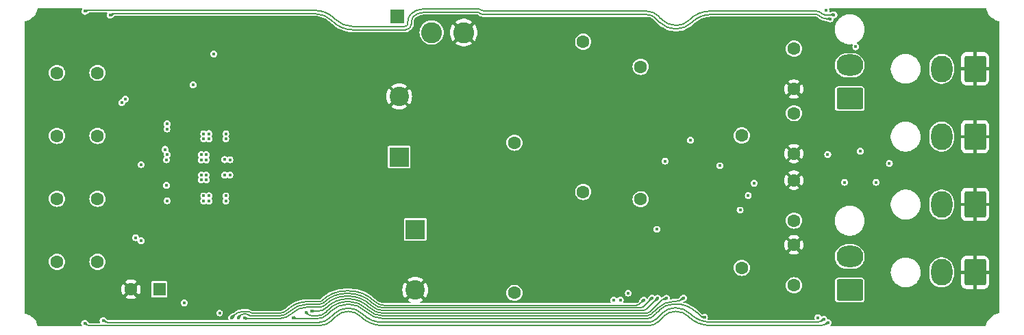
<source format=gbr>
%TF.GenerationSoftware,KiCad,Pcbnew,8.0.4*%
%TF.CreationDate,2024-08-12T18:32:05+02:00*%
%TF.ProjectId,PowerAmplifier,506f7765-7241-46d7-906c-69666965722e,rev?*%
%TF.SameCoordinates,Original*%
%TF.FileFunction,Copper,L2,Inr*%
%TF.FilePolarity,Positive*%
%FSLAX46Y46*%
G04 Gerber Fmt 4.6, Leading zero omitted, Abs format (unit mm)*
G04 Created by KiCad (PCBNEW 8.0.4) date 2024-08-12 18:32:05*
%MOMM*%
%LPD*%
G01*
G04 APERTURE LIST*
G04 Aperture macros list*
%AMRoundRect*
0 Rectangle with rounded corners*
0 $1 Rounding radius*
0 $2 $3 $4 $5 $6 $7 $8 $9 X,Y pos of 4 corners*
0 Add a 4 corners polygon primitive as box body*
4,1,4,$2,$3,$4,$5,$6,$7,$8,$9,$2,$3,0*
0 Add four circle primitives for the rounded corners*
1,1,$1+$1,$2,$3*
1,1,$1+$1,$4,$5*
1,1,$1+$1,$6,$7*
1,1,$1+$1,$8,$9*
0 Add four rect primitives between the rounded corners*
20,1,$1+$1,$2,$3,$4,$5,0*
20,1,$1+$1,$4,$5,$6,$7,0*
20,1,$1+$1,$6,$7,$8,$9,0*
20,1,$1+$1,$8,$9,$2,$3,0*%
G04 Aperture macros list end*
%TA.AperFunction,ComponentPad*%
%ADD10RoundRect,0.250000X-1.070000X1.400000X-1.070000X-1.400000X1.070000X-1.400000X1.070000X1.400000X0*%
%TD*%
%TA.AperFunction,ComponentPad*%
%ADD11O,2.640000X3.300000*%
%TD*%
%TA.AperFunction,ComponentPad*%
%ADD12C,1.600000*%
%TD*%
%TA.AperFunction,ComponentPad*%
%ADD13R,2.400000X2.400000*%
%TD*%
%TA.AperFunction,ComponentPad*%
%ADD14C,2.400000*%
%TD*%
%TA.AperFunction,ComponentPad*%
%ADD15R,1.700000X1.700000*%
%TD*%
%TA.AperFunction,ComponentPad*%
%ADD16RoundRect,0.250000X1.400000X1.070000X-1.400000X1.070000X-1.400000X-1.070000X1.400000X-1.070000X0*%
%TD*%
%TA.AperFunction,ComponentPad*%
%ADD17O,3.300000X2.640000*%
%TD*%
%TA.AperFunction,ComponentPad*%
%ADD18C,2.600000*%
%TD*%
%TA.AperFunction,ComponentPad*%
%ADD19R,1.600000X1.600000*%
%TD*%
%TA.AperFunction,ViaPad*%
%ADD20C,0.450000*%
%TD*%
%TA.AperFunction,ViaPad*%
%ADD21C,0.400000*%
%TD*%
%TA.AperFunction,Conductor*%
%ADD22C,0.150000*%
%TD*%
G04 APERTURE END LIST*
D10*
%TO.N,GND*%
%TO.C,J4*%
X207500000Y-96200000D03*
D11*
%TO.N,/Controller/B_SENSE-*%
X203360000Y-96200000D03*
%TD*%
D12*
%TO.N,GND*%
%TO.C,C16*%
X185100000Y-98300000D03*
%TO.N,/Controller/B_SENSE+*%
X185100000Y-93300000D03*
%TD*%
D13*
%TO.N,PVDD*%
%TO.C,C15*%
X136300000Y-98712755D03*
D14*
%TO.N,GND*%
X136300000Y-91212755D03*
%TD*%
D12*
%TO.N,/OUT_C*%
%TO.C,L3*%
X166150000Y-103950000D03*
%TO.N,/Controller/C_SENSE+*%
X178650000Y-112450000D03*
%TD*%
%TO.N,/Controller/C_SENSE+*%
%TO.C,C27*%
X185100000Y-106600000D03*
%TO.N,GND*%
X185100000Y-101600000D03*
%TD*%
%TO.N,GND*%
%TO.C,C32*%
X185100000Y-109600000D03*
%TO.N,/Controller/D_SENSE+*%
X185100000Y-114600000D03*
%TD*%
D13*
%TO.N,PVDD*%
%TO.C,C23*%
X138300000Y-107687246D03*
D14*
%TO.N,GND*%
X138300000Y-115187246D03*
%TD*%
D12*
%TO.N,/OUT_D*%
%TO.C,L4*%
X150550000Y-115550000D03*
%TO.N,/Controller/D_SENSE+*%
X159050000Y-103050000D03*
%TD*%
%TO.N,/Controller/A_SENSE+*%
%TO.C,C11*%
X185100000Y-85300000D03*
%TO.N,GND*%
X185100000Y-90300000D03*
%TD*%
D10*
%TO.N,GND*%
%TO.C,J1*%
X207500000Y-87800000D03*
D11*
%TO.N,/Controller/A_SENSE-*%
X203360000Y-87800000D03*
%TD*%
D15*
%TO.N,Net-(J13-Pin_1)*%
%TO.C,J13*%
X136100000Y-81350000D03*
%TD*%
D16*
%TO.N,/Controller/D_SENSE-*%
%TO.C,J7*%
X192000000Y-115200000D03*
D17*
%TO.N,/Controller/C_SENSE-*%
X192000000Y-111060000D03*
%TD*%
D12*
%TO.N,/OUT_A*%
%TO.C,L1*%
X150550000Y-96950000D03*
%TO.N,/Controller/A_SENSE+*%
X159050000Y-84450000D03*
%TD*%
%TO.N,/OUT_B*%
%TO.C,L2*%
X166150000Y-87550000D03*
%TO.N,/Controller/B_SENSE+*%
X178650000Y-96050000D03*
%TD*%
D10*
%TO.N,GND*%
%TO.C,J5*%
X207500000Y-104600000D03*
D11*
%TO.N,/Controller/C_SENSE-*%
X203360000Y-104600000D03*
%TD*%
D18*
%TO.N,PVDD*%
%TO.C,J9*%
X140318800Y-83300000D03*
%TO.N,GND*%
X144281200Y-83300000D03*
%TD*%
D10*
%TO.N,GND*%
%TO.C,J8*%
X207500000Y-113000000D03*
D11*
%TO.N,/Controller/D_SENSE-*%
X203360000Y-113000000D03*
%TD*%
D16*
%TO.N,/Controller/B_SENSE-*%
%TO.C,J3*%
X192000000Y-91500000D03*
D17*
%TO.N,/Controller/A_SENSE-*%
X192000000Y-87360000D03*
%TD*%
D12*
%TO.N,Net-(C1-Pad2)*%
%TO.C,C14*%
X94000000Y-96100000D03*
%TO.N,Net-(U1-INPUT_B)*%
X99000000Y-96100000D03*
%TD*%
%TO.N,Net-(C13-Pad1)*%
%TO.C,C13*%
X94000000Y-88300000D03*
%TO.N,Net-(U1-INPUT_A)*%
X99000000Y-88300000D03*
%TD*%
%TO.N,Net-(C29-Pad1)*%
%TO.C,C29*%
X94000000Y-103900000D03*
%TO.N,Net-(U1-INPUT_C)*%
X99000000Y-103900000D03*
%TD*%
D19*
%TO.N,+12V*%
%TO.C,C5*%
X106652651Y-115100000D03*
D12*
%TO.N,GND*%
X103152651Y-115100000D03*
%TD*%
%TO.N,Net-(C31-Pad1)*%
%TO.C,C31*%
X94000000Y-111700000D03*
%TO.N,Net-(U1-INPUT_D)*%
X99000000Y-111700000D03*
%TD*%
D20*
%TO.N,GND*%
X109170000Y-89800000D03*
X183360000Y-89310000D03*
X184720000Y-118680000D03*
X177850000Y-92680000D03*
X141990000Y-102000000D03*
X180910000Y-81560000D03*
X119700000Y-100900000D03*
X113750000Y-95140000D03*
X177820000Y-90070000D03*
X188380000Y-83680000D03*
X111600000Y-97100000D03*
X189730000Y-90430000D03*
X198890000Y-99830000D03*
X112520000Y-105470000D03*
X155760000Y-105270000D03*
X114290000Y-104860000D03*
X175100000Y-92410000D03*
X163500000Y-114800000D03*
X188380000Y-103110000D03*
X170890000Y-84590000D03*
X90600000Y-108800000D03*
X136540000Y-85660000D03*
X112460000Y-100290000D03*
X201380000Y-97500000D03*
X180550000Y-89050000D03*
X121610000Y-116900000D03*
X103160000Y-93920000D03*
X116600000Y-100900000D03*
X130550000Y-99350000D03*
X112530000Y-95130000D03*
X117400000Y-100900000D03*
X114800000Y-99980000D03*
X98550000Y-118110000D03*
X190420000Y-88720000D03*
X194520000Y-118990000D03*
X164040000Y-82370000D03*
X119700000Y-99200000D03*
X186120000Y-117480000D03*
X111790000Y-100270000D03*
X118900000Y-100900000D03*
X157070000Y-114500000D03*
X111840000Y-118430000D03*
X124750000Y-91760000D03*
X115010000Y-104880000D03*
X112550000Y-104840000D03*
X118900000Y-99200000D03*
X158560000Y-115500000D03*
X103070000Y-101620000D03*
X112530000Y-94520000D03*
X201410000Y-111040000D03*
X114970000Y-94540000D03*
X107750000Y-100950000D03*
X93400000Y-117000000D03*
X153950000Y-89470000D03*
X101180000Y-117910000D03*
X167890000Y-106060000D03*
X190810000Y-95370000D03*
X196220000Y-89280000D03*
X197770000Y-101090000D03*
X113210000Y-104860000D03*
X158560000Y-116500000D03*
X171360000Y-102450000D03*
X154390000Y-113830000D03*
X175710000Y-112780000D03*
X114300000Y-94700000D03*
X194390000Y-100230000D03*
X159560000Y-112530000D03*
X190420000Y-97050000D03*
X194800000Y-106570000D03*
X188650000Y-101500000D03*
X114820000Y-82420000D03*
X158560000Y-114500000D03*
X114970000Y-95130000D03*
X145720000Y-112230000D03*
X93000000Y-83400000D03*
X115010000Y-105530000D03*
X107750000Y-100320000D03*
X106270000Y-90510000D03*
X157070000Y-116500000D03*
X105470000Y-84550000D03*
X186190000Y-81940000D03*
X104980000Y-100620000D03*
X135750000Y-84630000D03*
X194220000Y-113170000D03*
X191630000Y-93730000D03*
X115480000Y-99980000D03*
X108180000Y-97610000D03*
X171400000Y-101000000D03*
X172340000Y-94270000D03*
X169510000Y-108940000D03*
X113200000Y-94700000D03*
X111800000Y-99710000D03*
X191710000Y-108810000D03*
X103190000Y-105260000D03*
X107780000Y-108120000D03*
X175425000Y-95200000D03*
X180090000Y-100750000D03*
X117400000Y-99200000D03*
X103030000Y-98570000D03*
X116600000Y-99200000D03*
X181570000Y-99320000D03*
X177430000Y-99830000D03*
X113740000Y-105300000D03*
X120043503Y-117256497D03*
X193290000Y-104340000D03*
X90600000Y-91000000D03*
X187670000Y-98770000D03*
X193310000Y-101950000D03*
X111600000Y-102900000D03*
X112480000Y-99720000D03*
X169200000Y-97675000D03*
X107800000Y-105560000D03*
X172450000Y-108650000D03*
X157070000Y-115500000D03*
X110720000Y-114290000D03*
%TO.N,+12V*%
X104400000Y-109100000D03*
X102433225Y-91543974D03*
X102000000Y-92000000D03*
X109739085Y-116756141D03*
X103700000Y-108700000D03*
%TO.N,/DVDD*%
X104425000Y-99650000D03*
%TO.N,+3.3VA*%
X188070000Y-118610000D03*
X163629141Y-116449340D03*
X189275000Y-98400000D03*
X162812283Y-116449340D03*
X193300000Y-97990000D03*
X196900000Y-99525000D03*
X192740000Y-85070000D03*
%TO.N,+3.3V*%
X168150000Y-107675000D03*
X169200000Y-99225000D03*
%TO.N,/Controller/A_SENSE-*%
X190040000Y-81100000D03*
X97480000Y-80670000D03*
%TO.N,/Controller/B_SENSE-*%
X100580000Y-81160000D03*
X189550000Y-81610000D03*
%TO.N,/Controller/C_SENSE-*%
X99710000Y-118960000D03*
X188780000Y-118810000D03*
%TO.N,/Controller/D_SENSE-*%
X189320000Y-119210000D03*
X97420000Y-119310000D03*
%TO.N,Net-(JP1-B)*%
X107370000Y-97780000D03*
%TO.N,/~{FAULT}*%
X116400000Y-118630000D03*
X167540000Y-116180000D03*
%TO.N,/~{CLIP_OTW}*%
X115600000Y-118630000D03*
X166520000Y-116420000D03*
%TO.N,/M1*%
X107630000Y-94600000D03*
%TO.N,/~{RESET}*%
X168240000Y-116230000D03*
X117210000Y-118660000D03*
X107600000Y-104130001D03*
%TO.N,/M2*%
X107590000Y-95240000D03*
%TO.N,/OSC_IOM*%
X107640000Y-98410000D03*
%TO.N,/OSC_IOP*%
X107510000Y-99050000D03*
%TO.N,Net-(M1-+)*%
X113400000Y-85950000D03*
%TO.N,/OUT_A*%
X112140000Y-96470000D03*
X112780000Y-95830000D03*
X112780000Y-96470000D03*
X114870000Y-95830000D03*
X112140000Y-95830000D03*
X114870000Y-96470000D03*
%TO.N,/OUT_C*%
X115370000Y-100950000D03*
X114730000Y-100950000D03*
X111830000Y-100930000D03*
X112470000Y-101570000D03*
X112470000Y-100930000D03*
X111830000Y-101570000D03*
%TO.N,/OUT_B*%
X111830000Y-98430000D03*
X115370000Y-99050000D03*
X114730000Y-99040000D03*
X111830000Y-99070000D03*
X112470000Y-98430000D03*
X112470000Y-99070000D03*
%TO.N,/OUT_D*%
X114870000Y-104170000D03*
X112780000Y-103530000D03*
X114870000Y-103530000D03*
X112140000Y-103530000D03*
X112140000Y-104170000D03*
X112780000Y-104170000D03*
%TO.N,Net-(J13-Pin_1)*%
X189060000Y-80580000D03*
X180180000Y-101960000D03*
%TO.N,/Controller/I2C_~{INT}*%
X169340000Y-116230000D03*
X125470000Y-117800000D03*
%TO.N,/Controller/I2C_SCL*%
X124780000Y-117960000D03*
X171440000Y-116170000D03*
%TO.N,/Controller/I2C_SDA*%
X174050000Y-118590000D03*
X123220000Y-118630000D03*
%TO.N,Net-(U1-C_START)*%
X107530000Y-102220000D03*
%TO.N,Net-(J15-Pin_5)*%
X172325000Y-96650000D03*
X164630000Y-115570000D03*
%TO.N,Net-(R27-Pad2)*%
X110820000Y-89800000D03*
D21*
%TO.N,Net-(U10-EN)*%
X114100000Y-118040000D03*
D20*
%TO.N,Net-(U3C--)*%
X179450000Y-103500000D03*
X195250000Y-101850000D03*
%TO.N,Net-(U3D--)*%
X178450000Y-105300000D03*
X191350000Y-101850000D03*
%TO.N,Net-(U8-PC1)*%
X175934887Y-99800000D03*
%TD*%
D22*
%TO.N,/Controller/A_SENSE-*%
X172170000Y-81730000D02*
X172128285Y-81771715D01*
X168660000Y-81580000D02*
X168618285Y-81538285D01*
X168792893Y-81712893D02*
X168660000Y-81580000D01*
X166940000Y-80670000D02*
X146813847Y-80670000D01*
X137370000Y-81941543D02*
X137370000Y-82190000D01*
X190040000Y-81100000D02*
X188875563Y-81100000D01*
X170563187Y-82420000D02*
X170500000Y-82420000D01*
X125908213Y-80560000D02*
X125720000Y-80560000D01*
X186040000Y-80650000D02*
X174777350Y-80650000D01*
X188610000Y-80990000D02*
X188590048Y-80971902D01*
X168618285Y-81538285D02*
X168322757Y-81242757D01*
X146000000Y-80400000D02*
X139208528Y-80400000D01*
X137278076Y-82411924D02*
X137240000Y-82450000D01*
X136840000Y-82570000D02*
X130629360Y-82570000D01*
X136950295Y-82570000D02*
X136840000Y-82570000D01*
X125720000Y-80560000D02*
X97745563Y-80560000D01*
X187812908Y-80650000D02*
X186040000Y-80650000D01*
X128360000Y-81630000D02*
X128267071Y-81537071D01*
X146172720Y-80400000D02*
X146000000Y-80400000D01*
X146500000Y-80540000D02*
X146492427Y-80532427D01*
X188590048Y-80971902D02*
G75*
G03*
X187812908Y-80649982I-777148J-777098D01*
G01*
X139208528Y-80400000D02*
G75*
G03*
X137759992Y-80999992I-28J-2048500D01*
G01*
X137760000Y-81000000D02*
G75*
G03*
X137370018Y-81941543I941500J-941500D01*
G01*
X137370000Y-82190000D02*
G75*
G02*
X137278066Y-82411914I-313800J0D01*
G01*
X168322757Y-81242757D02*
G75*
G03*
X166940000Y-80669996I-1382757J-1382743D01*
G01*
X174777350Y-80650000D02*
G75*
G03*
X172170014Y-81730014I50J-3687400D01*
G01*
X97745563Y-80560000D02*
G75*
G03*
X97480011Y-80670011I37J-375600D01*
G01*
X172128285Y-81771715D02*
G75*
G02*
X170563187Y-82419986I-1565085J1565115D01*
G01*
X137240000Y-82450000D02*
G75*
G02*
X136950295Y-82569998I-289700J289700D01*
G01*
X146813847Y-80670000D02*
G75*
G02*
X146499986Y-80540014I-47J443800D01*
G01*
X146492427Y-80532427D02*
G75*
G03*
X146172720Y-80399976I-319727J-319673D01*
G01*
X170500000Y-82420000D02*
G75*
G02*
X168792896Y-81712890I0J2414200D01*
G01*
X188875563Y-81100000D02*
G75*
G02*
X188610011Y-80989989I37J375600D01*
G01*
X128267071Y-81537071D02*
G75*
G03*
X125908213Y-80559982I-2358871J-2358829D01*
G01*
X130629360Y-82570000D02*
G75*
G02*
X128360011Y-81629989I40J3209400D01*
G01*
%TO.N,/Controller/B_SENSE-*%
X146330000Y-80940000D02*
X146312427Y-80922427D01*
X188230000Y-81230000D02*
X188229498Y-81229498D01*
X137641508Y-82668492D02*
X137540000Y-82770000D01*
X170500000Y-82860000D02*
X170475512Y-82860000D01*
X136790000Y-82970000D02*
X136756568Y-82970000D01*
X189550000Y-81610000D02*
X189147401Y-81610000D01*
X166852426Y-81090000D02*
X146692132Y-81090000D01*
X138080000Y-81320000D02*
X138021213Y-81378787D01*
X137810000Y-82160000D02*
X137810000Y-82261716D01*
X187870000Y-81070000D02*
X174845929Y-81070000D01*
X168520000Y-82050000D02*
X168005477Y-81535477D01*
X128070000Y-81920000D02*
X128010955Y-81860955D01*
X136756568Y-82970000D02*
X130604924Y-82970000D01*
X166930000Y-81090000D02*
X166852426Y-81090000D01*
X125754142Y-80970000D02*
X101038700Y-80970000D01*
X137810000Y-81888700D02*
X137810000Y-82160000D01*
X145660000Y-80820000D02*
X139287106Y-80820000D01*
X137540000Y-82770000D02*
X137512427Y-82797573D01*
X170524488Y-82860000D02*
X170500000Y-82860000D01*
X188229498Y-81229498D02*
X188211422Y-81211422D01*
X146065147Y-80820000D02*
X145660000Y-80820000D01*
X125860000Y-80970000D02*
X125754142Y-80970000D01*
X137096152Y-82970000D02*
X136790000Y-82970000D01*
X130604924Y-82970000D02*
G75*
G02*
X128069993Y-81920007I-24J3584900D01*
G01*
X188211422Y-81211422D02*
G75*
G03*
X187870000Y-81069987I-341422J-341378D01*
G01*
X170475512Y-82860000D02*
G75*
G02*
X168519996Y-82050004I-12J2765500D01*
G01*
X138021213Y-81378787D02*
G75*
G03*
X137809993Y-81888700I509887J-509913D01*
G01*
X189147401Y-81610000D02*
G75*
G02*
X188230000Y-81230000I-1J1297400D01*
G01*
X139287106Y-80820000D02*
G75*
G03*
X138079998Y-81319998I-6J-1707100D01*
G01*
X146312427Y-80922427D02*
G75*
G03*
X146065147Y-80819965I-247327J-247273D01*
G01*
X137810000Y-82261716D02*
G75*
G02*
X137641507Y-82668491I-575300J16D01*
G01*
X101038700Y-80970000D02*
G75*
G03*
X100580000Y-81160000I0J-648700D01*
G01*
X174845929Y-81070000D02*
G75*
G03*
X172479991Y-82049991I-29J-3345900D01*
G01*
X128010955Y-81860955D02*
G75*
G03*
X125860000Y-80969997I-2150955J-2150945D01*
G01*
X137512427Y-82797573D02*
G75*
G02*
X137096152Y-82969966I-416227J416273D01*
G01*
X172480000Y-82050000D02*
G75*
G02*
X170524488Y-82859995I-1955500J1955500D01*
G01*
X168005477Y-81535477D02*
G75*
G03*
X166930000Y-81090013I-1075477J-1075523D01*
G01*
X146692132Y-81090000D02*
G75*
G02*
X146329991Y-80940009I-32J512100D01*
G01*
%TO.N,/Controller/C_SENSE-*%
X170550051Y-117400000D02*
X170500000Y-117400000D01*
X167090000Y-119190000D02*
X167008284Y-119190000D01*
X168793604Y-118056396D02*
X168410000Y-118440000D01*
X168410000Y-118440000D02*
X168399498Y-118450502D01*
X128170000Y-118200000D02*
X128074142Y-118295858D01*
X170500000Y-117400000D02*
X170378284Y-117400000D01*
X128190467Y-118179533D02*
X128170000Y-118200000D01*
X187910884Y-119170000D02*
X187880000Y-119170000D01*
X128074142Y-118295858D02*
X127721544Y-118648456D01*
X126332426Y-119200000D02*
X100289411Y-119200000D01*
X167008284Y-119190000D02*
X134224213Y-119190000D01*
X187880000Y-119170000D02*
X174823208Y-119170000D01*
X131810000Y-118190000D02*
X131792462Y-118172462D01*
X126390000Y-119200000D02*
X126332426Y-119200000D01*
X168399498Y-118450502D02*
X168063051Y-118786949D01*
X100289411Y-119200000D02*
G75*
G02*
X99709997Y-118960003I-11J819400D01*
G01*
X131792462Y-118172462D02*
G75*
G03*
X130000000Y-117429993I-1792462J-1792438D01*
G01*
X172240000Y-118100000D02*
G75*
G03*
X170550051Y-117400021I-1689900J-1689900D01*
G01*
X168063051Y-118786949D02*
G75*
G02*
X167090000Y-119190001I-973051J973049D01*
G01*
X170378284Y-117400000D02*
G75*
G03*
X168793607Y-118056399I16J-2241100D01*
G01*
X130000000Y-117430000D02*
G75*
G03*
X128190460Y-118179526I0J-2559100D01*
G01*
X127721544Y-118648456D02*
G75*
G02*
X126390000Y-119199996I-1331544J1331556D01*
G01*
X188780000Y-118810000D02*
G75*
G02*
X187910884Y-119169993I-869100J869100D01*
G01*
X174823208Y-119170000D02*
G75*
G02*
X172239998Y-118100002I-8J3653200D01*
G01*
X134224213Y-119190000D02*
G75*
G02*
X131809996Y-118190004I-13J3414200D01*
G01*
%TO.N,/Controller/D_SENSE-*%
X127965183Y-118974817D02*
X128470000Y-118470000D01*
X129990954Y-117840000D02*
X130023188Y-117840000D01*
X98095979Y-119590000D02*
X126480000Y-119590000D01*
X170490954Y-117840000D02*
X170551472Y-117840000D01*
X174776345Y-119590000D02*
X188402599Y-119590000D01*
X168309620Y-119130380D02*
X168970000Y-118470000D01*
X134248061Y-119590000D02*
X167200000Y-119590000D01*
X168970000Y-118470000D02*
G75*
G02*
X170490954Y-117839981I1521000J-1521000D01*
G01*
X130023188Y-117840000D02*
G75*
G02*
X131520004Y-118459996I12J-2116800D01*
G01*
X188402599Y-119590000D02*
G75*
G03*
X189320000Y-119210000I1J1297400D01*
G01*
X167200000Y-119590000D02*
G75*
G03*
X168309612Y-119130372I0J1569200D01*
G01*
X172000000Y-118440000D02*
G75*
G03*
X174776345Y-119589981I2776300J2776300D01*
G01*
X128470000Y-118470000D02*
G75*
G02*
X129990954Y-117839981I1521000J-1521000D01*
G01*
X131520000Y-118460000D02*
G75*
G03*
X134248061Y-119590016I2728100J2728100D01*
G01*
X97420000Y-119310000D02*
G75*
G03*
X98095979Y-119590008I676000J676000D01*
G01*
X170551472Y-117840000D02*
G75*
G02*
X172000008Y-118439992I28J-2048500D01*
G01*
X126480000Y-119590000D02*
G75*
G03*
X127965190Y-118974824I0J2100400D01*
G01*
%TO.N,/~{FAULT}*%
X117625084Y-118248331D02*
X117660000Y-118280000D01*
X116990000Y-118180000D02*
X117460119Y-118180000D01*
X120829533Y-118380000D02*
X121512894Y-118380000D01*
X129708061Y-115620000D02*
X130000000Y-115620000D01*
X126963640Y-116766360D02*
X126980000Y-116750000D01*
X130000000Y-115620000D02*
X130080518Y-115620000D01*
X134401959Y-117410000D02*
X166100000Y-117410000D01*
X116400000Y-118630000D02*
X116751005Y-118278995D01*
X124965218Y-116950000D02*
X126520294Y-116950000D01*
X117901421Y-118380000D02*
X120829533Y-118380000D01*
X166458493Y-117261507D02*
X167540000Y-116180000D01*
X122720000Y-117880000D02*
G75*
G02*
X124965218Y-116950008I2245200J-2245200D01*
G01*
X117660000Y-118280000D02*
G75*
G03*
X117901421Y-118379991I241400J241400D01*
G01*
X166100000Y-117410000D02*
G75*
G03*
X166458496Y-117261510I0J507000D01*
G01*
X117460119Y-118180000D02*
G75*
G02*
X117625076Y-118248339I-19J-233300D01*
G01*
X126520294Y-116950000D02*
G75*
G03*
X126963646Y-116766366I6J627000D01*
G01*
X130080518Y-115620000D02*
G75*
G02*
X133049995Y-116850005I-18J-4199500D01*
G01*
X126980000Y-116750000D02*
G75*
G02*
X129708061Y-115619984I2728100J-2728100D01*
G01*
X133050000Y-116850000D02*
G75*
G03*
X134401959Y-117410017I1352000J1352000D01*
G01*
X121512894Y-118380000D02*
G75*
G03*
X122720002Y-117880002I6J1707100D01*
G01*
X116751005Y-118278995D02*
G75*
G02*
X116990000Y-118180003I238995J-239005D01*
G01*
%TO.N,/~{CLIP_OTW}*%
X120938406Y-118060000D02*
X118143847Y-118060000D01*
X126440000Y-116630000D02*
X124924213Y-116630000D01*
X117661006Y-117860000D02*
X117120000Y-117860000D01*
X130000000Y-115300000D02*
X129723624Y-115300000D01*
X117120000Y-117860000D02*
X116978284Y-117860000D01*
X130135665Y-115300000D02*
X130000000Y-115300000D01*
X121240000Y-118060000D02*
X120938406Y-118060000D01*
X121485025Y-118060000D02*
X121240000Y-118060000D01*
X165610000Y-117090000D02*
X134457106Y-117090000D01*
X115939879Y-118290122D02*
X115600000Y-118630000D01*
X166517305Y-116420000D02*
X165964597Y-116972708D01*
X122510000Y-117630000D02*
X122500711Y-117639289D01*
X126730000Y-116540000D02*
X126706569Y-116563431D01*
X166520000Y-116420000D02*
X166517305Y-116420000D01*
X126545858Y-116630000D02*
X126440000Y-116630000D01*
X117830000Y-117930000D02*
G75*
G03*
X117661006Y-117859998I-169000J-169000D01*
G01*
X126706569Y-116563431D02*
G75*
G02*
X126545858Y-116629964I-160669J160731D01*
G01*
X133250000Y-116590000D02*
G75*
G03*
X130135665Y-115300015I-3114300J-3114300D01*
G01*
X124924213Y-116630000D02*
G75*
G03*
X122509996Y-117629996I-13J-3414200D01*
G01*
X165964597Y-116972708D02*
G75*
G02*
X165610000Y-117089975I-359597J492608D01*
G01*
X122500711Y-117639289D02*
G75*
G02*
X121485025Y-118060017I-1015711J1015689D01*
G01*
X129723624Y-115300000D02*
G75*
G03*
X126729993Y-116539993I-24J-4233600D01*
G01*
X134457106Y-117090000D02*
G75*
G02*
X133249998Y-116590002I-6J1707100D01*
G01*
X118143847Y-118060000D02*
G75*
G02*
X117829986Y-117930014I-47J443800D01*
G01*
X116978284Y-117860000D02*
G75*
G03*
X115939892Y-118290135I16J-1468500D01*
G01*
%TO.N,/~{RESET}*%
X125510000Y-117280000D02*
X125046223Y-117280000D01*
X121655320Y-118700000D02*
X117538284Y-118700000D01*
X127210000Y-117000000D02*
X127180234Y-117027391D01*
X126570382Y-117280000D02*
X125510000Y-117280000D01*
X130057797Y-115950000D02*
X129744924Y-115950000D01*
X122970000Y-118140000D02*
X122943640Y-118166360D01*
X168240000Y-116230000D02*
X166927990Y-117542010D01*
X117538284Y-118700000D02*
X117306568Y-118700000D01*
X166450000Y-117740000D02*
X134379238Y-117740000D01*
X117306568Y-118700000D02*
G75*
G02*
X117210009Y-118659991I32J136600D01*
G01*
X166927990Y-117542010D02*
G75*
G02*
X166450000Y-117739994I-477990J478010D01*
G01*
X125046223Y-117280000D02*
G75*
G03*
X122969993Y-118139993I-23J-2936200D01*
G01*
X122943640Y-118166360D02*
G75*
G02*
X121655320Y-118700002I-1288340J1288360D01*
G01*
X132810000Y-117090000D02*
G75*
G03*
X130057797Y-115950001I-2752200J-2752200D01*
G01*
X127180234Y-117027391D02*
G75*
G02*
X126570382Y-117279976I-609834J609891D01*
G01*
X134379238Y-117740000D02*
G75*
G02*
X132809989Y-117090011I-38J2219200D01*
G01*
X129744924Y-115950000D02*
G75*
G03*
X127209993Y-116999993I-24J-3584900D01*
G01*
%TO.N,/Controller/I2C_~{INT}*%
X130030934Y-116280000D02*
X129937350Y-116280000D01*
X167880000Y-117310000D02*
X167289706Y-117900294D01*
X126267747Y-117800000D02*
X125470000Y-117800000D01*
X166880000Y-118070000D02*
X134352375Y-118070000D01*
X168691300Y-116498701D02*
X167880000Y-117310000D01*
X134352375Y-118070000D02*
G75*
G02*
X132590007Y-117339993I25J2492400D01*
G01*
X132590000Y-117340000D02*
G75*
G03*
X130030934Y-116279986I-2559100J-2559100D01*
G01*
X129937350Y-116280000D02*
G75*
G03*
X127330014Y-117360014I50J-3687400D01*
G01*
X167289706Y-117900294D02*
G75*
G02*
X166880000Y-118070003I-409706J409694D01*
G01*
X127330000Y-117360000D02*
G75*
G02*
X126267747Y-117800048I-1062300J1062200D01*
G01*
X169340000Y-116230000D02*
G75*
G03*
X168691300Y-116498701I0J-917400D01*
G01*
%TO.N,/Controller/I2C_SCL*%
X170520000Y-116590000D02*
X170338650Y-116590000D01*
X126200000Y-118380000D02*
X125570832Y-118380000D01*
X166940000Y-118400000D02*
X134386223Y-118400000D01*
X127465356Y-117714644D02*
X127224264Y-117955736D01*
X127565909Y-117614092D02*
X127550000Y-117630000D01*
X168190000Y-117480000D02*
X168115356Y-117554644D01*
X171440000Y-116170000D02*
X171373554Y-116236446D01*
X127550000Y-117630000D02*
X127465356Y-117714644D01*
X130064782Y-116610000D02*
X129990000Y-116610000D01*
X168115356Y-117554644D02*
X167503346Y-118166654D01*
X124937782Y-118117782D02*
X124780000Y-117960000D01*
X170338650Y-116590000D02*
G75*
G03*
X168189985Y-117479985I-50J-3038600D01*
G01*
X127224264Y-117955736D02*
G75*
G02*
X126200000Y-118380008I-1024264J1024236D01*
G01*
X125570832Y-118380000D02*
G75*
G02*
X124937759Y-118117805I-32J895300D01*
G01*
X129990000Y-116610000D02*
G75*
G03*
X127565905Y-117614088I0J-3428200D01*
G01*
X132310000Y-117540000D02*
G75*
G03*
X130064782Y-116610008I-2245200J-2245200D01*
G01*
X167503346Y-118166654D02*
G75*
G02*
X166940000Y-118399997I-563346J563354D01*
G01*
X171373554Y-116236446D02*
G75*
G02*
X170520000Y-116590002I-853554J853546D01*
G01*
X134386223Y-118400000D02*
G75*
G02*
X132309993Y-117540007I-23J2936200D01*
G01*
%TO.N,/Controller/I2C_SDA*%
X173460000Y-118350000D02*
X173111874Y-118001874D01*
X127810000Y-117850000D02*
X127449117Y-118210883D01*
X166970000Y-118730000D02*
X134363502Y-118730000D01*
X167960000Y-118170000D02*
X167704056Y-118425944D01*
X174050000Y-118590000D02*
X174039411Y-118590000D01*
X170500000Y-116920000D02*
X170280000Y-116920000D01*
X126220000Y-118720000D02*
X123437279Y-118720000D01*
X130042061Y-116940000D02*
X129990000Y-116940000D01*
X168453395Y-117676604D02*
X167960000Y-118170000D01*
X127821975Y-117838026D02*
X127810000Y-117850000D01*
X132070000Y-117780000D02*
G75*
G03*
X130042061Y-116940016I-2027900J-2027900D01*
G01*
X123437279Y-118720000D02*
G75*
G02*
X123220006Y-118629994I21J307300D01*
G01*
X167704056Y-118425944D02*
G75*
G02*
X166970000Y-118730003I-734056J734044D01*
G01*
X170280000Y-116920000D02*
G75*
G03*
X168453397Y-117676606I0J-2583200D01*
G01*
X129990000Y-116940000D02*
G75*
G03*
X127821985Y-117838036I0J-3066000D01*
G01*
X173111874Y-118001874D02*
G75*
G03*
X170500000Y-116919986I-2611874J-2611826D01*
G01*
X127449117Y-118210883D02*
G75*
G02*
X126220000Y-118720010I-1229117J1229083D01*
G01*
X174039411Y-118590000D02*
G75*
G02*
X173459997Y-118350003I-11J819400D01*
G01*
X134363502Y-118730000D02*
G75*
G02*
X132069999Y-117780001I-2J3243500D01*
G01*
%TD*%
%TA.AperFunction,Conductor*%
%TO.N,GND*%
G36*
X97123048Y-80322174D02*
G01*
X97144722Y-80374500D01*
X97132875Y-80410958D01*
X97134116Y-80411591D01*
X97131472Y-80416779D01*
X97131472Y-80416780D01*
X97128930Y-80421769D01*
X97070281Y-80536873D01*
X97070280Y-80536873D01*
X97049196Y-80670000D01*
X97070280Y-80803126D01*
X97123095Y-80906780D01*
X97131472Y-80923220D01*
X97226780Y-81018528D01*
X97346873Y-81079718D01*
X97346873Y-81079719D01*
X97363170Y-81082300D01*
X97480000Y-81100804D01*
X97613126Y-81079719D01*
X97733220Y-81018528D01*
X97749064Y-81002682D01*
X97766571Y-80990360D01*
X97766408Y-80990088D01*
X97769524Y-80988221D01*
X97769524Y-80988220D01*
X97769530Y-80988218D01*
X97955988Y-80850044D01*
X98000045Y-80835500D01*
X100147035Y-80835500D01*
X100199361Y-80857174D01*
X100221035Y-80909500D01*
X100212969Y-80943092D01*
X100188886Y-80990360D01*
X100170280Y-81026875D01*
X100149196Y-81160000D01*
X100170280Y-81293126D01*
X100231471Y-81413219D01*
X100231472Y-81413220D01*
X100326780Y-81508528D01*
X100446873Y-81569718D01*
X100446873Y-81569719D01*
X100454785Y-81570972D01*
X100580000Y-81590804D01*
X100713126Y-81569719D01*
X100833220Y-81508528D01*
X100875448Y-81466298D01*
X100882764Y-81459888D01*
X100901666Y-81445418D01*
X101038266Y-81289995D01*
X101055270Y-81270648D01*
X101106093Y-81245653D01*
X101110853Y-81245500D01*
X125699342Y-81245500D01*
X125811422Y-81245500D01*
X125858181Y-81245500D01*
X125861811Y-81245588D01*
X126127540Y-81258643D01*
X126134738Y-81259352D01*
X126396118Y-81298124D01*
X126403213Y-81299536D01*
X126659534Y-81363741D01*
X126666454Y-81365840D01*
X126915238Y-81454857D01*
X126921941Y-81457633D01*
X127160791Y-81570602D01*
X127167181Y-81574017D01*
X127340497Y-81677898D01*
X127393819Y-81709858D01*
X127399857Y-81713893D01*
X127439273Y-81743126D01*
X127612080Y-81871289D01*
X127617670Y-81875876D01*
X127814848Y-82054589D01*
X127817464Y-82057079D01*
X127840841Y-82080457D01*
X127840842Y-82080458D01*
X127853511Y-82093127D01*
X127853520Y-82093150D01*
X127875185Y-82114815D01*
X127994368Y-82233998D01*
X128252602Y-82450682D01*
X128528738Y-82644034D01*
X128671198Y-82726283D01*
X128818138Y-82811119D01*
X128820676Y-82812584D01*
X129126193Y-82955048D01*
X129126195Y-82955048D01*
X129126200Y-82955051D01*
X129442948Y-83070336D01*
X129442962Y-83070340D01*
X129442964Y-83070341D01*
X129768579Y-83157588D01*
X130100558Y-83216123D01*
X130100563Y-83216123D01*
X130100572Y-83216125D01*
X130283218Y-83232102D01*
X130436376Y-83245501D01*
X130604926Y-83245500D01*
X130653504Y-83245500D01*
X136701768Y-83245500D01*
X136735200Y-83245500D01*
X137096130Y-83245500D01*
X137150952Y-83245500D01*
X137158138Y-83245500D01*
X137158429Y-83245470D01*
X137164143Y-83245471D01*
X137298497Y-83224202D01*
X137427870Y-83182177D01*
X137549075Y-83120429D01*
X137659128Y-83040481D01*
X137662378Y-83037231D01*
X137662398Y-83037215D01*
X137668482Y-83031130D01*
X137668485Y-83031130D01*
X137707224Y-82992391D01*
X137707224Y-82992392D01*
X137741576Y-82958044D01*
X137741576Y-82958041D01*
X137747659Y-82951960D01*
X137747677Y-82951938D01*
X137783959Y-82915657D01*
X137783963Y-82915651D01*
X137795873Y-82903740D01*
X137795888Y-82903729D01*
X137801969Y-82897647D01*
X137801971Y-82897647D01*
X137836320Y-82863296D01*
X137836319Y-82863295D01*
X137852774Y-82846840D01*
X137875065Y-82824550D01*
X137875065Y-82824549D01*
X137881735Y-82817880D01*
X137881747Y-82817864D01*
X137883657Y-82815954D01*
X137883657Y-82815953D01*
X137883662Y-82815949D01*
X137962372Y-82707613D01*
X138023166Y-82588297D01*
X138064548Y-82460941D01*
X138085499Y-82328679D01*
X138085499Y-82328674D01*
X138085500Y-82328671D01*
X138085500Y-82233997D01*
X138085501Y-82213146D01*
X138085500Y-82213143D01*
X138085500Y-82105200D01*
X138085500Y-81892339D01*
X138085856Y-81885086D01*
X138087002Y-81873447D01*
X138093349Y-81809012D01*
X138096176Y-81794798D01*
X138117308Y-81725133D01*
X138122853Y-81711748D01*
X138157169Y-81647551D01*
X138165219Y-81635504D01*
X138213774Y-81576342D01*
X138218621Y-81570994D01*
X138250367Y-81539251D01*
X138250367Y-81539248D01*
X138257475Y-81532142D01*
X138257480Y-81532135D01*
X138273110Y-81516505D01*
X138276612Y-81513225D01*
X138411965Y-81394524D01*
X138419620Y-81388650D01*
X138567273Y-81289992D01*
X138575648Y-81285157D01*
X138734913Y-81206616D01*
X138743840Y-81202919D01*
X138912001Y-81145836D01*
X138921324Y-81143339D01*
X139095482Y-81108696D01*
X139105076Y-81107433D01*
X139284747Y-81095657D01*
X139289573Y-81095500D01*
X139335683Y-81095500D01*
X145605200Y-81095500D01*
X146060258Y-81095500D01*
X146069918Y-81096133D01*
X146074593Y-81096749D01*
X146109985Y-81111414D01*
X146113866Y-81114393D01*
X146121134Y-81120768D01*
X146135183Y-81134817D01*
X146190039Y-81189673D01*
X146319048Y-81275871D01*
X146462395Y-81335242D01*
X146462397Y-81335242D01*
X146462399Y-81335243D01*
X146500978Y-81342914D01*
X146614571Y-81365504D01*
X146692149Y-81365500D01*
X166797626Y-81365500D01*
X166881422Y-81365500D01*
X166927091Y-81365500D01*
X166932897Y-81365728D01*
X167119034Y-81380376D01*
X167130496Y-81382192D01*
X167309213Y-81425097D01*
X167320246Y-81428682D01*
X167490051Y-81499015D01*
X167500391Y-81504283D01*
X167550831Y-81535192D01*
X167657103Y-81600314D01*
X167666497Y-81607139D01*
X167808339Y-81728278D01*
X167812605Y-81732221D01*
X167823511Y-81743126D01*
X167823513Y-81743128D01*
X168290841Y-82210457D01*
X168303514Y-82223130D01*
X168303519Y-82223143D01*
X168325188Y-82244811D01*
X168325188Y-82244812D01*
X168430827Y-82350450D01*
X168565461Y-82460941D01*
X168661801Y-82540005D01*
X168910232Y-82706000D01*
X168910234Y-82706001D01*
X169173730Y-82846843D01*
X169173742Y-82846849D01*
X169449790Y-82961191D01*
X169735715Y-83047924D01*
X170028765Y-83106215D01*
X170326118Y-83135500D01*
X170326119Y-83135500D01*
X170586774Y-83135500D01*
X170586833Y-83135494D01*
X170673881Y-83135494D01*
X170673882Y-83135494D01*
X170971234Y-83106209D01*
X170971238Y-83106208D01*
X170971240Y-83106208D01*
X171068008Y-83086959D01*
X171264283Y-83047919D01*
X171550208Y-82961185D01*
X171826255Y-82846843D01*
X171934276Y-82789105D01*
X190155500Y-82789105D01*
X190155500Y-83030895D01*
X190157742Y-83047924D01*
X190187059Y-83270614D01*
X190249638Y-83504166D01*
X190249639Y-83504167D01*
X190342164Y-83727543D01*
X190342167Y-83727551D01*
X190436802Y-83891462D01*
X190463063Y-83936948D01*
X190610256Y-84128773D01*
X190781227Y-84299744D01*
X190973052Y-84446937D01*
X191182448Y-84567832D01*
X191405833Y-84660361D01*
X191639384Y-84722940D01*
X191879105Y-84754500D01*
X191879107Y-84754500D01*
X192120893Y-84754500D01*
X192120895Y-84754500D01*
X192305497Y-84730196D01*
X192360202Y-84744855D01*
X192388521Y-84793904D01*
X192381089Y-84837158D01*
X192330280Y-84936876D01*
X192309196Y-85070000D01*
X192330280Y-85203126D01*
X192391471Y-85323219D01*
X192391472Y-85323220D01*
X192486780Y-85418528D01*
X192606873Y-85479718D01*
X192606873Y-85479719D01*
X192625075Y-85482601D01*
X192740000Y-85500804D01*
X192873126Y-85479719D01*
X192993220Y-85418528D01*
X193088528Y-85323220D01*
X193149719Y-85203126D01*
X193170804Y-85070000D01*
X193149719Y-84936874D01*
X193149719Y-84936873D01*
X193088528Y-84816780D01*
X192993222Y-84721474D01*
X192993220Y-84721472D01*
X192879979Y-84663772D01*
X192843198Y-84620707D01*
X192847641Y-84564245D01*
X192876575Y-84533754D01*
X193026948Y-84446937D01*
X193218773Y-84299744D01*
X193389744Y-84128773D01*
X193536937Y-83936948D01*
X193657832Y-83727552D01*
X193750361Y-83504167D01*
X193812940Y-83270616D01*
X193844500Y-83030895D01*
X193844500Y-82789105D01*
X193812940Y-82549384D01*
X193750361Y-82315833D01*
X193657832Y-82092448D01*
X193536937Y-81883052D01*
X193389744Y-81691227D01*
X193218773Y-81520256D01*
X193065313Y-81402501D01*
X193026947Y-81373062D01*
X192817551Y-81252167D01*
X192817543Y-81252164D01*
X192594167Y-81159639D01*
X192594166Y-81159638D01*
X192360614Y-81097059D01*
X192184013Y-81073809D01*
X192120895Y-81065500D01*
X191879105Y-81065500D01*
X191823329Y-81072842D01*
X191639385Y-81097059D01*
X191405833Y-81159638D01*
X191405832Y-81159639D01*
X191182456Y-81252164D01*
X191182448Y-81252167D01*
X190973052Y-81373062D01*
X190828462Y-81484011D01*
X190796513Y-81508527D01*
X190781222Y-81520260D01*
X190610260Y-81691222D01*
X190463062Y-81883052D01*
X190342167Y-82092448D01*
X190342164Y-82092456D01*
X190249639Y-82315832D01*
X190249638Y-82315833D01*
X190187059Y-82549385D01*
X190163771Y-82726283D01*
X190155500Y-82789105D01*
X171934276Y-82789105D01*
X172089765Y-82705995D01*
X172338200Y-82539996D01*
X172569169Y-82350446D01*
X172633341Y-82286271D01*
X172633349Y-82286266D01*
X172640456Y-82279158D01*
X172640458Y-82279158D01*
X172673526Y-82246089D01*
X172676127Y-82243613D01*
X172895377Y-82044896D01*
X172900986Y-82040294D01*
X173137178Y-81865122D01*
X173143191Y-81861104D01*
X173395449Y-81709907D01*
X173401801Y-81706512D01*
X173667645Y-81580778D01*
X173674341Y-81578004D01*
X173951231Y-81478933D01*
X173958134Y-81476840D01*
X174243394Y-81405388D01*
X174250501Y-81403974D01*
X174541390Y-81360826D01*
X174548586Y-81360117D01*
X174844383Y-81345588D01*
X174848006Y-81345500D01*
X174894505Y-81345500D01*
X187821422Y-81345500D01*
X187865147Y-81345500D01*
X187874807Y-81346133D01*
X187913996Y-81351293D01*
X187932655Y-81356293D01*
X187964655Y-81369548D01*
X187981387Y-81379209D01*
X188001357Y-81394534D01*
X188012187Y-81402845D01*
X188012817Y-81403328D01*
X188020092Y-81409708D01*
X188023232Y-81412848D01*
X188050949Y-81440569D01*
X188050950Y-81440569D01*
X188055928Y-81445548D01*
X188055951Y-81445567D01*
X188108090Y-81497706D01*
X188271669Y-81623225D01*
X188450232Y-81726318D01*
X188459819Y-81730289D01*
X188640721Y-81805222D01*
X188640722Y-81805222D01*
X188640724Y-81805223D01*
X188839885Y-81858587D01*
X189044308Y-81885500D01*
X189078086Y-81885500D01*
X189106632Y-81891227D01*
X189373832Y-82002955D01*
X189380771Y-82004360D01*
X189399664Y-82010950D01*
X189416874Y-82019719D01*
X189550000Y-82040804D01*
X189683126Y-82019719D01*
X189803220Y-81958528D01*
X189898528Y-81863220D01*
X189959719Y-81743126D01*
X189980804Y-81610000D01*
X189980804Y-81609999D01*
X189980804Y-81604176D01*
X189984191Y-81604176D01*
X189994800Y-81559924D01*
X190043082Y-81530316D01*
X190043090Y-81530314D01*
X190173126Y-81509719D01*
X190293220Y-81448528D01*
X190388528Y-81353220D01*
X190449719Y-81233126D01*
X190470804Y-81100000D01*
X190449719Y-80966874D01*
X190449719Y-80966873D01*
X190388528Y-80846780D01*
X190293219Y-80751471D01*
X190173126Y-80690281D01*
X190173126Y-80690280D01*
X190040000Y-80669196D01*
X189906872Y-80690281D01*
X189896606Y-80695511D01*
X189874371Y-80702697D01*
X189872929Y-80702920D01*
X189872923Y-80702922D01*
X189560675Y-80816936D01*
X189504089Y-80814524D01*
X189465783Y-80772806D01*
X189468088Y-80718716D01*
X189467920Y-80718662D01*
X189468116Y-80718056D01*
X189468195Y-80716220D01*
X189469332Y-80713885D01*
X189469719Y-80713126D01*
X189490804Y-80580000D01*
X189469719Y-80446874D01*
X189449959Y-80408094D01*
X189445516Y-80351633D01*
X189482298Y-80308566D01*
X189515894Y-80300500D01*
X208807766Y-80300500D01*
X208860092Y-80322174D01*
X208881133Y-80364845D01*
X208882015Y-80371552D01*
X208882016Y-80371557D01*
X208882017Y-80371563D01*
X208882018Y-80371565D01*
X208892151Y-80409383D01*
X208946497Y-80612205D01*
X209041834Y-80842369D01*
X209041835Y-80842372D01*
X209166398Y-81058123D01*
X209166402Y-81058129D01*
X209288172Y-81216823D01*
X209318062Y-81255776D01*
X209494224Y-81431938D01*
X209552734Y-81476834D01*
X209691870Y-81583597D01*
X209691876Y-81583601D01*
X209855204Y-81677898D01*
X209907627Y-81708164D01*
X210137793Y-81803502D01*
X210378435Y-81867982D01*
X210378437Y-81867982D01*
X210378440Y-81867983D01*
X210378439Y-81867983D01*
X210385156Y-81868867D01*
X210434207Y-81897184D01*
X210449500Y-81942234D01*
X210449500Y-118007334D01*
X210427826Y-118059660D01*
X210385161Y-118080701D01*
X210368660Y-118082873D01*
X210121690Y-118149049D01*
X210121683Y-118149051D01*
X209885473Y-118246892D01*
X209885465Y-118246895D01*
X209664038Y-118374736D01*
X209664032Y-118374740D01*
X209461186Y-118530390D01*
X209280390Y-118711186D01*
X209124740Y-118914032D01*
X209124736Y-118914038D01*
X208996895Y-119135465D01*
X208996892Y-119135473D01*
X208899051Y-119371683D01*
X208899049Y-119371690D01*
X208832873Y-119618662D01*
X208830702Y-119635158D01*
X208802384Y-119684207D01*
X208757335Y-119699500D01*
X189604778Y-119699500D01*
X189552452Y-119677826D01*
X189530778Y-119625500D01*
X189552452Y-119573174D01*
X189571176Y-119559569D01*
X189573220Y-119558528D01*
X189668528Y-119463220D01*
X189729719Y-119343126D01*
X189750804Y-119210000D01*
X189729719Y-119076874D01*
X189729719Y-119076873D01*
X189668528Y-118956780D01*
X189573219Y-118861471D01*
X189453126Y-118800281D01*
X189453126Y-118800280D01*
X189320000Y-118779196D01*
X189319999Y-118779196D01*
X189281804Y-118785245D01*
X189226732Y-118772023D01*
X189197140Y-118723731D01*
X189189719Y-118676873D01*
X189189718Y-118676872D01*
X189186769Y-118671085D01*
X189128528Y-118556780D01*
X189033220Y-118461472D01*
X189033219Y-118461471D01*
X188913126Y-118400281D01*
X188913126Y-118400280D01*
X188780000Y-118379196D01*
X188646876Y-118400280D01*
X188549122Y-118450088D01*
X188492659Y-118454531D01*
X188449593Y-118417749D01*
X188448905Y-118416398D01*
X188418528Y-118356780D01*
X188323220Y-118261472D01*
X188323219Y-118261471D01*
X188203126Y-118200281D01*
X188203126Y-118200280D01*
X188070000Y-118179196D01*
X187936873Y-118200280D01*
X187936873Y-118200281D01*
X187816780Y-118261471D01*
X187721471Y-118356780D01*
X187660281Y-118476873D01*
X187660280Y-118476873D01*
X187639196Y-118610000D01*
X187660280Y-118743124D01*
X187660280Y-118743125D01*
X187660281Y-118743126D01*
X187682588Y-118786906D01*
X187687032Y-118843367D01*
X187650250Y-118886434D01*
X187616654Y-118894500D01*
X174825026Y-118894500D01*
X174821395Y-118894411D01*
X174497629Y-118878505D01*
X174446430Y-118854289D01*
X174427349Y-118800963D01*
X174435324Y-118771002D01*
X174459719Y-118723126D01*
X174480804Y-118590000D01*
X174459719Y-118456874D01*
X174459719Y-118456873D01*
X174398528Y-118336780D01*
X174303219Y-118241471D01*
X174183126Y-118180281D01*
X174183126Y-118180280D01*
X174050000Y-118159196D01*
X174030567Y-118162273D01*
X174013831Y-118163003D01*
X174010991Y-118162804D01*
X174010977Y-118162804D01*
X173742192Y-118196941D01*
X173687553Y-118182032D01*
X173685943Y-118180749D01*
X173657642Y-118157523D01*
X173652270Y-118152655D01*
X173324423Y-117824808D01*
X173306684Y-117807068D01*
X173306683Y-117807068D01*
X173296278Y-117796662D01*
X173296275Y-117796660D01*
X173262735Y-117763120D01*
X173262630Y-117763034D01*
X173204412Y-117704815D01*
X173184132Y-117684534D01*
X173157896Y-117662519D01*
X172918619Y-117461738D01*
X172634702Y-117262935D01*
X172466563Y-117165859D01*
X172334538Y-117089633D01*
X172020411Y-116943151D01*
X172020412Y-116943151D01*
X172020407Y-116943149D01*
X171694701Y-116824601D01*
X171694696Y-116824600D01*
X171454603Y-116760267D01*
X171409670Y-116725789D01*
X171402278Y-116669636D01*
X171436756Y-116624703D01*
X171450873Y-116618416D01*
X171561305Y-116582515D01*
X171572598Y-116579802D01*
X171573126Y-116579719D01*
X171574384Y-116579077D01*
X171583805Y-116575073D01*
X171584844Y-116574715D01*
X171585657Y-116574417D01*
X171591284Y-116570839D01*
X171597355Y-116567373D01*
X171693220Y-116518528D01*
X171788528Y-116423220D01*
X171849719Y-116303126D01*
X171870804Y-116170000D01*
X171849719Y-116036874D01*
X171849719Y-116036873D01*
X171788528Y-115916780D01*
X171693219Y-115821471D01*
X171573126Y-115760281D01*
X171573126Y-115760280D01*
X171440000Y-115739196D01*
X171306873Y-115760280D01*
X171306873Y-115760281D01*
X171186780Y-115821471D01*
X171091471Y-115916780D01*
X171064508Y-115969698D01*
X171054790Y-115984225D01*
X171047877Y-115992299D01*
X170930765Y-116200864D01*
X170894561Y-116233000D01*
X170813261Y-116266677D01*
X170802215Y-116270265D01*
X170671400Y-116301670D01*
X170659933Y-116303487D01*
X170539059Y-116313000D01*
X170522908Y-116314272D01*
X170517104Y-116314500D01*
X170277091Y-116314500D01*
X170276885Y-116314518D01*
X170175841Y-116314518D01*
X169851768Y-116346432D01*
X169849983Y-116346697D01*
X169849805Y-116345501D01*
X169797582Y-116334997D01*
X169766218Y-116287837D01*
X169765738Y-116261985D01*
X169770804Y-116230000D01*
X169749719Y-116096874D01*
X169749719Y-116096873D01*
X169688528Y-115976780D01*
X169593219Y-115881471D01*
X169473126Y-115820281D01*
X169473126Y-115820280D01*
X169340000Y-115799196D01*
X169206873Y-115820281D01*
X169206871Y-115820281D01*
X169149794Y-115849363D01*
X169143766Y-115852102D01*
X169129854Y-115857686D01*
X169120299Y-115863919D01*
X169113468Y-115867872D01*
X169086783Y-115881469D01*
X169086777Y-115881474D01*
X169079793Y-115888457D01*
X169067910Y-115898099D01*
X168776997Y-116087907D01*
X168764403Y-116099134D01*
X168748761Y-116109828D01*
X168741310Y-116113625D01*
X168684848Y-116118071D01*
X168641779Y-116081292D01*
X168588528Y-115976780D01*
X168493220Y-115881472D01*
X168493219Y-115881471D01*
X168373126Y-115820281D01*
X168373126Y-115820280D01*
X168240000Y-115799196D01*
X168106876Y-115820280D01*
X168106874Y-115820280D01*
X168106874Y-115820281D01*
X168104537Y-115821472D01*
X167986781Y-115881471D01*
X167967325Y-115900927D01*
X167914998Y-115922600D01*
X167862674Y-115900926D01*
X167793219Y-115831471D01*
X167673126Y-115770281D01*
X167673126Y-115770280D01*
X167540000Y-115749196D01*
X167406873Y-115770280D01*
X167406873Y-115770281D01*
X167286780Y-115831471D01*
X167191472Y-115926779D01*
X167157726Y-115993007D01*
X167151513Y-116003107D01*
X167141082Y-116017362D01*
X167038757Y-116237390D01*
X166997039Y-116275696D01*
X166940453Y-116273284D01*
X166905724Y-116239781D01*
X166888503Y-116205983D01*
X166868528Y-116166780D01*
X166773220Y-116071472D01*
X166773219Y-116071471D01*
X166653126Y-116010281D01*
X166653126Y-116010280D01*
X166520000Y-115989196D01*
X166386873Y-116010280D01*
X166386873Y-116010281D01*
X166266780Y-116071471D01*
X166171471Y-116166780D01*
X166138158Y-116232160D01*
X166131758Y-116242515D01*
X166121433Y-116256500D01*
X166121429Y-116256506D01*
X165987913Y-116540413D01*
X165987912Y-116540417D01*
X165976220Y-116565275D01*
X165961583Y-116586105D01*
X165797825Y-116749863D01*
X165782709Y-116761501D01*
X165748963Y-116781132D01*
X165734986Y-116787426D01*
X165683868Y-116804330D01*
X165668902Y-116807609D01*
X165645430Y-116810247D01*
X165611713Y-116814037D01*
X165603455Y-116814500D01*
X164041389Y-116814500D01*
X163989063Y-116792826D01*
X163967389Y-116740500D01*
X163975455Y-116706905D01*
X163992836Y-116672793D01*
X164038860Y-116582466D01*
X164059945Y-116449340D01*
X164038860Y-116316214D01*
X164038860Y-116316213D01*
X163977669Y-116196120D01*
X163882360Y-116100811D01*
X163762267Y-116039621D01*
X163762267Y-116039620D01*
X163629141Y-116018536D01*
X163496014Y-116039620D01*
X163496014Y-116039621D01*
X163375921Y-116100811D01*
X163280613Y-116196119D01*
X163280579Y-116196167D01*
X163280545Y-116196187D01*
X163276495Y-116200238D01*
X163275522Y-116199265D01*
X163232287Y-116225759D01*
X163177215Y-116212537D01*
X163160845Y-116196167D01*
X163160810Y-116196119D01*
X163065502Y-116100811D01*
X162945409Y-116039621D01*
X162945409Y-116039620D01*
X162812283Y-116018536D01*
X162679156Y-116039620D01*
X162679156Y-116039621D01*
X162559063Y-116100811D01*
X162463754Y-116196120D01*
X162402564Y-116316213D01*
X162402563Y-116316213D01*
X162381479Y-116449340D01*
X162402563Y-116582466D01*
X162465969Y-116706905D01*
X162470413Y-116763367D01*
X162433630Y-116806434D01*
X162400035Y-116814500D01*
X138924486Y-116814500D01*
X138872160Y-116792826D01*
X138850486Y-116740500D01*
X138872160Y-116688174D01*
X138896167Y-116672133D01*
X139028633Y-116617263D01*
X139028640Y-116617259D01*
X139243362Y-116485677D01*
X139243363Y-116485676D01*
X139282317Y-116452407D01*
X139282317Y-116452406D01*
X138559914Y-115730003D01*
X138668408Y-115667365D01*
X138780119Y-115555654D01*
X138842757Y-115447160D01*
X139565160Y-116169563D01*
X139565161Y-116169563D01*
X139598430Y-116130609D01*
X139598431Y-116130608D01*
X139730013Y-115915886D01*
X139730017Y-115915879D01*
X139826397Y-115683198D01*
X139858375Y-115550000D01*
X149544659Y-115550000D01*
X149563976Y-115746133D01*
X149621187Y-115934731D01*
X149698751Y-116079841D01*
X149714090Y-116108538D01*
X149839117Y-116260883D01*
X149991462Y-116385910D01*
X150061262Y-116423219D01*
X150165268Y-116478812D01*
X150165270Y-116478812D01*
X150165273Y-116478814D01*
X150353868Y-116536024D01*
X150550000Y-116555341D01*
X150746132Y-116536024D01*
X150934727Y-116478814D01*
X151108538Y-116385910D01*
X151260883Y-116260883D01*
X151385910Y-116108538D01*
X151478814Y-115934727D01*
X151536024Y-115746132D01*
X151553371Y-115570000D01*
X164199196Y-115570000D01*
X164220280Y-115703126D01*
X164280581Y-115821472D01*
X164281472Y-115823220D01*
X164376780Y-115918528D01*
X164496873Y-115979718D01*
X164496873Y-115979719D01*
X164515075Y-115982601D01*
X164630000Y-116000804D01*
X164763126Y-115979719D01*
X164883220Y-115918528D01*
X164978528Y-115823220D01*
X165039719Y-115703126D01*
X165060804Y-115570000D01*
X165039719Y-115436874D01*
X165039719Y-115436873D01*
X164978528Y-115316780D01*
X164883219Y-115221471D01*
X164763126Y-115160281D01*
X164763126Y-115160280D01*
X164630000Y-115139196D01*
X164496873Y-115160280D01*
X164496873Y-115160281D01*
X164376780Y-115221471D01*
X164281471Y-115316780D01*
X164220281Y-115436873D01*
X164220280Y-115436873D01*
X164199196Y-115570000D01*
X151553371Y-115570000D01*
X151555341Y-115550000D01*
X151536024Y-115353868D01*
X151478814Y-115165273D01*
X151478812Y-115165270D01*
X151478812Y-115165268D01*
X151415777Y-115047339D01*
X151385910Y-114991462D01*
X151260883Y-114839117D01*
X151108538Y-114714090D01*
X151095511Y-114707127D01*
X150934731Y-114621187D01*
X150864887Y-114600000D01*
X184094659Y-114600000D01*
X184113976Y-114796133D01*
X184171187Y-114984731D01*
X184232802Y-115100003D01*
X184264090Y-115158538D01*
X184389117Y-115310883D01*
X184541462Y-115435910D01*
X184610368Y-115472741D01*
X184715268Y-115528812D01*
X184715270Y-115528812D01*
X184715273Y-115528814D01*
X184903868Y-115586024D01*
X185100000Y-115605341D01*
X185296132Y-115586024D01*
X185484727Y-115528814D01*
X185658538Y-115435910D01*
X185810883Y-115310883D01*
X185935910Y-115158538D01*
X186028814Y-114984727D01*
X186086024Y-114796132D01*
X186105341Y-114600000D01*
X186086024Y-114403868D01*
X186028814Y-114215273D01*
X186028812Y-114215270D01*
X186028812Y-114215268D01*
X185954232Y-114075740D01*
X185954229Y-114075734D01*
X190149500Y-114075734D01*
X190149500Y-116324266D01*
X190152354Y-116354699D01*
X190152354Y-116354701D01*
X190152355Y-116354704D01*
X190197206Y-116482881D01*
X190197207Y-116482883D01*
X190277846Y-116592146D01*
X190277853Y-116592153D01*
X190387116Y-116672792D01*
X190387118Y-116672793D01*
X190515295Y-116717644D01*
X190515301Y-116717646D01*
X190545734Y-116720500D01*
X190545741Y-116720500D01*
X193454258Y-116720500D01*
X193454266Y-116720500D01*
X193484699Y-116717646D01*
X193612882Y-116672793D01*
X193722150Y-116592150D01*
X193802793Y-116482882D01*
X193847646Y-116354699D01*
X193850500Y-116324266D01*
X193850500Y-114075734D01*
X193847646Y-114045301D01*
X193839214Y-114021205D01*
X193802793Y-113917118D01*
X193802792Y-113917116D01*
X193722153Y-113807853D01*
X193722146Y-113807846D01*
X193612883Y-113727207D01*
X193612881Y-113727206D01*
X193484704Y-113682355D01*
X193484705Y-113682355D01*
X193484700Y-113682354D01*
X193484699Y-113682354D01*
X193454266Y-113679500D01*
X190545734Y-113679500D01*
X190515301Y-113682354D01*
X190515299Y-113682354D01*
X190515295Y-113682355D01*
X190387118Y-113727206D01*
X190387116Y-113727207D01*
X190277853Y-113807846D01*
X190277846Y-113807853D01*
X190197207Y-113917116D01*
X190197206Y-113917118D01*
X190152355Y-114045295D01*
X190152354Y-114045299D01*
X190152354Y-114045301D01*
X190149500Y-114075734D01*
X185954229Y-114075734D01*
X185935910Y-114041462D01*
X185810883Y-113889117D01*
X185658538Y-113764090D01*
X185645700Y-113757228D01*
X185484731Y-113671187D01*
X185296133Y-113613976D01*
X185100000Y-113594659D01*
X184903866Y-113613976D01*
X184715268Y-113671187D01*
X184541463Y-113764089D01*
X184389117Y-113889117D01*
X184264089Y-114041463D01*
X184171187Y-114215268D01*
X184113976Y-114403866D01*
X184094659Y-114600000D01*
X150864887Y-114600000D01*
X150746133Y-114563976D01*
X150550000Y-114544659D01*
X150353866Y-114563976D01*
X150165268Y-114621187D01*
X149991463Y-114714089D01*
X149839117Y-114839117D01*
X149714089Y-114991463D01*
X149621187Y-115165268D01*
X149563976Y-115353866D01*
X149544659Y-115550000D01*
X139858375Y-115550000D01*
X139885188Y-115438315D01*
X139904947Y-115187246D01*
X139885188Y-114936176D01*
X139826397Y-114691293D01*
X139730017Y-114458612D01*
X139730013Y-114458605D01*
X139598430Y-114243881D01*
X139598427Y-114243876D01*
X139565161Y-114204927D01*
X138842757Y-114927330D01*
X138780119Y-114818838D01*
X138668408Y-114707127D01*
X138559913Y-114644487D01*
X139282317Y-113922084D01*
X139282317Y-113922083D01*
X139243369Y-113888818D01*
X139243364Y-113888815D01*
X139028640Y-113757232D01*
X139028633Y-113757228D01*
X138795952Y-113660848D01*
X138551069Y-113602057D01*
X138551070Y-113602057D01*
X138300000Y-113582298D01*
X138048930Y-113602057D01*
X137804047Y-113660848D01*
X137571366Y-113757228D01*
X137571358Y-113757232D01*
X137356638Y-113888813D01*
X137317681Y-113922084D01*
X138040085Y-114644488D01*
X137931592Y-114707127D01*
X137819881Y-114818838D01*
X137757242Y-114927331D01*
X137034838Y-114204927D01*
X137001567Y-114243884D01*
X136869986Y-114458604D01*
X136869982Y-114458612D01*
X136773602Y-114691293D01*
X136714811Y-114936176D01*
X136695052Y-115187246D01*
X136714811Y-115438315D01*
X136773602Y-115683198D01*
X136869982Y-115915879D01*
X136869986Y-115915886D01*
X137001569Y-116130610D01*
X137001572Y-116130615D01*
X137034837Y-116169563D01*
X137034838Y-116169563D01*
X137757241Y-115447159D01*
X137819881Y-115555654D01*
X137931592Y-115667365D01*
X138040084Y-115730003D01*
X137317681Y-116452407D01*
X137356630Y-116485673D01*
X137356635Y-116485676D01*
X137571359Y-116617259D01*
X137571366Y-116617263D01*
X137703833Y-116672133D01*
X137743881Y-116712181D01*
X137743881Y-116768819D01*
X137703833Y-116808867D01*
X137675514Y-116814500D01*
X134459534Y-116814500D01*
X134454694Y-116814342D01*
X134275078Y-116802569D01*
X134265482Y-116801305D01*
X134091335Y-116766666D01*
X134081985Y-116764161D01*
X133913847Y-116707086D01*
X133904904Y-116703382D01*
X133825277Y-116664115D01*
X133745646Y-116624845D01*
X133737271Y-116620010D01*
X133589628Y-116521358D01*
X133581951Y-116515467D01*
X133540156Y-116478814D01*
X133446821Y-116396961D01*
X133443287Y-116393651D01*
X133300337Y-116250701D01*
X133200324Y-116166780D01*
X132987291Y-115988024D01*
X132793173Y-115852102D01*
X132652545Y-115753633D01*
X132652544Y-115753632D01*
X132502966Y-115667275D01*
X132298637Y-115549306D01*
X131928271Y-115376603D01*
X131928265Y-115376600D01*
X131928259Y-115376598D01*
X131544277Y-115236841D01*
X131544264Y-115236837D01*
X131149543Y-115131074D01*
X131149535Y-115131072D01*
X131149533Y-115131072D01*
X130973305Y-115099999D01*
X130747073Y-115060109D01*
X130339991Y-115024499D01*
X130339989Y-115024499D01*
X130135663Y-115024500D01*
X129662067Y-115024500D01*
X129661958Y-115024510D01*
X129526749Y-115024510D01*
X129134520Y-115058822D01*
X128746743Y-115127196D01*
X128366411Y-115229104D01*
X128366398Y-115229108D01*
X127996426Y-115363766D01*
X127996424Y-115363766D01*
X127639556Y-115530176D01*
X127639551Y-115530178D01*
X127298574Y-115727041D01*
X127298565Y-115727046D01*
X126976032Y-115952886D01*
X126976021Y-115952894D01*
X126674401Y-116205983D01*
X126573940Y-116306444D01*
X126547566Y-116332817D01*
X126503326Y-116351140D01*
X126503719Y-116353377D01*
X126503662Y-116353387D01*
X126496372Y-116354021D01*
X126495241Y-116354490D01*
X126490990Y-116354490D01*
X126490875Y-116354500D01*
X124861927Y-116354500D01*
X124861868Y-116354506D01*
X124763114Y-116354506D01*
X124442175Y-116382582D01*
X124442151Y-116382585D01*
X124124853Y-116438533D01*
X123813636Y-116521921D01*
X123813624Y-116521925D01*
X123510889Y-116632112D01*
X123510887Y-116632112D01*
X123380068Y-116693114D01*
X123222335Y-116766666D01*
X123218867Y-116768283D01*
X123218862Y-116768285D01*
X122939852Y-116929371D01*
X122939843Y-116929377D01*
X122675922Y-117114177D01*
X122675910Y-117114185D01*
X122429108Y-117321276D01*
X122429101Y-117321282D01*
X122329842Y-117420539D01*
X122329843Y-117420540D01*
X122307960Y-117442423D01*
X122303694Y-117446367D01*
X122171808Y-117559010D01*
X122162414Y-117565835D01*
X122017023Y-117654934D01*
X122006676Y-117660206D01*
X121849137Y-117725462D01*
X121838094Y-117729050D01*
X121672290Y-117768859D01*
X121660822Y-117770676D01*
X121497508Y-117783532D01*
X121488118Y-117784272D01*
X121482312Y-117784500D01*
X118198787Y-117784500D01*
X118198716Y-117784494D01*
X118148670Y-117784499D01*
X118139011Y-117783867D01*
X118109913Y-117780039D01*
X118091250Y-117775040D01*
X118068657Y-117765683D01*
X118051924Y-117756023D01*
X118028760Y-117738249D01*
X118021482Y-117731866D01*
X117988989Y-117699373D01*
X117988980Y-117699366D01*
X117966782Y-117684534D01*
X117904711Y-117643059D01*
X117904710Y-117643058D01*
X117904708Y-117643057D01*
X117811083Y-117604275D01*
X117811079Y-117604274D01*
X117726767Y-117587502D01*
X117718900Y-117585115D01*
X117715807Y-117584500D01*
X117715806Y-117584500D01*
X117715804Y-117584500D01*
X117661014Y-117584500D01*
X117661004Y-117584499D01*
X117612435Y-117584499D01*
X117612434Y-117584499D01*
X117606477Y-117584499D01*
X117606465Y-117584500D01*
X117008950Y-117584500D01*
X117008906Y-117584482D01*
X116863973Y-117584482D01*
X116637309Y-117614326D01*
X116637306Y-117614326D01*
X116416478Y-117673501D01*
X116416475Y-117673502D01*
X116205256Y-117760996D01*
X116205254Y-117760997D01*
X116007271Y-117875307D01*
X115825896Y-118014486D01*
X115825888Y-118014493D01*
X115773415Y-118066966D01*
X115773416Y-118066967D01*
X115768032Y-118072352D01*
X115746905Y-118087130D01*
X115437362Y-118231083D01*
X115421131Y-118242670D01*
X115411732Y-118248376D01*
X115346780Y-118281471D01*
X115251471Y-118376780D01*
X115190281Y-118496873D01*
X115190280Y-118496873D01*
X115169196Y-118630000D01*
X115190280Y-118763124D01*
X115190280Y-118763125D01*
X115190281Y-118763126D01*
X115217683Y-118816905D01*
X115222127Y-118873367D01*
X115185345Y-118916434D01*
X115151749Y-118924500D01*
X100343955Y-118924500D01*
X100343943Y-118924499D01*
X100293045Y-118924499D01*
X100285792Y-118924143D01*
X100256541Y-118921262D01*
X100206591Y-118894563D01*
X100205932Y-118893748D01*
X100168212Y-118846434D01*
X100168212Y-118846433D01*
X100131418Y-118800281D01*
X100066121Y-118718375D01*
X100059637Y-118708307D01*
X100058529Y-118706783D01*
X100058528Y-118706780D01*
X100053324Y-118701576D01*
X100047790Y-118695382D01*
X100037920Y-118683002D01*
X100037913Y-118682993D01*
X100030748Y-118674488D01*
X100029908Y-118673544D01*
X100018764Y-118665588D01*
X100009438Y-118657690D01*
X99963219Y-118611471D01*
X99843126Y-118550281D01*
X99843126Y-118550280D01*
X99710000Y-118529196D01*
X99576873Y-118550280D01*
X99576873Y-118550281D01*
X99456780Y-118611471D01*
X99361471Y-118706780D01*
X99300281Y-118826873D01*
X99300280Y-118826873D01*
X99279196Y-118960000D01*
X99300280Y-119093123D01*
X99300280Y-119093124D01*
X99300281Y-119093126D01*
X99358255Y-119206906D01*
X99362698Y-119263367D01*
X99325915Y-119306435D01*
X99292320Y-119314500D01*
X98099626Y-119314500D01*
X98092371Y-119314143D01*
X97983973Y-119303464D01*
X97934024Y-119276765D01*
X97932437Y-119274761D01*
X97917282Y-119254935D01*
X97778039Y-119072774D01*
X97770897Y-119061430D01*
X97768527Y-119056779D01*
X97760483Y-119048735D01*
X97754019Y-119041350D01*
X97754003Y-119041329D01*
X97750447Y-119036677D01*
X97742124Y-119026482D01*
X97742118Y-119026475D01*
X97741156Y-119025370D01*
X97740612Y-119024752D01*
X97739987Y-119024041D01*
X97730164Y-119017010D01*
X97720915Y-119009167D01*
X97673219Y-118961471D01*
X97553126Y-118900281D01*
X97553126Y-118900280D01*
X97420000Y-118879196D01*
X97286873Y-118900280D01*
X97286873Y-118900281D01*
X97166780Y-118961471D01*
X97071471Y-119056780D01*
X97010281Y-119176873D01*
X97010280Y-119176873D01*
X96989196Y-119310000D01*
X97010280Y-119443126D01*
X97071471Y-119563219D01*
X97081426Y-119573174D01*
X97103100Y-119625500D01*
X97081426Y-119677826D01*
X97029100Y-119699500D01*
X91692234Y-119699500D01*
X91639908Y-119677826D01*
X91618867Y-119635155D01*
X91617984Y-119628447D01*
X91617983Y-119628442D01*
X91617982Y-119628441D01*
X91617982Y-119628435D01*
X91553502Y-119387793D01*
X91458164Y-119157627D01*
X91413990Y-119081115D01*
X91333601Y-118941876D01*
X91333597Y-118941870D01*
X91196440Y-118763124D01*
X91181938Y-118744224D01*
X91005776Y-118568062D01*
X90966761Y-118538125D01*
X90808129Y-118416402D01*
X90808123Y-118416398D01*
X90592372Y-118291835D01*
X90592369Y-118291834D01*
X90362205Y-118196497D01*
X90136377Y-118135987D01*
X90121565Y-118132018D01*
X90121563Y-118132017D01*
X90121557Y-118132016D01*
X90121549Y-118132015D01*
X90114837Y-118131131D01*
X90065789Y-118102810D01*
X90050500Y-118057765D01*
X90050500Y-118040000D01*
X113690458Y-118040000D01*
X113710502Y-118166555D01*
X113768672Y-118280721D01*
X113859278Y-118371327D01*
X113910832Y-118397595D01*
X113973445Y-118429498D01*
X114100000Y-118449542D01*
X114226555Y-118429498D01*
X114340723Y-118371326D01*
X114431326Y-118280723D01*
X114489498Y-118166555D01*
X114509542Y-118040000D01*
X114489498Y-117913445D01*
X114445389Y-117826876D01*
X114431327Y-117799278D01*
X114340721Y-117708672D01*
X114226555Y-117650502D01*
X114100000Y-117630458D01*
X113973444Y-117650502D01*
X113859278Y-117708672D01*
X113768672Y-117799278D01*
X113710502Y-117913444D01*
X113690458Y-118040000D01*
X90050500Y-118040000D01*
X90050500Y-116756141D01*
X109308281Y-116756141D01*
X109329365Y-116889267D01*
X109356820Y-116943149D01*
X109390557Y-117009361D01*
X109485865Y-117104669D01*
X109605958Y-117165859D01*
X109605958Y-117165860D01*
X109624160Y-117168742D01*
X109739085Y-117186945D01*
X109872211Y-117165860D01*
X109992305Y-117104669D01*
X110087613Y-117009361D01*
X110148804Y-116889267D01*
X110169889Y-116756141D01*
X110148804Y-116623015D01*
X110148804Y-116623014D01*
X110087613Y-116502921D01*
X109992304Y-116407612D01*
X109872211Y-116346422D01*
X109872211Y-116346421D01*
X109739085Y-116325337D01*
X109605958Y-116346421D01*
X109605958Y-116346422D01*
X109485865Y-116407612D01*
X109390556Y-116502921D01*
X109329366Y-116623014D01*
X109329365Y-116623014D01*
X109308281Y-116756141D01*
X90050500Y-116756141D01*
X90050500Y-115099996D01*
X101947510Y-115099996D01*
X101947510Y-115100003D01*
X101968028Y-115321432D01*
X101968030Y-115321445D01*
X102028888Y-115535342D01*
X102028890Y-115535346D01*
X102128019Y-115734426D01*
X102128021Y-115734429D01*
X102174211Y-115795594D01*
X102766280Y-115203525D01*
X102779910Y-115254394D01*
X102832571Y-115345606D01*
X102907045Y-115420080D01*
X102998257Y-115472741D01*
X103049123Y-115486370D01*
X102455651Y-116079841D01*
X102615468Y-116178794D01*
X102615478Y-116178799D01*
X102822845Y-116259134D01*
X103041451Y-116299999D01*
X103041457Y-116300000D01*
X103263845Y-116300000D01*
X103263850Y-116299999D01*
X103482456Y-116259134D01*
X103689823Y-116178799D01*
X103689833Y-116178794D01*
X103849648Y-116079840D01*
X103256178Y-115486370D01*
X103307045Y-115472741D01*
X103398257Y-115420080D01*
X103472731Y-115345606D01*
X103525392Y-115254394D01*
X103539021Y-115203527D01*
X104131089Y-115795595D01*
X104177280Y-115734428D01*
X104177282Y-115734426D01*
X104276411Y-115535346D01*
X104276413Y-115535342D01*
X104337271Y-115321445D01*
X104337273Y-115321432D01*
X104357792Y-115100003D01*
X104357792Y-115099996D01*
X104337273Y-114878567D01*
X104337271Y-114878554D01*
X104276413Y-114664657D01*
X104276411Y-114664653D01*
X104177282Y-114465573D01*
X104177280Y-114465570D01*
X104131088Y-114404403D01*
X103539021Y-114996471D01*
X103525392Y-114945606D01*
X103472731Y-114854394D01*
X103398257Y-114779920D01*
X103307045Y-114727259D01*
X103256176Y-114713629D01*
X103689554Y-114280252D01*
X105652151Y-114280252D01*
X105652151Y-115919748D01*
X105658743Y-115952886D01*
X105663784Y-115978232D01*
X105673184Y-115992299D01*
X105708099Y-116044552D01*
X105748387Y-116071472D01*
X105774418Y-116088866D01*
X105774419Y-116088866D01*
X105774420Y-116088867D01*
X105832903Y-116100500D01*
X105832905Y-116100500D01*
X107472397Y-116100500D01*
X107472399Y-116100500D01*
X107530882Y-116088867D01*
X107597203Y-116044552D01*
X107641518Y-115978231D01*
X107653151Y-115919748D01*
X107653151Y-114280252D01*
X107641518Y-114221769D01*
X107637177Y-114215273D01*
X107626678Y-114199560D01*
X107597203Y-114155448D01*
X107554506Y-114126918D01*
X107530883Y-114111133D01*
X107530884Y-114111133D01*
X107501640Y-114105316D01*
X107472399Y-114099500D01*
X105832903Y-114099500D01*
X105803661Y-114105316D01*
X105774418Y-114111133D01*
X105708100Y-114155447D01*
X105708098Y-114155449D01*
X105663784Y-114221767D01*
X105659385Y-114243884D01*
X105652151Y-114280252D01*
X103689554Y-114280252D01*
X103849649Y-114120157D01*
X103689833Y-114021205D01*
X103689823Y-114021200D01*
X103482456Y-113940865D01*
X103263850Y-113900000D01*
X103041451Y-113900000D01*
X102822845Y-113940865D01*
X102615478Y-114021200D01*
X102615468Y-114021205D01*
X102455651Y-114120157D01*
X103049123Y-114713629D01*
X102998257Y-114727259D01*
X102907045Y-114779920D01*
X102832571Y-114854394D01*
X102779910Y-114945606D01*
X102766280Y-114996472D01*
X102174211Y-114404403D01*
X102128019Y-114465574D01*
X102128018Y-114465577D01*
X102028890Y-114664653D01*
X102028888Y-114664657D01*
X101968030Y-114878554D01*
X101968028Y-114878567D01*
X101947510Y-115099996D01*
X90050500Y-115099996D01*
X90050500Y-111700000D01*
X92994659Y-111700000D01*
X93013976Y-111896133D01*
X93071187Y-112084731D01*
X93143371Y-112219776D01*
X93164090Y-112258538D01*
X93289117Y-112410883D01*
X93441462Y-112535910D01*
X93474887Y-112553776D01*
X93615268Y-112628812D01*
X93615270Y-112628812D01*
X93615273Y-112628814D01*
X93803868Y-112686024D01*
X94000000Y-112705341D01*
X94196132Y-112686024D01*
X94384727Y-112628814D01*
X94558538Y-112535910D01*
X94710883Y-112410883D01*
X94835910Y-112258538D01*
X94928814Y-112084727D01*
X94986024Y-111896132D01*
X95005341Y-111700000D01*
X97994659Y-111700000D01*
X98013976Y-111896133D01*
X98071187Y-112084731D01*
X98143371Y-112219776D01*
X98164090Y-112258538D01*
X98289117Y-112410883D01*
X98441462Y-112535910D01*
X98474887Y-112553776D01*
X98615268Y-112628812D01*
X98615270Y-112628812D01*
X98615273Y-112628814D01*
X98803868Y-112686024D01*
X99000000Y-112705341D01*
X99196132Y-112686024D01*
X99384727Y-112628814D01*
X99558538Y-112535910D01*
X99663219Y-112450000D01*
X177644659Y-112450000D01*
X177663976Y-112646133D01*
X177721187Y-112834731D01*
X177772675Y-112931056D01*
X177814090Y-113008538D01*
X177939117Y-113160883D01*
X178091462Y-113285910D01*
X178168426Y-113327048D01*
X178265268Y-113378812D01*
X178265270Y-113378812D01*
X178265273Y-113378814D01*
X178453868Y-113436024D01*
X178650000Y-113455341D01*
X178846132Y-113436024D01*
X179034727Y-113378814D01*
X179208538Y-113285910D01*
X179360883Y-113160883D01*
X179485910Y-113008538D01*
X179555093Y-112879105D01*
X197065500Y-112879105D01*
X197065500Y-113120895D01*
X197070765Y-113160883D01*
X197097059Y-113360614D01*
X197159638Y-113594166D01*
X197159639Y-113594167D01*
X197252164Y-113817543D01*
X197252167Y-113817551D01*
X197323363Y-113940865D01*
X197373063Y-114026948D01*
X197520256Y-114218773D01*
X197691227Y-114389744D01*
X197883052Y-114536937D01*
X198092448Y-114657832D01*
X198315833Y-114750361D01*
X198549384Y-114812940D01*
X198789105Y-114844500D01*
X198789107Y-114844500D01*
X199030893Y-114844500D01*
X199030895Y-114844500D01*
X199270616Y-114812940D01*
X199504167Y-114750361D01*
X199727552Y-114657832D01*
X199936948Y-114536937D01*
X200128773Y-114389744D01*
X200299744Y-114218773D01*
X200446937Y-114026948D01*
X200567832Y-113817552D01*
X200660361Y-113594167D01*
X200722940Y-113360616D01*
X200754500Y-113120895D01*
X200754500Y-112879105D01*
X200722940Y-112639384D01*
X200699079Y-112550333D01*
X201839500Y-112550333D01*
X201839500Y-113449666D01*
X201876938Y-113686048D01*
X201876941Y-113686061D01*
X201950895Y-113913666D01*
X201950896Y-113913669D01*
X201950897Y-113913670D01*
X202056108Y-114120157D01*
X202059553Y-114126917D01*
X202059553Y-114126918D01*
X202200223Y-114320534D01*
X202200227Y-114320539D01*
X202369461Y-114489773D01*
X202369464Y-114489775D01*
X202369465Y-114489776D01*
X202386968Y-114502493D01*
X202563084Y-114630448D01*
X202776330Y-114739103D01*
X202776332Y-114739103D01*
X202776333Y-114739104D01*
X203003938Y-114813058D01*
X203003944Y-114813059D01*
X203003949Y-114813061D01*
X203161539Y-114838020D01*
X203240333Y-114850500D01*
X203240334Y-114850500D01*
X203479667Y-114850500D01*
X203551537Y-114839117D01*
X203716051Y-114813061D01*
X203716058Y-114813058D01*
X203716061Y-114813058D01*
X203909021Y-114750361D01*
X203943670Y-114739103D01*
X204156916Y-114630448D01*
X204350539Y-114489773D01*
X204519773Y-114320539D01*
X204660448Y-114126916D01*
X204769103Y-113913670D01*
X204843061Y-113686051D01*
X204880500Y-113449666D01*
X204880500Y-112550334D01*
X204843061Y-112313949D01*
X204843059Y-112313944D01*
X204843058Y-112313938D01*
X204769104Y-112086333D01*
X204769103Y-112086332D01*
X204769103Y-112086330D01*
X204660448Y-111873084D01*
X204534695Y-111700000D01*
X204519776Y-111679465D01*
X204519775Y-111679464D01*
X204519773Y-111679461D01*
X204374670Y-111534358D01*
X205780000Y-111534358D01*
X205780000Y-112800000D01*
X206826069Y-112800000D01*
X206800000Y-112931056D01*
X206800000Y-113068944D01*
X206826069Y-113200000D01*
X205780000Y-113200000D01*
X205780000Y-114465641D01*
X205782900Y-114502493D01*
X205828718Y-114660199D01*
X205912317Y-114801556D01*
X206028443Y-114917682D01*
X206169800Y-115001281D01*
X206327508Y-115047099D01*
X206327505Y-115047099D01*
X206364359Y-115050000D01*
X207300000Y-115050000D01*
X207300000Y-113673930D01*
X207431056Y-113700000D01*
X207568944Y-113700000D01*
X207700000Y-113673930D01*
X207700000Y-115050000D01*
X208635641Y-115050000D01*
X208672493Y-115047099D01*
X208830199Y-115001281D01*
X208971556Y-114917682D01*
X209087682Y-114801556D01*
X209171281Y-114660199D01*
X209217099Y-114502493D01*
X209220000Y-114465641D01*
X209220000Y-113200000D01*
X208173931Y-113200000D01*
X208200000Y-113068944D01*
X208200000Y-112931056D01*
X208173931Y-112800000D01*
X209220000Y-112800000D01*
X209220000Y-111534358D01*
X209217099Y-111497506D01*
X209171281Y-111339800D01*
X209087682Y-111198443D01*
X208971556Y-111082317D01*
X208830199Y-110998718D01*
X208672491Y-110952900D01*
X208672494Y-110952900D01*
X208635641Y-110950000D01*
X207700000Y-110950000D01*
X207700000Y-112326069D01*
X207568944Y-112300000D01*
X207431056Y-112300000D01*
X207300000Y-112326069D01*
X207300000Y-110950000D01*
X206364359Y-110950000D01*
X206327506Y-110952900D01*
X206169800Y-110998718D01*
X206028443Y-111082317D01*
X205912317Y-111198443D01*
X205828718Y-111339800D01*
X205782900Y-111497506D01*
X205780000Y-111534358D01*
X204374670Y-111534358D01*
X204350539Y-111510227D01*
X204350536Y-111510224D01*
X204350534Y-111510223D01*
X204156918Y-111369553D01*
X203943666Y-111260895D01*
X203716061Y-111186941D01*
X203716048Y-111186938D01*
X203479667Y-111149500D01*
X203479666Y-111149500D01*
X203240334Y-111149500D01*
X203240333Y-111149500D01*
X203003951Y-111186938D01*
X203003938Y-111186941D01*
X202776333Y-111260895D01*
X202563082Y-111369553D01*
X202563081Y-111369553D01*
X202369465Y-111510223D01*
X202200223Y-111679465D01*
X202059553Y-111873081D01*
X202059553Y-111873082D01*
X201950895Y-112086333D01*
X201876941Y-112313938D01*
X201876938Y-112313951D01*
X201839500Y-112550333D01*
X200699079Y-112550333D01*
X200660361Y-112405833D01*
X200567832Y-112182448D01*
X200446937Y-111973052D01*
X200299744Y-111781227D01*
X200128773Y-111610256D01*
X199936948Y-111463063D01*
X199936949Y-111463063D01*
X199936947Y-111463062D01*
X199727551Y-111342167D01*
X199727543Y-111342164D01*
X199504167Y-111249639D01*
X199504166Y-111249638D01*
X199270614Y-111187059D01*
X199094013Y-111163809D01*
X199030895Y-111155500D01*
X198789105Y-111155500D01*
X198733329Y-111162842D01*
X198549385Y-111187059D01*
X198315833Y-111249638D01*
X198315832Y-111249639D01*
X198092456Y-111342164D01*
X198092448Y-111342167D01*
X197883052Y-111463062D01*
X197691222Y-111610260D01*
X197520260Y-111781222D01*
X197373062Y-111973052D01*
X197252167Y-112182448D01*
X197252164Y-112182456D01*
X197159639Y-112405832D01*
X197159638Y-112405833D01*
X197097059Y-112639385D01*
X197076465Y-112795818D01*
X197065500Y-112879105D01*
X179555093Y-112879105D01*
X179578814Y-112834727D01*
X179636024Y-112646132D01*
X179655341Y-112450000D01*
X179636024Y-112253868D01*
X179578814Y-112065273D01*
X179578812Y-112065270D01*
X179578812Y-112065268D01*
X179527048Y-111968426D01*
X179485910Y-111891462D01*
X179360883Y-111739117D01*
X179208538Y-111614090D01*
X179198597Y-111608776D01*
X179034731Y-111521187D01*
X178846133Y-111463976D01*
X178650000Y-111444659D01*
X178453866Y-111463976D01*
X178265268Y-111521187D01*
X178091463Y-111614089D01*
X177939117Y-111739117D01*
X177814089Y-111891463D01*
X177721187Y-112065268D01*
X177663976Y-112253866D01*
X177644659Y-112450000D01*
X99663219Y-112450000D01*
X99710883Y-112410883D01*
X99835910Y-112258538D01*
X99928814Y-112084727D01*
X99986024Y-111896132D01*
X100005341Y-111700000D01*
X99986024Y-111503868D01*
X99928814Y-111315273D01*
X99928812Y-111315270D01*
X99928812Y-111315268D01*
X99866367Y-111198443D01*
X99835910Y-111141462D01*
X99710883Y-110989117D01*
X99651440Y-110940333D01*
X190149500Y-110940333D01*
X190149500Y-111179666D01*
X190186938Y-111416048D01*
X190186941Y-111416061D01*
X190260895Y-111643666D01*
X190260896Y-111643669D01*
X190260897Y-111643670D01*
X190330986Y-111781227D01*
X190369553Y-111856917D01*
X190369553Y-111856918D01*
X190510223Y-112050534D01*
X190510227Y-112050539D01*
X190679461Y-112219773D01*
X190679464Y-112219775D01*
X190679465Y-112219776D01*
X190732816Y-112258538D01*
X190873084Y-112360448D01*
X191086330Y-112469103D01*
X191086332Y-112469103D01*
X191086333Y-112469104D01*
X191313938Y-112543058D01*
X191313944Y-112543059D01*
X191313949Y-112543061D01*
X191471539Y-112568020D01*
X191550333Y-112580500D01*
X191550334Y-112580500D01*
X192449667Y-112580500D01*
X192508762Y-112571140D01*
X192686051Y-112543061D01*
X192686058Y-112543058D01*
X192686061Y-112543058D01*
X192789397Y-112509481D01*
X192913670Y-112469103D01*
X193126916Y-112360448D01*
X193320539Y-112219773D01*
X193489773Y-112050539D01*
X193630448Y-111856916D01*
X193739103Y-111643670D01*
X193782463Y-111510223D01*
X193813058Y-111416061D01*
X193813058Y-111416058D01*
X193813061Y-111416051D01*
X193850500Y-111179666D01*
X193850500Y-110940334D01*
X193813061Y-110703949D01*
X193813059Y-110703944D01*
X193813058Y-110703938D01*
X193739104Y-110476333D01*
X193739103Y-110476332D01*
X193739103Y-110476330D01*
X193630448Y-110263084D01*
X193489773Y-110069461D01*
X193320539Y-109900227D01*
X193320536Y-109900224D01*
X193320534Y-109900223D01*
X193126918Y-109759553D01*
X192913666Y-109650895D01*
X192686061Y-109576941D01*
X192686048Y-109576938D01*
X192449667Y-109539500D01*
X192449666Y-109539500D01*
X191550334Y-109539500D01*
X191550333Y-109539500D01*
X191313951Y-109576938D01*
X191313938Y-109576941D01*
X191086333Y-109650895D01*
X190873082Y-109759553D01*
X190873081Y-109759553D01*
X190679465Y-109900223D01*
X190510223Y-110069465D01*
X190369553Y-110263081D01*
X190369553Y-110263082D01*
X190260895Y-110476333D01*
X190186941Y-110703938D01*
X190186938Y-110703951D01*
X190149500Y-110940333D01*
X99651440Y-110940333D01*
X99558538Y-110864090D01*
X99548597Y-110858776D01*
X99384731Y-110771187D01*
X99196133Y-110713976D01*
X99000000Y-110694659D01*
X98803866Y-110713976D01*
X98615268Y-110771187D01*
X98441463Y-110864089D01*
X98289117Y-110989117D01*
X98164089Y-111141463D01*
X98071187Y-111315268D01*
X98013976Y-111503866D01*
X97994659Y-111700000D01*
X95005341Y-111700000D01*
X94986024Y-111503868D01*
X94928814Y-111315273D01*
X94928812Y-111315270D01*
X94928812Y-111315268D01*
X94866367Y-111198443D01*
X94835910Y-111141462D01*
X94710883Y-110989117D01*
X94558538Y-110864090D01*
X94548597Y-110858776D01*
X94384731Y-110771187D01*
X94196133Y-110713976D01*
X94000000Y-110694659D01*
X93803866Y-110713976D01*
X93615268Y-110771187D01*
X93441463Y-110864089D01*
X93289117Y-110989117D01*
X93164089Y-111141463D01*
X93071187Y-111315268D01*
X93013976Y-111503866D01*
X92994659Y-111700000D01*
X90050500Y-111700000D01*
X90050500Y-109599996D01*
X183894859Y-109599996D01*
X183894859Y-109600003D01*
X183915377Y-109821432D01*
X183915379Y-109821445D01*
X183976237Y-110035342D01*
X183976239Y-110035346D01*
X184075368Y-110234426D01*
X184075370Y-110234429D01*
X184121560Y-110295594D01*
X184713629Y-109703525D01*
X184727259Y-109754394D01*
X184779920Y-109845606D01*
X184854394Y-109920080D01*
X184945606Y-109972741D01*
X184996472Y-109986370D01*
X184403000Y-110579841D01*
X184562817Y-110678794D01*
X184562827Y-110678799D01*
X184770194Y-110759134D01*
X184988800Y-110799999D01*
X184988806Y-110800000D01*
X185211194Y-110800000D01*
X185211199Y-110799999D01*
X185429805Y-110759134D01*
X185637172Y-110678799D01*
X185637182Y-110678794D01*
X185796997Y-110579840D01*
X185203527Y-109986370D01*
X185254394Y-109972741D01*
X185345606Y-109920080D01*
X185420080Y-109845606D01*
X185472741Y-109754394D01*
X185486370Y-109703527D01*
X186078438Y-110295595D01*
X186124629Y-110234428D01*
X186124631Y-110234426D01*
X186223760Y-110035346D01*
X186223762Y-110035342D01*
X186284620Y-109821445D01*
X186284622Y-109821432D01*
X186305141Y-109600003D01*
X186305141Y-109599996D01*
X186284622Y-109378567D01*
X186284620Y-109378554D01*
X186223762Y-109164657D01*
X186223760Y-109164653D01*
X186124631Y-108965573D01*
X186124629Y-108965570D01*
X186078437Y-108904403D01*
X185486370Y-109496471D01*
X185472741Y-109445606D01*
X185420080Y-109354394D01*
X185345606Y-109279920D01*
X185254394Y-109227259D01*
X185203525Y-109213629D01*
X185796998Y-108620157D01*
X185637182Y-108521205D01*
X185637172Y-108521200D01*
X185429805Y-108440865D01*
X185211199Y-108400000D01*
X184988800Y-108400000D01*
X184770194Y-108440865D01*
X184562827Y-108521200D01*
X184562817Y-108521205D01*
X184403000Y-108620157D01*
X184996472Y-109213629D01*
X184945606Y-109227259D01*
X184854394Y-109279920D01*
X184779920Y-109354394D01*
X184727259Y-109445606D01*
X184713629Y-109496472D01*
X184121560Y-108904403D01*
X184075368Y-108965574D01*
X184075367Y-108965577D01*
X183976239Y-109164653D01*
X183976237Y-109164657D01*
X183915379Y-109378554D01*
X183915377Y-109378567D01*
X183894859Y-109599996D01*
X90050500Y-109599996D01*
X90050500Y-108700000D01*
X103269196Y-108700000D01*
X103290280Y-108833126D01*
X103351471Y-108953219D01*
X103351472Y-108953220D01*
X103446780Y-109048528D01*
X103566873Y-109109718D01*
X103566873Y-109109719D01*
X103585075Y-109112601D01*
X103700000Y-109130804D01*
X103833126Y-109109719D01*
X103869709Y-109091078D01*
X103926169Y-109086635D01*
X103969237Y-109123417D01*
X103976392Y-109145437D01*
X103990280Y-109233125D01*
X103990281Y-109233126D01*
X104051472Y-109353220D01*
X104146780Y-109448528D01*
X104266873Y-109509718D01*
X104266873Y-109509719D01*
X104285075Y-109512601D01*
X104400000Y-109530804D01*
X104533126Y-109509719D01*
X104653220Y-109448528D01*
X104748528Y-109353220D01*
X104809719Y-109233126D01*
X104830804Y-109100000D01*
X104809719Y-108966874D01*
X104809719Y-108966873D01*
X104748528Y-108846780D01*
X104653219Y-108751471D01*
X104533126Y-108690281D01*
X104533126Y-108690280D01*
X104400000Y-108669196D01*
X104266874Y-108690280D01*
X104230290Y-108708921D01*
X104173828Y-108713364D01*
X104130761Y-108676580D01*
X104123607Y-108654562D01*
X104118158Y-108620157D01*
X104109719Y-108566874D01*
X104048528Y-108446780D01*
X103953220Y-108351472D01*
X103953219Y-108351471D01*
X103833126Y-108290281D01*
X103833126Y-108290280D01*
X103700000Y-108269196D01*
X103566873Y-108290280D01*
X103566873Y-108290281D01*
X103446780Y-108351471D01*
X103351471Y-108446780D01*
X103290281Y-108566873D01*
X103290280Y-108566873D01*
X103269196Y-108700000D01*
X90050500Y-108700000D01*
X90050500Y-106467499D01*
X136899500Y-106467499D01*
X136899500Y-108906992D01*
X136911133Y-108965478D01*
X136912066Y-108966874D01*
X136955448Y-109031798D01*
X136980486Y-109048528D01*
X137021767Y-109076112D01*
X137021768Y-109076112D01*
X137021769Y-109076113D01*
X137080252Y-109087746D01*
X137080254Y-109087746D01*
X139519746Y-109087746D01*
X139519748Y-109087746D01*
X139578231Y-109076113D01*
X139644552Y-109031798D01*
X139688867Y-108965477D01*
X139700500Y-108906994D01*
X139700500Y-107675000D01*
X167719196Y-107675000D01*
X167740280Y-107808126D01*
X167801471Y-107928219D01*
X167801472Y-107928220D01*
X167896780Y-108023528D01*
X168016873Y-108084718D01*
X168016873Y-108084719D01*
X168035075Y-108087601D01*
X168150000Y-108105804D01*
X168283126Y-108084719D01*
X168403220Y-108023528D01*
X168498528Y-107928220D01*
X168559719Y-107808126D01*
X168580804Y-107675000D01*
X168559719Y-107541874D01*
X168559719Y-107541873D01*
X168498528Y-107421780D01*
X168403219Y-107326471D01*
X168283126Y-107265281D01*
X168283126Y-107265280D01*
X168150000Y-107244196D01*
X168016873Y-107265280D01*
X168016873Y-107265281D01*
X167896780Y-107326471D01*
X167801471Y-107421780D01*
X167740281Y-107541873D01*
X167740280Y-107541873D01*
X167719196Y-107675000D01*
X139700500Y-107675000D01*
X139700500Y-106600000D01*
X184094659Y-106600000D01*
X184113976Y-106796133D01*
X184171187Y-106984731D01*
X184258776Y-107148597D01*
X184264090Y-107158538D01*
X184389117Y-107310883D01*
X184541462Y-107435910D01*
X184618426Y-107477048D01*
X184715268Y-107528812D01*
X184715270Y-107528812D01*
X184715273Y-107528814D01*
X184903868Y-107586024D01*
X185100000Y-107605341D01*
X185296132Y-107586024D01*
X185484727Y-107528814D01*
X185658538Y-107435910D01*
X185810883Y-107310883D01*
X185935910Y-107158538D01*
X186028814Y-106984727D01*
X186086024Y-106796132D01*
X186105341Y-106600000D01*
X186094419Y-106489106D01*
X190155500Y-106489106D01*
X190155500Y-106730893D01*
X190187059Y-106970614D01*
X190249638Y-107204166D01*
X190249639Y-107204167D01*
X190342164Y-107427543D01*
X190342167Y-107427551D01*
X190444815Y-107605341D01*
X190463063Y-107636948D01*
X190610256Y-107828773D01*
X190781227Y-107999744D01*
X190973052Y-108146937D01*
X191182448Y-108267832D01*
X191405833Y-108360361D01*
X191639384Y-108422940D01*
X191879105Y-108454500D01*
X191879107Y-108454500D01*
X192120893Y-108454500D01*
X192120895Y-108454500D01*
X192360616Y-108422940D01*
X192594167Y-108360361D01*
X192817552Y-108267832D01*
X193026948Y-108146937D01*
X193218773Y-107999744D01*
X193389744Y-107828773D01*
X193536937Y-107636948D01*
X193657832Y-107427552D01*
X193750361Y-107204167D01*
X193812940Y-106970616D01*
X193844500Y-106730895D01*
X193844500Y-106489105D01*
X193812940Y-106249384D01*
X193750361Y-106015833D01*
X193657832Y-105792448D01*
X193536937Y-105583052D01*
X193389744Y-105391227D01*
X193218773Y-105220256D01*
X193026948Y-105073063D01*
X193026949Y-105073063D01*
X193026947Y-105073062D01*
X192817551Y-104952167D01*
X192817543Y-104952164D01*
X192594167Y-104859639D01*
X192594166Y-104859638D01*
X192360614Y-104797059D01*
X192184013Y-104773809D01*
X192120895Y-104765500D01*
X191879105Y-104765500D01*
X191823329Y-104772842D01*
X191639385Y-104797059D01*
X191405833Y-104859638D01*
X191405832Y-104859639D01*
X191182456Y-104952164D01*
X191182448Y-104952167D01*
X190973052Y-105073062D01*
X190781222Y-105220260D01*
X190610260Y-105391222D01*
X190463062Y-105583052D01*
X190342167Y-105792448D01*
X190342164Y-105792456D01*
X190249639Y-106015832D01*
X190249638Y-106015833D01*
X190187059Y-106249385D01*
X190166044Y-106409013D01*
X190158345Y-106467499D01*
X190155500Y-106489106D01*
X186094419Y-106489106D01*
X186086024Y-106403868D01*
X186028814Y-106215273D01*
X186028812Y-106215270D01*
X186028812Y-106215268D01*
X185948834Y-106065641D01*
X185935910Y-106041462D01*
X185810883Y-105889117D01*
X185658538Y-105764090D01*
X185648597Y-105758776D01*
X185484731Y-105671187D01*
X185296133Y-105613976D01*
X185100000Y-105594659D01*
X184903866Y-105613976D01*
X184715268Y-105671187D01*
X184541463Y-105764089D01*
X184389117Y-105889117D01*
X184264089Y-106041463D01*
X184171187Y-106215268D01*
X184113976Y-106403866D01*
X184094659Y-106600000D01*
X139700500Y-106600000D01*
X139700500Y-106467498D01*
X139688867Y-106409015D01*
X139685426Y-106403866D01*
X139674027Y-106386806D01*
X139644552Y-106342694D01*
X139622343Y-106327854D01*
X139578232Y-106298379D01*
X139578233Y-106298379D01*
X139548989Y-106292562D01*
X139519748Y-106286746D01*
X137080252Y-106286746D01*
X137051010Y-106292562D01*
X137021767Y-106298379D01*
X136955449Y-106342693D01*
X136955447Y-106342695D01*
X136911133Y-106409013D01*
X136899500Y-106467499D01*
X90050500Y-106467499D01*
X90050500Y-105300000D01*
X178019196Y-105300000D01*
X178040280Y-105433126D01*
X178081318Y-105513666D01*
X178101472Y-105553220D01*
X178196780Y-105648528D01*
X178316873Y-105709718D01*
X178316873Y-105709719D01*
X178335075Y-105712601D01*
X178450000Y-105730804D01*
X178583126Y-105709719D01*
X178703220Y-105648528D01*
X178798528Y-105553220D01*
X178859719Y-105433126D01*
X178880804Y-105300000D01*
X178859719Y-105166874D01*
X178859719Y-105166873D01*
X178798528Y-105046780D01*
X178703219Y-104951471D01*
X178583126Y-104890281D01*
X178583126Y-104890280D01*
X178450000Y-104869196D01*
X178316873Y-104890280D01*
X178316873Y-104890281D01*
X178196780Y-104951471D01*
X178101471Y-105046780D01*
X178040281Y-105166873D01*
X178040280Y-105166873D01*
X178019196Y-105300000D01*
X90050500Y-105300000D01*
X90050500Y-103900000D01*
X92994659Y-103900000D01*
X93013976Y-104096133D01*
X93071187Y-104284731D01*
X93145212Y-104423220D01*
X93164090Y-104458538D01*
X93289117Y-104610883D01*
X93441462Y-104735910D01*
X93496821Y-104765500D01*
X93615268Y-104828812D01*
X93615270Y-104828812D01*
X93615273Y-104828814D01*
X93803868Y-104886024D01*
X94000000Y-104905341D01*
X94196132Y-104886024D01*
X94384727Y-104828814D01*
X94558538Y-104735910D01*
X94710883Y-104610883D01*
X94835910Y-104458538D01*
X94928814Y-104284727D01*
X94986024Y-104096132D01*
X95005341Y-103900000D01*
X97994659Y-103900000D01*
X98013976Y-104096133D01*
X98071187Y-104284731D01*
X98145212Y-104423220D01*
X98164090Y-104458538D01*
X98289117Y-104610883D01*
X98441462Y-104735910D01*
X98496821Y-104765500D01*
X98615268Y-104828812D01*
X98615270Y-104828812D01*
X98615273Y-104828814D01*
X98803868Y-104886024D01*
X99000000Y-104905341D01*
X99196132Y-104886024D01*
X99384727Y-104828814D01*
X99558538Y-104735910D01*
X99710883Y-104610883D01*
X99835910Y-104458538D01*
X99928814Y-104284727D01*
X99975750Y-104130001D01*
X107169196Y-104130001D01*
X107190280Y-104263127D01*
X107251471Y-104383220D01*
X107251472Y-104383221D01*
X107346780Y-104478529D01*
X107466873Y-104539719D01*
X107466873Y-104539720D01*
X107485075Y-104542602D01*
X107600000Y-104560805D01*
X107733126Y-104539720D01*
X107853220Y-104478529D01*
X107948528Y-104383221D01*
X108009719Y-104263127D01*
X108030804Y-104130001D01*
X108009719Y-103996875D01*
X108009719Y-103996874D01*
X107948528Y-103876781D01*
X107853219Y-103781472D01*
X107733126Y-103720282D01*
X107733126Y-103720281D01*
X107600000Y-103699197D01*
X107466873Y-103720281D01*
X107466873Y-103720282D01*
X107346780Y-103781472D01*
X107251471Y-103876781D01*
X107190281Y-103996874D01*
X107190280Y-103996874D01*
X107169196Y-104130001D01*
X99975750Y-104130001D01*
X99986024Y-104096132D01*
X100005341Y-103900000D01*
X99986024Y-103703868D01*
X99933281Y-103530000D01*
X111709196Y-103530000D01*
X111730280Y-103663126D01*
X111791471Y-103783219D01*
X111805926Y-103797674D01*
X111827600Y-103850000D01*
X111805926Y-103902326D01*
X111791472Y-103916779D01*
X111791471Y-103916780D01*
X111730281Y-104036873D01*
X111730280Y-104036873D01*
X111709196Y-104170000D01*
X111730280Y-104303126D01*
X111791471Y-104423219D01*
X111791472Y-104423220D01*
X111886780Y-104518528D01*
X112006873Y-104579718D01*
X112006873Y-104579719D01*
X112025075Y-104582601D01*
X112140000Y-104600804D01*
X112273126Y-104579719D01*
X112393220Y-104518528D01*
X112407674Y-104504074D01*
X112460000Y-104482400D01*
X112512326Y-104504074D01*
X112526780Y-104518528D01*
X112646873Y-104579718D01*
X112646873Y-104579719D01*
X112665075Y-104582601D01*
X112780000Y-104600804D01*
X112913126Y-104579719D01*
X113033220Y-104518528D01*
X113128528Y-104423220D01*
X113189719Y-104303126D01*
X113210804Y-104170000D01*
X113189719Y-104036874D01*
X113189719Y-104036873D01*
X113128528Y-103916780D01*
X113114074Y-103902326D01*
X113092400Y-103850000D01*
X113114074Y-103797674D01*
X113128528Y-103783220D01*
X113189719Y-103663126D01*
X113210804Y-103530000D01*
X114439196Y-103530000D01*
X114460280Y-103663126D01*
X114521471Y-103783219D01*
X114535926Y-103797674D01*
X114557600Y-103850000D01*
X114535926Y-103902326D01*
X114521472Y-103916779D01*
X114521471Y-103916780D01*
X114460281Y-104036873D01*
X114460280Y-104036873D01*
X114439196Y-104170000D01*
X114460280Y-104303126D01*
X114521471Y-104423219D01*
X114521472Y-104423220D01*
X114616780Y-104518528D01*
X114736873Y-104579718D01*
X114736873Y-104579719D01*
X114755075Y-104582601D01*
X114870000Y-104600804D01*
X115003126Y-104579719D01*
X115123220Y-104518528D01*
X115218528Y-104423220D01*
X115279719Y-104303126D01*
X115300804Y-104170000D01*
X115279719Y-104036874D01*
X115279719Y-104036873D01*
X115218528Y-103916780D01*
X115204074Y-103902326D01*
X115182400Y-103850000D01*
X115204074Y-103797674D01*
X115218528Y-103783220D01*
X115279719Y-103663126D01*
X115300804Y-103530000D01*
X115279719Y-103396874D01*
X115279719Y-103396873D01*
X115218528Y-103276780D01*
X115123219Y-103181471D01*
X115003126Y-103120281D01*
X115003126Y-103120280D01*
X114870000Y-103099196D01*
X114736873Y-103120280D01*
X114736873Y-103120281D01*
X114616780Y-103181471D01*
X114521471Y-103276780D01*
X114460281Y-103396873D01*
X114460280Y-103396873D01*
X114439196Y-103530000D01*
X113210804Y-103530000D01*
X113189719Y-103396874D01*
X113189719Y-103396873D01*
X113128528Y-103276780D01*
X113033219Y-103181471D01*
X112913126Y-103120281D01*
X112913126Y-103120280D01*
X112780000Y-103099196D01*
X112646873Y-103120280D01*
X112646873Y-103120281D01*
X112526780Y-103181471D01*
X112526779Y-103181472D01*
X112512326Y-103195926D01*
X112460000Y-103217600D01*
X112407674Y-103195926D01*
X112393219Y-103181471D01*
X112273126Y-103120281D01*
X112273126Y-103120280D01*
X112140000Y-103099196D01*
X112006873Y-103120280D01*
X112006873Y-103120281D01*
X111886780Y-103181471D01*
X111791471Y-103276780D01*
X111730281Y-103396873D01*
X111730280Y-103396873D01*
X111709196Y-103530000D01*
X99933281Y-103530000D01*
X99928814Y-103515273D01*
X99928812Y-103515270D01*
X99928812Y-103515268D01*
X99862636Y-103391463D01*
X99835910Y-103341462D01*
X99710883Y-103189117D01*
X99558538Y-103064090D01*
X99548597Y-103058776D01*
X99532178Y-103050000D01*
X158044659Y-103050000D01*
X158063976Y-103246133D01*
X158121187Y-103434731D01*
X158190964Y-103565273D01*
X158214090Y-103608538D01*
X158339117Y-103760883D01*
X158491462Y-103885910D01*
X158543923Y-103913951D01*
X158665268Y-103978812D01*
X158665270Y-103978812D01*
X158665273Y-103978814D01*
X158853868Y-104036024D01*
X159050000Y-104055341D01*
X159246132Y-104036024D01*
X159434727Y-103978814D01*
X159488634Y-103950000D01*
X165144659Y-103950000D01*
X165163976Y-104146133D01*
X165221187Y-104334731D01*
X165283735Y-104451748D01*
X165314090Y-104508538D01*
X165439117Y-104660883D01*
X165591462Y-104785910D01*
X165668426Y-104827048D01*
X165765268Y-104878812D01*
X165765270Y-104878812D01*
X165765273Y-104878814D01*
X165953868Y-104936024D01*
X166150000Y-104955341D01*
X166346132Y-104936024D01*
X166534727Y-104878814D01*
X166708538Y-104785910D01*
X166860883Y-104660883D01*
X166985910Y-104508538D01*
X167001642Y-104479106D01*
X197065500Y-104479106D01*
X197065500Y-104720893D01*
X197097059Y-104960614D01*
X197159638Y-105194166D01*
X197159639Y-105194167D01*
X197252164Y-105417543D01*
X197252167Y-105417551D01*
X197365574Y-105613976D01*
X197373063Y-105626948D01*
X197520256Y-105818773D01*
X197691227Y-105989744D01*
X197883052Y-106136937D01*
X198092448Y-106257832D01*
X198315833Y-106350361D01*
X198549384Y-106412940D01*
X198789105Y-106444500D01*
X198789107Y-106444500D01*
X199030893Y-106444500D01*
X199030895Y-106444500D01*
X199270616Y-106412940D01*
X199504167Y-106350361D01*
X199727552Y-106257832D01*
X199936948Y-106136937D01*
X200128773Y-105989744D01*
X200299744Y-105818773D01*
X200446937Y-105626948D01*
X200567832Y-105417552D01*
X200660361Y-105194167D01*
X200722940Y-104960616D01*
X200754500Y-104720895D01*
X200754500Y-104479105D01*
X200722940Y-104239384D01*
X200699079Y-104150333D01*
X201839500Y-104150333D01*
X201839500Y-105049666D01*
X201876938Y-105286048D01*
X201876941Y-105286061D01*
X201950895Y-105513666D01*
X201950896Y-105513669D01*
X201950897Y-105513670D01*
X202050789Y-105709718D01*
X202059553Y-105726917D01*
X202059553Y-105726918D01*
X202200223Y-105920534D01*
X202200227Y-105920539D01*
X202369461Y-106089773D01*
X202369464Y-106089775D01*
X202369465Y-106089776D01*
X202386968Y-106102493D01*
X202563084Y-106230448D01*
X202776330Y-106339103D01*
X202776332Y-106339103D01*
X202776333Y-106339104D01*
X203003938Y-106413058D01*
X203003944Y-106413059D01*
X203003949Y-106413061D01*
X203161539Y-106438020D01*
X203240333Y-106450500D01*
X203240334Y-106450500D01*
X203479667Y-106450500D01*
X203538762Y-106441140D01*
X203716051Y-106413061D01*
X203716058Y-106413058D01*
X203716061Y-106413058D01*
X203909021Y-106350361D01*
X203943670Y-106339103D01*
X204156916Y-106230448D01*
X204350539Y-106089773D01*
X204519773Y-105920539D01*
X204660448Y-105726916D01*
X204769103Y-105513670D01*
X204843061Y-105286051D01*
X204880500Y-105049666D01*
X204880500Y-104150334D01*
X204879834Y-104146132D01*
X204857614Y-104005833D01*
X204843061Y-103913949D01*
X204843059Y-103913944D01*
X204843058Y-103913938D01*
X204769104Y-103686333D01*
X204769103Y-103686332D01*
X204769103Y-103686330D01*
X204660448Y-103473084D01*
X204583281Y-103366873D01*
X204519776Y-103279465D01*
X204519775Y-103279464D01*
X204519773Y-103279461D01*
X204374670Y-103134358D01*
X205780000Y-103134358D01*
X205780000Y-104400000D01*
X206826069Y-104400000D01*
X206800000Y-104531056D01*
X206800000Y-104668944D01*
X206826069Y-104800000D01*
X205780000Y-104800000D01*
X205780000Y-106065641D01*
X205782900Y-106102493D01*
X205828718Y-106260199D01*
X205912317Y-106401556D01*
X206028443Y-106517682D01*
X206169800Y-106601281D01*
X206327508Y-106647099D01*
X206327505Y-106647099D01*
X206364359Y-106650000D01*
X207300000Y-106650000D01*
X207300000Y-105273930D01*
X207431056Y-105300000D01*
X207568944Y-105300000D01*
X207700000Y-105273930D01*
X207700000Y-106650000D01*
X208635641Y-106650000D01*
X208672493Y-106647099D01*
X208830199Y-106601281D01*
X208971556Y-106517682D01*
X209087682Y-106401556D01*
X209171281Y-106260199D01*
X209217099Y-106102493D01*
X209220000Y-106065641D01*
X209220000Y-104800000D01*
X208173931Y-104800000D01*
X208200000Y-104668944D01*
X208200000Y-104531056D01*
X208173931Y-104400000D01*
X209220000Y-104400000D01*
X209220000Y-103134358D01*
X209217099Y-103097506D01*
X209171281Y-102939800D01*
X209087682Y-102798443D01*
X208971556Y-102682317D01*
X208830199Y-102598718D01*
X208672491Y-102552900D01*
X208672494Y-102552900D01*
X208635641Y-102550000D01*
X207700000Y-102550000D01*
X207700000Y-103926069D01*
X207568944Y-103900000D01*
X207431056Y-103900000D01*
X207300000Y-103926069D01*
X207300000Y-102550000D01*
X206364359Y-102550000D01*
X206327506Y-102552900D01*
X206169800Y-102598718D01*
X206028443Y-102682317D01*
X205912317Y-102798443D01*
X205828718Y-102939800D01*
X205782900Y-103097506D01*
X205780000Y-103134358D01*
X204374670Y-103134358D01*
X204350539Y-103110227D01*
X204350536Y-103110224D01*
X204350534Y-103110223D01*
X204156918Y-102969553D01*
X203943666Y-102860895D01*
X203716061Y-102786941D01*
X203716048Y-102786938D01*
X203479667Y-102749500D01*
X203479666Y-102749500D01*
X203240334Y-102749500D01*
X203240333Y-102749500D01*
X203003951Y-102786938D01*
X203003938Y-102786941D01*
X202776333Y-102860895D01*
X202563082Y-102969553D01*
X202563081Y-102969553D01*
X202369465Y-103110223D01*
X202200223Y-103279465D01*
X202059553Y-103473081D01*
X202059553Y-103473082D01*
X201950895Y-103686333D01*
X201876941Y-103913938D01*
X201876938Y-103913951D01*
X201839500Y-104150333D01*
X200699079Y-104150333D01*
X200660361Y-104005833D01*
X200567832Y-103782448D01*
X200446937Y-103573052D01*
X200299744Y-103381227D01*
X200128773Y-103210256D01*
X199944941Y-103069196D01*
X199936947Y-103063062D01*
X199727551Y-102942167D01*
X199727543Y-102942164D01*
X199504167Y-102849639D01*
X199504166Y-102849638D01*
X199270614Y-102787059D01*
X199094013Y-102763809D01*
X199030895Y-102755500D01*
X198789105Y-102755500D01*
X198733329Y-102762842D01*
X198549385Y-102787059D01*
X198315833Y-102849638D01*
X198315832Y-102849639D01*
X198092456Y-102942164D01*
X198092448Y-102942167D01*
X197883052Y-103063062D01*
X197691222Y-103210260D01*
X197520260Y-103381222D01*
X197373062Y-103573052D01*
X197252167Y-103782448D01*
X197252164Y-103782456D01*
X197159639Y-104005832D01*
X197159638Y-104005833D01*
X197097059Y-104239385D01*
X197065500Y-104479106D01*
X167001642Y-104479106D01*
X167078814Y-104334727D01*
X167136024Y-104146132D01*
X167155341Y-103950000D01*
X167136024Y-103753868D01*
X167078814Y-103565273D01*
X167078812Y-103565270D01*
X167078812Y-103565268D01*
X167043925Y-103500000D01*
X179019196Y-103500000D01*
X179040280Y-103633126D01*
X179084689Y-103720282D01*
X179101472Y-103753220D01*
X179196780Y-103848528D01*
X179316873Y-103909718D01*
X179316873Y-103909719D01*
X179335075Y-103912601D01*
X179450000Y-103930804D01*
X179583126Y-103909719D01*
X179703220Y-103848528D01*
X179798528Y-103753220D01*
X179859719Y-103633126D01*
X179880804Y-103500000D01*
X179861992Y-103381227D01*
X179859719Y-103366873D01*
X179798528Y-103246780D01*
X179703219Y-103151471D01*
X179583126Y-103090281D01*
X179583126Y-103090280D01*
X179450000Y-103069196D01*
X179316873Y-103090280D01*
X179316873Y-103090281D01*
X179196780Y-103151471D01*
X179101471Y-103246780D01*
X179040281Y-103366873D01*
X179040280Y-103366873D01*
X179019196Y-103500000D01*
X167043925Y-103500000D01*
X167009038Y-103434731D01*
X166985910Y-103391462D01*
X166860883Y-103239117D01*
X166708538Y-103114090D01*
X166698597Y-103108776D01*
X166534731Y-103021187D01*
X166346133Y-102963976D01*
X166150000Y-102944659D01*
X165953866Y-102963976D01*
X165765268Y-103021187D01*
X165591463Y-103114089D01*
X165439117Y-103239117D01*
X165314089Y-103391463D01*
X165221187Y-103565268D01*
X165163976Y-103753866D01*
X165144659Y-103950000D01*
X159488634Y-103950000D01*
X159608538Y-103885910D01*
X159760883Y-103760883D01*
X159885910Y-103608538D01*
X159978814Y-103434727D01*
X160036024Y-103246132D01*
X160055341Y-103050000D01*
X160036024Y-102853868D01*
X159978814Y-102665273D01*
X159978812Y-102665270D01*
X159978812Y-102665268D01*
X159917199Y-102550000D01*
X159885910Y-102491462D01*
X159760883Y-102339117D01*
X159608538Y-102214090D01*
X159579424Y-102198528D01*
X159434731Y-102121187D01*
X159246133Y-102063976D01*
X159050000Y-102044659D01*
X158853866Y-102063976D01*
X158665268Y-102121187D01*
X158491463Y-102214089D01*
X158339117Y-102339117D01*
X158214089Y-102491463D01*
X158121187Y-102665268D01*
X158063976Y-102853866D01*
X158044659Y-103050000D01*
X99532178Y-103050000D01*
X99384731Y-102971187D01*
X99196133Y-102913976D01*
X99000000Y-102894659D01*
X98803866Y-102913976D01*
X98615268Y-102971187D01*
X98441463Y-103064089D01*
X98289117Y-103189117D01*
X98164089Y-103341463D01*
X98071187Y-103515268D01*
X98013976Y-103703866D01*
X97994659Y-103900000D01*
X95005341Y-103900000D01*
X94986024Y-103703868D01*
X94928814Y-103515273D01*
X94928812Y-103515270D01*
X94928812Y-103515268D01*
X94862636Y-103391463D01*
X94835910Y-103341462D01*
X94710883Y-103189117D01*
X94558538Y-103064090D01*
X94548597Y-103058776D01*
X94384731Y-102971187D01*
X94196133Y-102913976D01*
X94000000Y-102894659D01*
X93803866Y-102913976D01*
X93615268Y-102971187D01*
X93441463Y-103064089D01*
X93289117Y-103189117D01*
X93164089Y-103341463D01*
X93071187Y-103515268D01*
X93013976Y-103703866D01*
X92994659Y-103900000D01*
X90050500Y-103900000D01*
X90050500Y-102220000D01*
X107099196Y-102220000D01*
X107120280Y-102353126D01*
X107181471Y-102473219D01*
X107181472Y-102473220D01*
X107276780Y-102568528D01*
X107396873Y-102629718D01*
X107396873Y-102629719D01*
X107415075Y-102632601D01*
X107530000Y-102650804D01*
X107663126Y-102629719D01*
X107783220Y-102568528D01*
X107878528Y-102473220D01*
X107939719Y-102353126D01*
X107960804Y-102220000D01*
X107939719Y-102086874D01*
X107939719Y-102086873D01*
X107878528Y-101966780D01*
X107783219Y-101871471D01*
X107663126Y-101810281D01*
X107663126Y-101810280D01*
X107530000Y-101789196D01*
X107396873Y-101810280D01*
X107396873Y-101810281D01*
X107276780Y-101871471D01*
X107181471Y-101966780D01*
X107120281Y-102086873D01*
X107120280Y-102086873D01*
X107099196Y-102220000D01*
X90050500Y-102220000D01*
X90050500Y-100930000D01*
X111399196Y-100930000D01*
X111420280Y-101063126D01*
X111481471Y-101183219D01*
X111495926Y-101197674D01*
X111517600Y-101250000D01*
X111495926Y-101302326D01*
X111481472Y-101316779D01*
X111481471Y-101316780D01*
X111420281Y-101436873D01*
X111420280Y-101436873D01*
X111399196Y-101570000D01*
X111420280Y-101703126D01*
X111481471Y-101823219D01*
X111481472Y-101823220D01*
X111576780Y-101918528D01*
X111696873Y-101979718D01*
X111696873Y-101979719D01*
X111715075Y-101982601D01*
X111830000Y-102000804D01*
X111963126Y-101979719D01*
X112083220Y-101918528D01*
X112097674Y-101904074D01*
X112150000Y-101882400D01*
X112202326Y-101904074D01*
X112216780Y-101918528D01*
X112336873Y-101979718D01*
X112336873Y-101979719D01*
X112355075Y-101982601D01*
X112470000Y-102000804D01*
X112603126Y-101979719D01*
X112641827Y-101960000D01*
X179749196Y-101960000D01*
X179770280Y-102093126D01*
X179831471Y-102213219D01*
X179831472Y-102213220D01*
X179926780Y-102308528D01*
X180046873Y-102369718D01*
X180046873Y-102369719D01*
X180065075Y-102372601D01*
X180180000Y-102390804D01*
X180313126Y-102369719D01*
X180433220Y-102308528D01*
X180528528Y-102213220D01*
X180589719Y-102093126D01*
X180610804Y-101960000D01*
X180589719Y-101826874D01*
X180589719Y-101826873D01*
X180528528Y-101706780D01*
X180433219Y-101611471D01*
X180410698Y-101599996D01*
X183894859Y-101599996D01*
X183894859Y-101600003D01*
X183915377Y-101821432D01*
X183915379Y-101821445D01*
X183976237Y-102035342D01*
X183976239Y-102035346D01*
X184075368Y-102234426D01*
X184075370Y-102234429D01*
X184121560Y-102295594D01*
X184713629Y-101703525D01*
X184727259Y-101754394D01*
X184779920Y-101845606D01*
X184854394Y-101920080D01*
X184945606Y-101972741D01*
X184996472Y-101986370D01*
X184403000Y-102579841D01*
X184562817Y-102678794D01*
X184562827Y-102678799D01*
X184770194Y-102759134D01*
X184988800Y-102799999D01*
X184988806Y-102800000D01*
X185211194Y-102800000D01*
X185211199Y-102799999D01*
X185429805Y-102759134D01*
X185637172Y-102678799D01*
X185637182Y-102678794D01*
X185796997Y-102579840D01*
X185203527Y-101986370D01*
X185254394Y-101972741D01*
X185345606Y-101920080D01*
X185420080Y-101845606D01*
X185472741Y-101754394D01*
X185486370Y-101703527D01*
X186078438Y-102295595D01*
X186124629Y-102234428D01*
X186124631Y-102234426D01*
X186223760Y-102035346D01*
X186223762Y-102035342D01*
X186276496Y-101850000D01*
X190919196Y-101850000D01*
X190940280Y-101983126D01*
X191001471Y-102103219D01*
X191001472Y-102103220D01*
X191096780Y-102198528D01*
X191216873Y-102259718D01*
X191216873Y-102259719D01*
X191235075Y-102262601D01*
X191350000Y-102280804D01*
X191483126Y-102259719D01*
X191603220Y-102198528D01*
X191698528Y-102103220D01*
X191759719Y-101983126D01*
X191780804Y-101850000D01*
X194819196Y-101850000D01*
X194840280Y-101983126D01*
X194901471Y-102103219D01*
X194901472Y-102103220D01*
X194996780Y-102198528D01*
X195116873Y-102259718D01*
X195116873Y-102259719D01*
X195135075Y-102262601D01*
X195250000Y-102280804D01*
X195383126Y-102259719D01*
X195503220Y-102198528D01*
X195598528Y-102103220D01*
X195659719Y-101983126D01*
X195680804Y-101850000D01*
X195659719Y-101716874D01*
X195659719Y-101716873D01*
X195598528Y-101596780D01*
X195503219Y-101501471D01*
X195383126Y-101440281D01*
X195383126Y-101440280D01*
X195250000Y-101419196D01*
X195116873Y-101440280D01*
X195116873Y-101440281D01*
X194996780Y-101501471D01*
X194901471Y-101596780D01*
X194840281Y-101716873D01*
X194840280Y-101716873D01*
X194819196Y-101850000D01*
X191780804Y-101850000D01*
X191759719Y-101716874D01*
X191759719Y-101716873D01*
X191698528Y-101596780D01*
X191603219Y-101501471D01*
X191483126Y-101440281D01*
X191483126Y-101440280D01*
X191350000Y-101419196D01*
X191216873Y-101440280D01*
X191216873Y-101440281D01*
X191096780Y-101501471D01*
X191001471Y-101596780D01*
X190940281Y-101716873D01*
X190940280Y-101716873D01*
X190919196Y-101850000D01*
X186276496Y-101850000D01*
X186284620Y-101821445D01*
X186284622Y-101821432D01*
X186305141Y-101600003D01*
X186305141Y-101599996D01*
X186284622Y-101378567D01*
X186284620Y-101378554D01*
X186223762Y-101164657D01*
X186223760Y-101164653D01*
X186124631Y-100965573D01*
X186124629Y-100965570D01*
X186078437Y-100904403D01*
X185486370Y-101496471D01*
X185472741Y-101445606D01*
X185420080Y-101354394D01*
X185345606Y-101279920D01*
X185254394Y-101227259D01*
X185203525Y-101213629D01*
X185796998Y-100620157D01*
X185637182Y-100521205D01*
X185637172Y-100521200D01*
X185429805Y-100440865D01*
X185211199Y-100400000D01*
X184988800Y-100400000D01*
X184770194Y-100440865D01*
X184562827Y-100521200D01*
X184562817Y-100521205D01*
X184403000Y-100620157D01*
X184996472Y-101213629D01*
X184945606Y-101227259D01*
X184854394Y-101279920D01*
X184779920Y-101354394D01*
X184727259Y-101445606D01*
X184713629Y-101496472D01*
X184121560Y-100904403D01*
X184075368Y-100965574D01*
X184075367Y-100965577D01*
X183976239Y-101164653D01*
X183976237Y-101164657D01*
X183915379Y-101378554D01*
X183915377Y-101378567D01*
X183894859Y-101599996D01*
X180410698Y-101599996D01*
X180313126Y-101550281D01*
X180313126Y-101550280D01*
X180180000Y-101529196D01*
X180046873Y-101550280D01*
X180046873Y-101550281D01*
X179926780Y-101611471D01*
X179831471Y-101706780D01*
X179770281Y-101826873D01*
X179770280Y-101826873D01*
X179749196Y-101960000D01*
X112641827Y-101960000D01*
X112723220Y-101918528D01*
X112818528Y-101823220D01*
X112879719Y-101703126D01*
X112900804Y-101570000D01*
X112880259Y-101440281D01*
X112879719Y-101436873D01*
X112818528Y-101316780D01*
X112804074Y-101302326D01*
X112782400Y-101250000D01*
X112804074Y-101197674D01*
X112818528Y-101183220D01*
X112879719Y-101063126D01*
X112897636Y-100950000D01*
X114299196Y-100950000D01*
X114320280Y-101083126D01*
X114371281Y-101183220D01*
X114381472Y-101203220D01*
X114476780Y-101298528D01*
X114596873Y-101359718D01*
X114596873Y-101359719D01*
X114615075Y-101362601D01*
X114730000Y-101380804D01*
X114863126Y-101359719D01*
X114983220Y-101298528D01*
X114997674Y-101284074D01*
X115050000Y-101262400D01*
X115102326Y-101284074D01*
X115116780Y-101298528D01*
X115236873Y-101359718D01*
X115236873Y-101359719D01*
X115255075Y-101362601D01*
X115370000Y-101380804D01*
X115503126Y-101359719D01*
X115623220Y-101298528D01*
X115718528Y-101203220D01*
X115779719Y-101083126D01*
X115800804Y-100950000D01*
X115779719Y-100816874D01*
X115779719Y-100816873D01*
X115718528Y-100696780D01*
X115623219Y-100601471D01*
X115503126Y-100540281D01*
X115503126Y-100540280D01*
X115370000Y-100519196D01*
X115236873Y-100540280D01*
X115236873Y-100540281D01*
X115116780Y-100601471D01*
X115116779Y-100601472D01*
X115102326Y-100615926D01*
X115050000Y-100637600D01*
X114997674Y-100615926D01*
X114983219Y-100601471D01*
X114863126Y-100540281D01*
X114863126Y-100540280D01*
X114730000Y-100519196D01*
X114596873Y-100540280D01*
X114596873Y-100540281D01*
X114476780Y-100601471D01*
X114381471Y-100696780D01*
X114320281Y-100816873D01*
X114320280Y-100816873D01*
X114299196Y-100950000D01*
X112897636Y-100950000D01*
X112900804Y-100930000D01*
X112879719Y-100796874D01*
X112879719Y-100796873D01*
X112818528Y-100676780D01*
X112723219Y-100581471D01*
X112603126Y-100520281D01*
X112603126Y-100520280D01*
X112470000Y-100499196D01*
X112336873Y-100520280D01*
X112336873Y-100520281D01*
X112216780Y-100581471D01*
X112216779Y-100581472D01*
X112202326Y-100595926D01*
X112150000Y-100617600D01*
X112097674Y-100595926D01*
X112083219Y-100581471D01*
X111963126Y-100520281D01*
X111963126Y-100520280D01*
X111830000Y-100499196D01*
X111696873Y-100520280D01*
X111696873Y-100520281D01*
X111576780Y-100581471D01*
X111481471Y-100676780D01*
X111420281Y-100796873D01*
X111420280Y-100796873D01*
X111399196Y-100930000D01*
X90050500Y-100930000D01*
X90050500Y-99650000D01*
X103994196Y-99650000D01*
X104015280Y-99783126D01*
X104061343Y-99873528D01*
X104076472Y-99903220D01*
X104171780Y-99998528D01*
X104291873Y-100059718D01*
X104291873Y-100059719D01*
X104310075Y-100062601D01*
X104425000Y-100080804D01*
X104558126Y-100059719D01*
X104678220Y-99998528D01*
X104773528Y-99903220D01*
X104834719Y-99783126D01*
X104855804Y-99650000D01*
X104834719Y-99516874D01*
X104834719Y-99516873D01*
X104773528Y-99396780D01*
X104678219Y-99301471D01*
X104558126Y-99240281D01*
X104558126Y-99240280D01*
X104425000Y-99219196D01*
X104291873Y-99240280D01*
X104291873Y-99240281D01*
X104171780Y-99301471D01*
X104076471Y-99396780D01*
X104015281Y-99516873D01*
X104015280Y-99516873D01*
X103994196Y-99650000D01*
X90050500Y-99650000D01*
X90050500Y-97780000D01*
X106939196Y-97780000D01*
X106960280Y-97913126D01*
X107014879Y-98020281D01*
X107021472Y-98033220D01*
X107116780Y-98128528D01*
X107172228Y-98156780D01*
X107200960Y-98171420D01*
X107237742Y-98214487D01*
X107233302Y-98270943D01*
X107230281Y-98276873D01*
X107209196Y-98410000D01*
X107230280Y-98543124D01*
X107230280Y-98543125D01*
X107230281Y-98543126D01*
X107268265Y-98617674D01*
X107272709Y-98674135D01*
X107254657Y-98703594D01*
X107161471Y-98796780D01*
X107100281Y-98916873D01*
X107100280Y-98916873D01*
X107079196Y-99050000D01*
X107100280Y-99183126D01*
X107160581Y-99301472D01*
X107161472Y-99303220D01*
X107256780Y-99398528D01*
X107376873Y-99459718D01*
X107376873Y-99459719D01*
X107395075Y-99462601D01*
X107510000Y-99480804D01*
X107643126Y-99459719D01*
X107763220Y-99398528D01*
X107858528Y-99303220D01*
X107919719Y-99183126D01*
X107940804Y-99050000D01*
X107919719Y-98916874D01*
X107881733Y-98842323D01*
X107877290Y-98785864D01*
X107895340Y-98756407D01*
X107988528Y-98663220D01*
X108049719Y-98543126D01*
X108067636Y-98430000D01*
X111399196Y-98430000D01*
X111420280Y-98563126D01*
X111481471Y-98683219D01*
X111495926Y-98697674D01*
X111517600Y-98750000D01*
X111495926Y-98802326D01*
X111481472Y-98816779D01*
X111481471Y-98816780D01*
X111420281Y-98936873D01*
X111420280Y-98936873D01*
X111399196Y-99070000D01*
X111420280Y-99203126D01*
X111471281Y-99303220D01*
X111481472Y-99323220D01*
X111576780Y-99418528D01*
X111696873Y-99479718D01*
X111696873Y-99479719D01*
X111703718Y-99480803D01*
X111830000Y-99500804D01*
X111963126Y-99479719D01*
X112083220Y-99418528D01*
X112097674Y-99404074D01*
X112150000Y-99382400D01*
X112202326Y-99404074D01*
X112216780Y-99418528D01*
X112336873Y-99479718D01*
X112336873Y-99479719D01*
X112343718Y-99480803D01*
X112470000Y-99500804D01*
X112603126Y-99479719D01*
X112723220Y-99418528D01*
X112818528Y-99323220D01*
X112879719Y-99203126D01*
X112900804Y-99070000D01*
X112896052Y-99040000D01*
X114299196Y-99040000D01*
X114320280Y-99173126D01*
X114374655Y-99279841D01*
X114381472Y-99293220D01*
X114476780Y-99388528D01*
X114596873Y-99449718D01*
X114596873Y-99449719D01*
X114607942Y-99451472D01*
X114730000Y-99470804D01*
X114863126Y-99449719D01*
X114983220Y-99388528D01*
X114992674Y-99379074D01*
X115045000Y-99357400D01*
X115097326Y-99379074D01*
X115116780Y-99398528D01*
X115236873Y-99459718D01*
X115236873Y-99459719D01*
X115255075Y-99462601D01*
X115370000Y-99480804D01*
X115503126Y-99459719D01*
X115623220Y-99398528D01*
X115718528Y-99303220D01*
X115779719Y-99183126D01*
X115800804Y-99050000D01*
X115779719Y-98916874D01*
X115779719Y-98916873D01*
X115718528Y-98796780D01*
X115623219Y-98701471D01*
X115503126Y-98640281D01*
X115503126Y-98640280D01*
X115370000Y-98619196D01*
X115236873Y-98640280D01*
X115236873Y-98640281D01*
X115116780Y-98701471D01*
X115116779Y-98701472D01*
X115107326Y-98710926D01*
X115055000Y-98732600D01*
X115002674Y-98710926D01*
X114983219Y-98691471D01*
X114863126Y-98630281D01*
X114863126Y-98630280D01*
X114730000Y-98609196D01*
X114596873Y-98630280D01*
X114596873Y-98630281D01*
X114476780Y-98691471D01*
X114381471Y-98786780D01*
X114320281Y-98906873D01*
X114320280Y-98906873D01*
X114299196Y-99040000D01*
X112896052Y-99040000D01*
X112879719Y-98936874D01*
X112879719Y-98936873D01*
X112818528Y-98816780D01*
X112804074Y-98802326D01*
X112782400Y-98750000D01*
X112804074Y-98697674D01*
X112810277Y-98691471D01*
X112818528Y-98683220D01*
X112879719Y-98563126D01*
X112900804Y-98430000D01*
X112880214Y-98299999D01*
X112879719Y-98296873D01*
X112818528Y-98176780D01*
X112723219Y-98081471D01*
X112603126Y-98020281D01*
X112603126Y-98020280D01*
X112470000Y-97999196D01*
X112336873Y-98020280D01*
X112336873Y-98020281D01*
X112216780Y-98081471D01*
X112216779Y-98081472D01*
X112202326Y-98095926D01*
X112150000Y-98117600D01*
X112097674Y-98095926D01*
X112083219Y-98081471D01*
X111963126Y-98020281D01*
X111963126Y-98020280D01*
X111830000Y-97999196D01*
X111696873Y-98020280D01*
X111696873Y-98020281D01*
X111576780Y-98081471D01*
X111481471Y-98176780D01*
X111420281Y-98296873D01*
X111420280Y-98296873D01*
X111399196Y-98430000D01*
X108067636Y-98430000D01*
X108070804Y-98410000D01*
X108049719Y-98276874D01*
X108049719Y-98276873D01*
X107988528Y-98156780D01*
X107893221Y-98061473D01*
X107893220Y-98061472D01*
X107809038Y-98018579D01*
X107772256Y-97975512D01*
X107776699Y-97919051D01*
X107779719Y-97913126D01*
X107800804Y-97780000D01*
X107779719Y-97646874D01*
X107779719Y-97646873D01*
X107718528Y-97526780D01*
X107684756Y-97493008D01*
X134899500Y-97493008D01*
X134899500Y-99932501D01*
X134911133Y-99990987D01*
X134916172Y-99998528D01*
X134955448Y-100057307D01*
X134990612Y-100080803D01*
X135021767Y-100101621D01*
X135021768Y-100101621D01*
X135021769Y-100101622D01*
X135080252Y-100113255D01*
X135080254Y-100113255D01*
X137519746Y-100113255D01*
X137519748Y-100113255D01*
X137578231Y-100101622D01*
X137644552Y-100057307D01*
X137688867Y-99990986D01*
X137700500Y-99932503D01*
X137700500Y-99800000D01*
X175504083Y-99800000D01*
X175525167Y-99933126D01*
X175586358Y-100053219D01*
X175586359Y-100053220D01*
X175681667Y-100148528D01*
X175801760Y-100209718D01*
X175801760Y-100209719D01*
X175819962Y-100212601D01*
X175934887Y-100230804D01*
X176068013Y-100209719D01*
X176188107Y-100148528D01*
X176283415Y-100053220D01*
X176344606Y-99933126D01*
X176365691Y-99800000D01*
X176344606Y-99666874D01*
X176344606Y-99666873D01*
X176283415Y-99546780D01*
X176261635Y-99525000D01*
X196469196Y-99525000D01*
X196490280Y-99658126D01*
X196551471Y-99778219D01*
X196551472Y-99778220D01*
X196646780Y-99873528D01*
X196766873Y-99934718D01*
X196766873Y-99934719D01*
X196785075Y-99937601D01*
X196900000Y-99955804D01*
X197033126Y-99934719D01*
X197153220Y-99873528D01*
X197248528Y-99778220D01*
X197309719Y-99658126D01*
X197330804Y-99525000D01*
X197309719Y-99391874D01*
X197309719Y-99391873D01*
X197248528Y-99271780D01*
X197153219Y-99176471D01*
X197033126Y-99115281D01*
X197033126Y-99115280D01*
X196900000Y-99094196D01*
X196766873Y-99115280D01*
X196766873Y-99115281D01*
X196646780Y-99176471D01*
X196551471Y-99271780D01*
X196490281Y-99391873D01*
X196490280Y-99391873D01*
X196469196Y-99525000D01*
X176261635Y-99525000D01*
X176188106Y-99451471D01*
X176068013Y-99390281D01*
X176068013Y-99390280D01*
X175934887Y-99369196D01*
X175801760Y-99390280D01*
X175801760Y-99390281D01*
X175681667Y-99451471D01*
X175586358Y-99546780D01*
X175525168Y-99666873D01*
X175525167Y-99666873D01*
X175504083Y-99800000D01*
X137700500Y-99800000D01*
X137700500Y-99225000D01*
X168769196Y-99225000D01*
X168790280Y-99358126D01*
X168847693Y-99470804D01*
X168851472Y-99478220D01*
X168946780Y-99573528D01*
X169066873Y-99634718D01*
X169066873Y-99634719D01*
X169085075Y-99637601D01*
X169200000Y-99655804D01*
X169333126Y-99634719D01*
X169453220Y-99573528D01*
X169548528Y-99478220D01*
X169609719Y-99358126D01*
X169630804Y-99225000D01*
X169609719Y-99091874D01*
X169609719Y-99091873D01*
X169548528Y-98971780D01*
X169453219Y-98876471D01*
X169333126Y-98815281D01*
X169333126Y-98815280D01*
X169200000Y-98794196D01*
X169066873Y-98815280D01*
X169066873Y-98815281D01*
X168946780Y-98876471D01*
X168851471Y-98971780D01*
X168790281Y-99091873D01*
X168790280Y-99091873D01*
X168769196Y-99225000D01*
X137700500Y-99225000D01*
X137700500Y-98299996D01*
X183894859Y-98299996D01*
X183894859Y-98300003D01*
X183915377Y-98521432D01*
X183915379Y-98521445D01*
X183976237Y-98735342D01*
X183976239Y-98735346D01*
X184075368Y-98934426D01*
X184075370Y-98934429D01*
X184121560Y-98995594D01*
X184713629Y-98403525D01*
X184727259Y-98454394D01*
X184779920Y-98545606D01*
X184854394Y-98620080D01*
X184945606Y-98672741D01*
X184996472Y-98686370D01*
X184403000Y-99279841D01*
X184562817Y-99378794D01*
X184562827Y-99378799D01*
X184770194Y-99459134D01*
X184988800Y-99499999D01*
X184988806Y-99500000D01*
X185211194Y-99500000D01*
X185211199Y-99499999D01*
X185429805Y-99459134D01*
X185637172Y-99378799D01*
X185637182Y-99378794D01*
X185796997Y-99279840D01*
X185203527Y-98686370D01*
X185254394Y-98672741D01*
X185345606Y-98620080D01*
X185420080Y-98545606D01*
X185472741Y-98454394D01*
X185486370Y-98403527D01*
X186078438Y-98995595D01*
X186124629Y-98934428D01*
X186124631Y-98934426D01*
X186223760Y-98735346D01*
X186223762Y-98735342D01*
X186284620Y-98521445D01*
X186284622Y-98521432D01*
X186295875Y-98400000D01*
X188844196Y-98400000D01*
X188865280Y-98533126D01*
X188919879Y-98640281D01*
X188926472Y-98653220D01*
X189021780Y-98748528D01*
X189141873Y-98809718D01*
X189141873Y-98809719D01*
X189160075Y-98812601D01*
X189275000Y-98830804D01*
X189408126Y-98809719D01*
X189528220Y-98748528D01*
X189623528Y-98653220D01*
X189684719Y-98533126D01*
X189705804Y-98400000D01*
X189686303Y-98276873D01*
X189684719Y-98266873D01*
X189623528Y-98146780D01*
X189528219Y-98051471D01*
X189408126Y-97990281D01*
X189408126Y-97990280D01*
X189406358Y-97990000D01*
X192869196Y-97990000D01*
X192890280Y-98123126D01*
X192951471Y-98243219D01*
X192951472Y-98243220D01*
X193046780Y-98338528D01*
X193166873Y-98399718D01*
X193166873Y-98399719D01*
X193185075Y-98402601D01*
X193300000Y-98420804D01*
X193433126Y-98399719D01*
X193553220Y-98338528D01*
X193648528Y-98243220D01*
X193709719Y-98123126D01*
X193730804Y-97990000D01*
X193709719Y-97856874D01*
X193709719Y-97856873D01*
X193648528Y-97736780D01*
X193553219Y-97641471D01*
X193433126Y-97580281D01*
X193433126Y-97580280D01*
X193300000Y-97559196D01*
X193166873Y-97580280D01*
X193166873Y-97580281D01*
X193046780Y-97641471D01*
X192951471Y-97736780D01*
X192890281Y-97856873D01*
X192890280Y-97856873D01*
X192869196Y-97990000D01*
X189406358Y-97990000D01*
X189275000Y-97969196D01*
X189141873Y-97990280D01*
X189141873Y-97990281D01*
X189021780Y-98051471D01*
X188926471Y-98146780D01*
X188865281Y-98266873D01*
X188865280Y-98266873D01*
X188844196Y-98400000D01*
X186295875Y-98400000D01*
X186305141Y-98300003D01*
X186305141Y-98299996D01*
X186284622Y-98078567D01*
X186284620Y-98078554D01*
X186223762Y-97864657D01*
X186223760Y-97864653D01*
X186124631Y-97665573D01*
X186124629Y-97665570D01*
X186078437Y-97604403D01*
X185486370Y-98196471D01*
X185472741Y-98145606D01*
X185420080Y-98054394D01*
X185345606Y-97979920D01*
X185254394Y-97927259D01*
X185203525Y-97913629D01*
X185796998Y-97320157D01*
X185637182Y-97221205D01*
X185637172Y-97221200D01*
X185429805Y-97140865D01*
X185211199Y-97100000D01*
X184988800Y-97100000D01*
X184770194Y-97140865D01*
X184562827Y-97221200D01*
X184562817Y-97221205D01*
X184403000Y-97320157D01*
X184996472Y-97913629D01*
X184945606Y-97927259D01*
X184854394Y-97979920D01*
X184779920Y-98054394D01*
X184727259Y-98145606D01*
X184713629Y-98196472D01*
X184121560Y-97604403D01*
X184075368Y-97665574D01*
X184075367Y-97665577D01*
X183976239Y-97864653D01*
X183976237Y-97864657D01*
X183915379Y-98078554D01*
X183915377Y-98078567D01*
X183894859Y-98299996D01*
X137700500Y-98299996D01*
X137700500Y-97493007D01*
X137688867Y-97434524D01*
X137644552Y-97368203D01*
X137622343Y-97353363D01*
X137578232Y-97323888D01*
X137578233Y-97323888D01*
X137548989Y-97318071D01*
X137519748Y-97312255D01*
X135080252Y-97312255D01*
X135051010Y-97318071D01*
X135021767Y-97323888D01*
X134955449Y-97368202D01*
X134955447Y-97368204D01*
X134911133Y-97434522D01*
X134899500Y-97493008D01*
X107684756Y-97493008D01*
X107623219Y-97431471D01*
X107503126Y-97370281D01*
X107503126Y-97370280D01*
X107370000Y-97349196D01*
X107236873Y-97370280D01*
X107236873Y-97370281D01*
X107116780Y-97431471D01*
X107021471Y-97526780D01*
X106960281Y-97646873D01*
X106960280Y-97646873D01*
X106939196Y-97780000D01*
X90050500Y-97780000D01*
X90050500Y-96100000D01*
X92994659Y-96100000D01*
X93013976Y-96296133D01*
X93071187Y-96484731D01*
X93137363Y-96608536D01*
X93164090Y-96658538D01*
X93289117Y-96810883D01*
X93441462Y-96935910D01*
X93467823Y-96950000D01*
X93615268Y-97028812D01*
X93615270Y-97028812D01*
X93615273Y-97028814D01*
X93803868Y-97086024D01*
X94000000Y-97105341D01*
X94196132Y-97086024D01*
X94384727Y-97028814D01*
X94558538Y-96935910D01*
X94710883Y-96810883D01*
X94835910Y-96658538D01*
X94928814Y-96484727D01*
X94986024Y-96296132D01*
X95005341Y-96100000D01*
X97994659Y-96100000D01*
X98013976Y-96296133D01*
X98071187Y-96484731D01*
X98137363Y-96608536D01*
X98164090Y-96658538D01*
X98289117Y-96810883D01*
X98441462Y-96935910D01*
X98467823Y-96950000D01*
X98615268Y-97028812D01*
X98615270Y-97028812D01*
X98615273Y-97028814D01*
X98803868Y-97086024D01*
X99000000Y-97105341D01*
X99196132Y-97086024D01*
X99384727Y-97028814D01*
X99532177Y-96950000D01*
X149544659Y-96950000D01*
X149563976Y-97146133D01*
X149621187Y-97334731D01*
X149705788Y-97493007D01*
X149714090Y-97508538D01*
X149839117Y-97660883D01*
X149991462Y-97785910D01*
X150068426Y-97827048D01*
X150165268Y-97878812D01*
X150165270Y-97878812D01*
X150165273Y-97878814D01*
X150353868Y-97936024D01*
X150550000Y-97955341D01*
X150746132Y-97936024D01*
X150934727Y-97878814D01*
X151108538Y-97785910D01*
X151260883Y-97660883D01*
X151385910Y-97508538D01*
X151478814Y-97334727D01*
X151536024Y-97146132D01*
X151555341Y-96950000D01*
X151536024Y-96753868D01*
X151504516Y-96650000D01*
X171894196Y-96650000D01*
X171915280Y-96783126D01*
X171976471Y-96903219D01*
X171976472Y-96903220D01*
X172071780Y-96998528D01*
X172191873Y-97059718D01*
X172191873Y-97059719D01*
X172210075Y-97062601D01*
X172325000Y-97080804D01*
X172458126Y-97059719D01*
X172578220Y-96998528D01*
X172673528Y-96903220D01*
X172734719Y-96783126D01*
X172755804Y-96650000D01*
X172734719Y-96516874D01*
X172734719Y-96516873D01*
X172673528Y-96396780D01*
X172578219Y-96301471D01*
X172458126Y-96240281D01*
X172458126Y-96240280D01*
X172325000Y-96219196D01*
X172191873Y-96240280D01*
X172191873Y-96240281D01*
X172071780Y-96301471D01*
X171976471Y-96396780D01*
X171915281Y-96516873D01*
X171915280Y-96516873D01*
X171894196Y-96650000D01*
X151504516Y-96650000D01*
X151478814Y-96565273D01*
X151478812Y-96565270D01*
X151478812Y-96565268D01*
X151409038Y-96434731D01*
X151385910Y-96391462D01*
X151260883Y-96239117D01*
X151108538Y-96114090D01*
X151098597Y-96108776D01*
X150988636Y-96050000D01*
X177644659Y-96050000D01*
X177663976Y-96246133D01*
X177721187Y-96434731D01*
X177790964Y-96565273D01*
X177814090Y-96608538D01*
X177939117Y-96760883D01*
X178091462Y-96885910D01*
X178091745Y-96886061D01*
X178265268Y-96978812D01*
X178265270Y-96978812D01*
X178265273Y-96978814D01*
X178453868Y-97036024D01*
X178650000Y-97055341D01*
X178846132Y-97036024D01*
X179034727Y-96978814D01*
X179208538Y-96885910D01*
X179360883Y-96760883D01*
X179485910Y-96608538D01*
X179578814Y-96434727D01*
X179636024Y-96246132D01*
X179652474Y-96079106D01*
X197065500Y-96079106D01*
X197065500Y-96320893D01*
X197097059Y-96560614D01*
X197159638Y-96794166D01*
X197159639Y-96794167D01*
X197252164Y-97017543D01*
X197252167Y-97017551D01*
X197326404Y-97146132D01*
X197373063Y-97226948D01*
X197520256Y-97418773D01*
X197691227Y-97589744D01*
X197883052Y-97736937D01*
X198092448Y-97857832D01*
X198315833Y-97950361D01*
X198549384Y-98012940D01*
X198789105Y-98044500D01*
X198789107Y-98044500D01*
X199030893Y-98044500D01*
X199030895Y-98044500D01*
X199270616Y-98012940D01*
X199504167Y-97950361D01*
X199727552Y-97857832D01*
X199936948Y-97736937D01*
X200128773Y-97589744D01*
X200299744Y-97418773D01*
X200446937Y-97226948D01*
X200567832Y-97017552D01*
X200660361Y-96794167D01*
X200722940Y-96560616D01*
X200754500Y-96320895D01*
X200754500Y-96079105D01*
X200722940Y-95839384D01*
X200699079Y-95750333D01*
X201839500Y-95750333D01*
X201839500Y-96649666D01*
X201876938Y-96886048D01*
X201876941Y-96886061D01*
X201950895Y-97113666D01*
X201950896Y-97113669D01*
X201950897Y-97113670D01*
X202058009Y-97323888D01*
X202059553Y-97326917D01*
X202059553Y-97326918D01*
X202200223Y-97520534D01*
X202200227Y-97520539D01*
X202369461Y-97689773D01*
X202369464Y-97689775D01*
X202369465Y-97689776D01*
X202501782Y-97785910D01*
X202563084Y-97830448D01*
X202776330Y-97939103D01*
X202776332Y-97939103D01*
X202776333Y-97939104D01*
X203003938Y-98013058D01*
X203003944Y-98013059D01*
X203003949Y-98013061D01*
X203161539Y-98038020D01*
X203240333Y-98050500D01*
X203240334Y-98050500D01*
X203479667Y-98050500D01*
X203538762Y-98041140D01*
X203716051Y-98013061D01*
X203716058Y-98013058D01*
X203716061Y-98013058D01*
X203851053Y-97969196D01*
X203943670Y-97939103D01*
X204156916Y-97830448D01*
X204350539Y-97689773D01*
X204519773Y-97520539D01*
X204660448Y-97326916D01*
X204769103Y-97113670D01*
X204826861Y-96935910D01*
X204843058Y-96886061D01*
X204843058Y-96886058D01*
X204843061Y-96886051D01*
X204880500Y-96649666D01*
X204880500Y-95750334D01*
X204843061Y-95513949D01*
X204843059Y-95513944D01*
X204843058Y-95513938D01*
X204769104Y-95286333D01*
X204769103Y-95286332D01*
X204769103Y-95286330D01*
X204660448Y-95073084D01*
X204534695Y-94900000D01*
X204519776Y-94879465D01*
X204519775Y-94879464D01*
X204519773Y-94879461D01*
X204374670Y-94734358D01*
X205780000Y-94734358D01*
X205780000Y-96000000D01*
X206826069Y-96000000D01*
X206800000Y-96131056D01*
X206800000Y-96268944D01*
X206826069Y-96400000D01*
X205780000Y-96400000D01*
X205780000Y-97665641D01*
X205782900Y-97702493D01*
X205828718Y-97860199D01*
X205912317Y-98001556D01*
X206028443Y-98117682D01*
X206169800Y-98201281D01*
X206327508Y-98247099D01*
X206327505Y-98247099D01*
X206364359Y-98250000D01*
X207300000Y-98250000D01*
X207300000Y-96873930D01*
X207431056Y-96900000D01*
X207568944Y-96900000D01*
X207700000Y-96873930D01*
X207700000Y-98250000D01*
X208635641Y-98250000D01*
X208672493Y-98247099D01*
X208830199Y-98201281D01*
X208971556Y-98117682D01*
X209087682Y-98001556D01*
X209171281Y-97860199D01*
X209217099Y-97702493D01*
X209220000Y-97665641D01*
X209220000Y-96400000D01*
X208173931Y-96400000D01*
X208200000Y-96268944D01*
X208200000Y-96131056D01*
X208173931Y-96000000D01*
X209220000Y-96000000D01*
X209220000Y-94734358D01*
X209217099Y-94697506D01*
X209171281Y-94539800D01*
X209087682Y-94398443D01*
X208971556Y-94282317D01*
X208830199Y-94198718D01*
X208672491Y-94152900D01*
X208672494Y-94152900D01*
X208635641Y-94150000D01*
X207700000Y-94150000D01*
X207700000Y-95526069D01*
X207568944Y-95500000D01*
X207431056Y-95500000D01*
X207300000Y-95526069D01*
X207300000Y-94150000D01*
X206364359Y-94150000D01*
X206327506Y-94152900D01*
X206169800Y-94198718D01*
X206028443Y-94282317D01*
X205912317Y-94398443D01*
X205828718Y-94539800D01*
X205782900Y-94697506D01*
X205780000Y-94734358D01*
X204374670Y-94734358D01*
X204350539Y-94710227D01*
X204350536Y-94710224D01*
X204350534Y-94710223D01*
X204156918Y-94569553D01*
X203943666Y-94460895D01*
X203716061Y-94386941D01*
X203716048Y-94386938D01*
X203479667Y-94349500D01*
X203479666Y-94349500D01*
X203240334Y-94349500D01*
X203240333Y-94349500D01*
X203003951Y-94386938D01*
X203003938Y-94386941D01*
X202776333Y-94460895D01*
X202563082Y-94569553D01*
X202563081Y-94569553D01*
X202369465Y-94710223D01*
X202200223Y-94879465D01*
X202059553Y-95073081D01*
X202059553Y-95073082D01*
X201950895Y-95286333D01*
X201876941Y-95513938D01*
X201876938Y-95513951D01*
X201839500Y-95750333D01*
X200699079Y-95750333D01*
X200660361Y-95605833D01*
X200567832Y-95382448D01*
X200446937Y-95173052D01*
X200299744Y-94981227D01*
X200128773Y-94810256D01*
X199936948Y-94663063D01*
X199936949Y-94663063D01*
X199936947Y-94663062D01*
X199727551Y-94542167D01*
X199727543Y-94542164D01*
X199504167Y-94449639D01*
X199504166Y-94449638D01*
X199270614Y-94387059D01*
X199094013Y-94363809D01*
X199030895Y-94355500D01*
X198789105Y-94355500D01*
X198733329Y-94362842D01*
X198549385Y-94387059D01*
X198315833Y-94449638D01*
X198315832Y-94449639D01*
X198092456Y-94542164D01*
X198092448Y-94542167D01*
X197883052Y-94663062D01*
X197691222Y-94810260D01*
X197520260Y-94981222D01*
X197520256Y-94981226D01*
X197520256Y-94981227D01*
X197499591Y-95008157D01*
X197373062Y-95173052D01*
X197252167Y-95382448D01*
X197252164Y-95382456D01*
X197159639Y-95605832D01*
X197159638Y-95605833D01*
X197097059Y-95839385D01*
X197065500Y-96079106D01*
X179652474Y-96079106D01*
X179655341Y-96050000D01*
X179636024Y-95853868D01*
X179578814Y-95665273D01*
X179578812Y-95665270D01*
X179578812Y-95665268D01*
X179512636Y-95541463D01*
X179485910Y-95491462D01*
X179360883Y-95339117D01*
X179208538Y-95214090D01*
X179198597Y-95208776D01*
X179034731Y-95121187D01*
X178846133Y-95063976D01*
X178650000Y-95044659D01*
X178453866Y-95063976D01*
X178265268Y-95121187D01*
X178091463Y-95214089D01*
X177939117Y-95339117D01*
X177814089Y-95491463D01*
X177721187Y-95665268D01*
X177663976Y-95853866D01*
X177644659Y-96050000D01*
X150988636Y-96050000D01*
X150934731Y-96021187D01*
X150746133Y-95963976D01*
X150550000Y-95944659D01*
X150353866Y-95963976D01*
X150165268Y-96021187D01*
X149991463Y-96114089D01*
X149839117Y-96239117D01*
X149714089Y-96391463D01*
X149621187Y-96565268D01*
X149563976Y-96753866D01*
X149544659Y-96950000D01*
X99532177Y-96950000D01*
X99558538Y-96935910D01*
X99710883Y-96810883D01*
X99835910Y-96658538D01*
X99928814Y-96484727D01*
X99986024Y-96296132D01*
X100005341Y-96100000D01*
X99986024Y-95903868D01*
X99963616Y-95830000D01*
X111709196Y-95830000D01*
X111730280Y-95963126D01*
X111791471Y-96083219D01*
X111805926Y-96097674D01*
X111827600Y-96150000D01*
X111805926Y-96202326D01*
X111791472Y-96216779D01*
X111791471Y-96216780D01*
X111730281Y-96336873D01*
X111730280Y-96336873D01*
X111709196Y-96470000D01*
X111730280Y-96603126D01*
X111791471Y-96723219D01*
X111791472Y-96723220D01*
X111886780Y-96818528D01*
X112006873Y-96879718D01*
X112006873Y-96879719D01*
X112025075Y-96882601D01*
X112140000Y-96900804D01*
X112273126Y-96879719D01*
X112393220Y-96818528D01*
X112407674Y-96804074D01*
X112460000Y-96782400D01*
X112512326Y-96804074D01*
X112526780Y-96818528D01*
X112646873Y-96879718D01*
X112646873Y-96879719D01*
X112665075Y-96882601D01*
X112780000Y-96900804D01*
X112913126Y-96879719D01*
X113033220Y-96818528D01*
X113128528Y-96723220D01*
X113189719Y-96603126D01*
X113210804Y-96470000D01*
X113189719Y-96336874D01*
X113189719Y-96336873D01*
X113128528Y-96216780D01*
X113114074Y-96202326D01*
X113092400Y-96150000D01*
X113114074Y-96097674D01*
X113128528Y-96083220D01*
X113189719Y-95963126D01*
X113210804Y-95830000D01*
X114439196Y-95830000D01*
X114460280Y-95963126D01*
X114521471Y-96083219D01*
X114535926Y-96097674D01*
X114557600Y-96150000D01*
X114535926Y-96202326D01*
X114521472Y-96216779D01*
X114521471Y-96216780D01*
X114460281Y-96336873D01*
X114460280Y-96336873D01*
X114439196Y-96470000D01*
X114460280Y-96603126D01*
X114521471Y-96723219D01*
X114521472Y-96723220D01*
X114616780Y-96818528D01*
X114736873Y-96879718D01*
X114736873Y-96879719D01*
X114755075Y-96882601D01*
X114870000Y-96900804D01*
X115003126Y-96879719D01*
X115123220Y-96818528D01*
X115218528Y-96723220D01*
X115279719Y-96603126D01*
X115300804Y-96470000D01*
X115279719Y-96336874D01*
X115279719Y-96336873D01*
X115218528Y-96216780D01*
X115204074Y-96202326D01*
X115182400Y-96150000D01*
X115204074Y-96097674D01*
X115218528Y-96083220D01*
X115279719Y-95963126D01*
X115300804Y-95830000D01*
X115279719Y-95696874D01*
X115279719Y-95696873D01*
X115218528Y-95576780D01*
X115123219Y-95481471D01*
X115003126Y-95420281D01*
X115003126Y-95420280D01*
X114870000Y-95399196D01*
X114736873Y-95420280D01*
X114736873Y-95420281D01*
X114616780Y-95481471D01*
X114521471Y-95576780D01*
X114460281Y-95696873D01*
X114460280Y-95696873D01*
X114439196Y-95830000D01*
X113210804Y-95830000D01*
X113189719Y-95696874D01*
X113189719Y-95696873D01*
X113128528Y-95576780D01*
X113033219Y-95481471D01*
X112913126Y-95420281D01*
X112913126Y-95420280D01*
X112780000Y-95399196D01*
X112646873Y-95420280D01*
X112646873Y-95420281D01*
X112526780Y-95481471D01*
X112526779Y-95481472D01*
X112512326Y-95495926D01*
X112460000Y-95517600D01*
X112407674Y-95495926D01*
X112393219Y-95481471D01*
X112273126Y-95420281D01*
X112273126Y-95420280D01*
X112140000Y-95399196D01*
X112006873Y-95420280D01*
X112006873Y-95420281D01*
X111886780Y-95481471D01*
X111791471Y-95576780D01*
X111730281Y-95696873D01*
X111730280Y-95696873D01*
X111709196Y-95830000D01*
X99963616Y-95830000D01*
X99928814Y-95715273D01*
X99928812Y-95715270D01*
X99928812Y-95715268D01*
X99870317Y-95605833D01*
X99835910Y-95541462D01*
X99710883Y-95389117D01*
X99558538Y-95264090D01*
X99513469Y-95240000D01*
X107159196Y-95240000D01*
X107180280Y-95373126D01*
X107241471Y-95493219D01*
X107241472Y-95493220D01*
X107336780Y-95588528D01*
X107456873Y-95649718D01*
X107456873Y-95649719D01*
X107475075Y-95652601D01*
X107590000Y-95670804D01*
X107723126Y-95649719D01*
X107843220Y-95588528D01*
X107938528Y-95493220D01*
X107999719Y-95373126D01*
X108020804Y-95240000D01*
X107999719Y-95106874D01*
X107999719Y-95106873D01*
X107938529Y-94986782D01*
X107936305Y-94983721D01*
X107923084Y-94928648D01*
X107943846Y-94887901D01*
X107978528Y-94853220D01*
X108039719Y-94733126D01*
X108060804Y-94600000D01*
X108039719Y-94466874D01*
X108039719Y-94466873D01*
X107978528Y-94346780D01*
X107883219Y-94251471D01*
X107763126Y-94190281D01*
X107763126Y-94190280D01*
X107630000Y-94169196D01*
X107496873Y-94190280D01*
X107496873Y-94190281D01*
X107376780Y-94251471D01*
X107281471Y-94346780D01*
X107220281Y-94466873D01*
X107220280Y-94466873D01*
X107199196Y-94600000D01*
X107220280Y-94733126D01*
X107281470Y-94853217D01*
X107283695Y-94856279D01*
X107296914Y-94911352D01*
X107276153Y-94952098D01*
X107241471Y-94986780D01*
X107180281Y-95106873D01*
X107180280Y-95106873D01*
X107159196Y-95240000D01*
X99513469Y-95240000D01*
X99384731Y-95171187D01*
X99196133Y-95113976D01*
X99000000Y-95094659D01*
X98803866Y-95113976D01*
X98615268Y-95171187D01*
X98441463Y-95264089D01*
X98289117Y-95389117D01*
X98164089Y-95541463D01*
X98071187Y-95715268D01*
X98013976Y-95903866D01*
X97994659Y-96100000D01*
X95005341Y-96100000D01*
X94986024Y-95903868D01*
X94928814Y-95715273D01*
X94928812Y-95715270D01*
X94928812Y-95715268D01*
X94870317Y-95605833D01*
X94835910Y-95541462D01*
X94710883Y-95389117D01*
X94558538Y-95264090D01*
X94513469Y-95240000D01*
X94384731Y-95171187D01*
X94196133Y-95113976D01*
X94000000Y-95094659D01*
X93803866Y-95113976D01*
X93615268Y-95171187D01*
X93441463Y-95264089D01*
X93289117Y-95389117D01*
X93164089Y-95541463D01*
X93071187Y-95715268D01*
X93013976Y-95903866D01*
X92994659Y-96100000D01*
X90050500Y-96100000D01*
X90050500Y-93300000D01*
X184094659Y-93300000D01*
X184113976Y-93496133D01*
X184171187Y-93684731D01*
X184258776Y-93848597D01*
X184264090Y-93858538D01*
X184389117Y-94010883D01*
X184541462Y-94135910D01*
X184603736Y-94169196D01*
X184715268Y-94228812D01*
X184715270Y-94228812D01*
X184715273Y-94228814D01*
X184903868Y-94286024D01*
X185100000Y-94305341D01*
X185296132Y-94286024D01*
X185484727Y-94228814D01*
X185658538Y-94135910D01*
X185810883Y-94010883D01*
X185935910Y-93858538D01*
X186028814Y-93684727D01*
X186086024Y-93496132D01*
X186105341Y-93300000D01*
X186086024Y-93103868D01*
X186028814Y-92915273D01*
X186028812Y-92915270D01*
X186028812Y-92915268D01*
X185958049Y-92782881D01*
X185935910Y-92741462D01*
X185810883Y-92589117D01*
X185658538Y-92464090D01*
X185648597Y-92458776D01*
X185484731Y-92371187D01*
X185296133Y-92313976D01*
X185100000Y-92294659D01*
X184903866Y-92313976D01*
X184715268Y-92371187D01*
X184541463Y-92464089D01*
X184389117Y-92589117D01*
X184264089Y-92741463D01*
X184171187Y-92915268D01*
X184113976Y-93103866D01*
X184094659Y-93300000D01*
X90050500Y-93300000D01*
X90050500Y-92000000D01*
X101569196Y-92000000D01*
X101590280Y-92133126D01*
X101651471Y-92253219D01*
X101651472Y-92253220D01*
X101746780Y-92348528D01*
X101866873Y-92409718D01*
X101866873Y-92409719D01*
X101885075Y-92412601D01*
X102000000Y-92430804D01*
X102133126Y-92409719D01*
X102253220Y-92348528D01*
X102348528Y-92253220D01*
X102409719Y-92133126D01*
X102426429Y-92027622D01*
X102456020Y-91979333D01*
X102487939Y-91966112D01*
X102566351Y-91953693D01*
X102686445Y-91892502D01*
X102781753Y-91797194D01*
X102842944Y-91677100D01*
X102864029Y-91543974D01*
X102842944Y-91410848D01*
X102842944Y-91410847D01*
X102781753Y-91290754D01*
X102703754Y-91212755D01*
X134695052Y-91212755D01*
X134714811Y-91463824D01*
X134773602Y-91708707D01*
X134869982Y-91941388D01*
X134869986Y-91941395D01*
X135001569Y-92156119D01*
X135001572Y-92156124D01*
X135034837Y-92195072D01*
X135034838Y-92195072D01*
X135757241Y-91472668D01*
X135819881Y-91581163D01*
X135931592Y-91692874D01*
X136040084Y-91755512D01*
X135317681Y-92477916D01*
X135356630Y-92511182D01*
X135356635Y-92511185D01*
X135571359Y-92642768D01*
X135571366Y-92642772D01*
X135804047Y-92739152D01*
X136048930Y-92797943D01*
X136048929Y-92797943D01*
X136300000Y-92817702D01*
X136551069Y-92797943D01*
X136795952Y-92739152D01*
X137028633Y-92642772D01*
X137028640Y-92642768D01*
X137243362Y-92511186D01*
X137243363Y-92511185D01*
X137282317Y-92477916D01*
X137282317Y-92477915D01*
X136559914Y-91755512D01*
X136668408Y-91692874D01*
X136780119Y-91581163D01*
X136842757Y-91472669D01*
X137565160Y-92195072D01*
X137565161Y-92195072D01*
X137598430Y-92156118D01*
X137598431Y-92156117D01*
X137730013Y-91941395D01*
X137730017Y-91941388D01*
X137826397Y-91708707D01*
X137885188Y-91463824D01*
X137904947Y-91212755D01*
X137885188Y-90961685D01*
X137826397Y-90716802D01*
X137730017Y-90484121D01*
X137730013Y-90484114D01*
X137617185Y-90299996D01*
X183894859Y-90299996D01*
X183894859Y-90300003D01*
X183915377Y-90521432D01*
X183915379Y-90521445D01*
X183976237Y-90735342D01*
X183976239Y-90735346D01*
X184075368Y-90934426D01*
X184075370Y-90934429D01*
X184121560Y-90995594D01*
X184713629Y-90403525D01*
X184727259Y-90454394D01*
X184779920Y-90545606D01*
X184854394Y-90620080D01*
X184945606Y-90672741D01*
X184996472Y-90686370D01*
X184403000Y-91279841D01*
X184562817Y-91378794D01*
X184562827Y-91378799D01*
X184770194Y-91459134D01*
X184988800Y-91499999D01*
X184988806Y-91500000D01*
X185211194Y-91500000D01*
X185211199Y-91499999D01*
X185429805Y-91459134D01*
X185637172Y-91378799D01*
X185637182Y-91378794D01*
X185796997Y-91279840D01*
X185203527Y-90686370D01*
X185254394Y-90672741D01*
X185345606Y-90620080D01*
X185420080Y-90545606D01*
X185472741Y-90454394D01*
X185486370Y-90403527D01*
X186078438Y-90995595D01*
X186124629Y-90934428D01*
X186124631Y-90934426D01*
X186223760Y-90735346D01*
X186223762Y-90735342D01*
X186284620Y-90521445D01*
X186284622Y-90521432D01*
X186298123Y-90375734D01*
X190149500Y-90375734D01*
X190149500Y-92624266D01*
X190152354Y-92654699D01*
X190152354Y-92654701D01*
X190152355Y-92654704D01*
X190197206Y-92782881D01*
X190197207Y-92782883D01*
X190277846Y-92892146D01*
X190277853Y-92892153D01*
X190387116Y-92972792D01*
X190387118Y-92972793D01*
X190515295Y-93017644D01*
X190515301Y-93017646D01*
X190545734Y-93020500D01*
X190545741Y-93020500D01*
X193454258Y-93020500D01*
X193454266Y-93020500D01*
X193484699Y-93017646D01*
X193612882Y-92972793D01*
X193722150Y-92892150D01*
X193802793Y-92782882D01*
X193847646Y-92654699D01*
X193850500Y-92624266D01*
X193850500Y-90375734D01*
X193847646Y-90345301D01*
X193802793Y-90217118D01*
X193802792Y-90217116D01*
X193722153Y-90107853D01*
X193722146Y-90107846D01*
X193612883Y-90027207D01*
X193612881Y-90027206D01*
X193484704Y-89982355D01*
X193484705Y-89982355D01*
X193484700Y-89982354D01*
X193484699Y-89982354D01*
X193454266Y-89979500D01*
X190545734Y-89979500D01*
X190515301Y-89982354D01*
X190515299Y-89982354D01*
X190515295Y-89982355D01*
X190387118Y-90027206D01*
X190387116Y-90027207D01*
X190277853Y-90107846D01*
X190277846Y-90107853D01*
X190197207Y-90217116D01*
X190197206Y-90217118D01*
X190152355Y-90345295D01*
X190152354Y-90345299D01*
X190152354Y-90345301D01*
X190149500Y-90375734D01*
X186298123Y-90375734D01*
X186305141Y-90300003D01*
X186305141Y-90299996D01*
X186284622Y-90078567D01*
X186284620Y-90078554D01*
X186223762Y-89864657D01*
X186223760Y-89864653D01*
X186124631Y-89665573D01*
X186124629Y-89665570D01*
X186078437Y-89604403D01*
X185486370Y-90196471D01*
X185472741Y-90145606D01*
X185420080Y-90054394D01*
X185345606Y-89979920D01*
X185254394Y-89927259D01*
X185203525Y-89913629D01*
X185796998Y-89320157D01*
X185637182Y-89221205D01*
X185637172Y-89221200D01*
X185429805Y-89140865D01*
X185211199Y-89100000D01*
X184988800Y-89100000D01*
X184770194Y-89140865D01*
X184562827Y-89221200D01*
X184562817Y-89221205D01*
X184403000Y-89320157D01*
X184996472Y-89913629D01*
X184945606Y-89927259D01*
X184854394Y-89979920D01*
X184779920Y-90054394D01*
X184727259Y-90145606D01*
X184713629Y-90196472D01*
X184121560Y-89604403D01*
X184075368Y-89665574D01*
X184075367Y-89665577D01*
X183976239Y-89864653D01*
X183976237Y-89864657D01*
X183915379Y-90078554D01*
X183915377Y-90078567D01*
X183894859Y-90299996D01*
X137617185Y-90299996D01*
X137598430Y-90269390D01*
X137598427Y-90269385D01*
X137565161Y-90230436D01*
X136842757Y-90952839D01*
X136780119Y-90844347D01*
X136668408Y-90732636D01*
X136559913Y-90669996D01*
X137282317Y-89947593D01*
X137282317Y-89947592D01*
X137243369Y-89914327D01*
X137243364Y-89914324D01*
X137028640Y-89782741D01*
X137028633Y-89782737D01*
X136795952Y-89686357D01*
X136551069Y-89627566D01*
X136551070Y-89627566D01*
X136300000Y-89607807D01*
X136048930Y-89627566D01*
X135804047Y-89686357D01*
X135571366Y-89782737D01*
X135571358Y-89782741D01*
X135356638Y-89914322D01*
X135317681Y-89947593D01*
X136040085Y-90669997D01*
X135931592Y-90732636D01*
X135819881Y-90844347D01*
X135757242Y-90952840D01*
X135034838Y-90230436D01*
X135001567Y-90269393D01*
X134869986Y-90484113D01*
X134869982Y-90484121D01*
X134773602Y-90716802D01*
X134714811Y-90961685D01*
X134695052Y-91212755D01*
X102703754Y-91212755D01*
X102686444Y-91195445D01*
X102566351Y-91134255D01*
X102566351Y-91134254D01*
X102433225Y-91113170D01*
X102300098Y-91134254D01*
X102300098Y-91134255D01*
X102180005Y-91195445D01*
X102084696Y-91290754D01*
X102023506Y-91410847D01*
X102023505Y-91410848D01*
X102006796Y-91516349D01*
X101977203Y-91564640D01*
X101945283Y-91577862D01*
X101866874Y-91590280D01*
X101866873Y-91590281D01*
X101746780Y-91651471D01*
X101651471Y-91746780D01*
X101590281Y-91866873D01*
X101590280Y-91866873D01*
X101569196Y-92000000D01*
X90050500Y-92000000D01*
X90050500Y-89800000D01*
X110389196Y-89800000D01*
X110410280Y-89933126D01*
X110471471Y-90053219D01*
X110471472Y-90053220D01*
X110566780Y-90148528D01*
X110686873Y-90209718D01*
X110686873Y-90209719D01*
X110705075Y-90212601D01*
X110820000Y-90230804D01*
X110953126Y-90209719D01*
X111073220Y-90148528D01*
X111168528Y-90053220D01*
X111229719Y-89933126D01*
X111250804Y-89800000D01*
X111229719Y-89666874D01*
X111229719Y-89666873D01*
X111168528Y-89546780D01*
X111073219Y-89451471D01*
X110953126Y-89390281D01*
X110953126Y-89390280D01*
X110820000Y-89369196D01*
X110686873Y-89390280D01*
X110686873Y-89390281D01*
X110566780Y-89451471D01*
X110471471Y-89546780D01*
X110410281Y-89666873D01*
X110410280Y-89666873D01*
X110389196Y-89800000D01*
X90050500Y-89800000D01*
X90050500Y-88300000D01*
X92994659Y-88300000D01*
X93013976Y-88496133D01*
X93071187Y-88684731D01*
X93116286Y-88769104D01*
X93164090Y-88858538D01*
X93289117Y-89010883D01*
X93441462Y-89135910D01*
X93518426Y-89177048D01*
X93615268Y-89228812D01*
X93615270Y-89228812D01*
X93615273Y-89228814D01*
X93803868Y-89286024D01*
X94000000Y-89305341D01*
X94196132Y-89286024D01*
X94384727Y-89228814D01*
X94558538Y-89135910D01*
X94710883Y-89010883D01*
X94835910Y-88858538D01*
X94928814Y-88684727D01*
X94986024Y-88496132D01*
X95005341Y-88300000D01*
X97994659Y-88300000D01*
X98013976Y-88496133D01*
X98071187Y-88684731D01*
X98116286Y-88769104D01*
X98164090Y-88858538D01*
X98289117Y-89010883D01*
X98441462Y-89135910D01*
X98518426Y-89177048D01*
X98615268Y-89228812D01*
X98615270Y-89228812D01*
X98615273Y-89228814D01*
X98803868Y-89286024D01*
X99000000Y-89305341D01*
X99196132Y-89286024D01*
X99384727Y-89228814D01*
X99558538Y-89135910D01*
X99710883Y-89010883D01*
X99835910Y-88858538D01*
X99928814Y-88684727D01*
X99986024Y-88496132D01*
X100005341Y-88300000D01*
X99986024Y-88103868D01*
X99928814Y-87915273D01*
X99928812Y-87915270D01*
X99928812Y-87915268D01*
X99877048Y-87818426D01*
X99835910Y-87741462D01*
X99710883Y-87589117D01*
X99663219Y-87550000D01*
X165144659Y-87550000D01*
X165163976Y-87746133D01*
X165221187Y-87934731D01*
X165308776Y-88098597D01*
X165314090Y-88108538D01*
X165439117Y-88260883D01*
X165591462Y-88385910D01*
X165655861Y-88420332D01*
X165765268Y-88478812D01*
X165765270Y-88478812D01*
X165765273Y-88478814D01*
X165953868Y-88536024D01*
X166150000Y-88555341D01*
X166346132Y-88536024D01*
X166534727Y-88478814D01*
X166708538Y-88385910D01*
X166860883Y-88260883D01*
X166985910Y-88108538D01*
X167078814Y-87934727D01*
X167136024Y-87746132D01*
X167155341Y-87550000D01*
X167136024Y-87353868D01*
X167101583Y-87240333D01*
X190149500Y-87240333D01*
X190149500Y-87479666D01*
X190186938Y-87716048D01*
X190186941Y-87716061D01*
X190260895Y-87943666D01*
X190260896Y-87943669D01*
X190260897Y-87943670D01*
X190342521Y-88103866D01*
X190369553Y-88156917D01*
X190369553Y-88156918D01*
X190445088Y-88260883D01*
X190510227Y-88350539D01*
X190679461Y-88519773D01*
X190679464Y-88519775D01*
X190679465Y-88519776D01*
X190814042Y-88617552D01*
X190873084Y-88660448D01*
X191086330Y-88769103D01*
X191086332Y-88769103D01*
X191086333Y-88769104D01*
X191313938Y-88843058D01*
X191313944Y-88843059D01*
X191313949Y-88843061D01*
X191471539Y-88868020D01*
X191550333Y-88880500D01*
X191550334Y-88880500D01*
X192449667Y-88880500D01*
X192508762Y-88871140D01*
X192686051Y-88843061D01*
X192686058Y-88843058D01*
X192686061Y-88843058D01*
X192789397Y-88809481D01*
X192913670Y-88769103D01*
X193126916Y-88660448D01*
X193320539Y-88519773D01*
X193489773Y-88350539D01*
X193630448Y-88156916D01*
X193739103Y-87943670D01*
X193804804Y-87741463D01*
X193813058Y-87716061D01*
X193813058Y-87716058D01*
X193813061Y-87716051D01*
X193818913Y-87679105D01*
X197065500Y-87679105D01*
X197065500Y-87920895D01*
X197073809Y-87984013D01*
X197097059Y-88160614D01*
X197159638Y-88394166D01*
X197159639Y-88394167D01*
X197252164Y-88617543D01*
X197252167Y-88617551D01*
X197339667Y-88769104D01*
X197373063Y-88826948D01*
X197520256Y-89018773D01*
X197691227Y-89189744D01*
X197883052Y-89336937D01*
X198092448Y-89457832D01*
X198315833Y-89550361D01*
X198549384Y-89612940D01*
X198789105Y-89644500D01*
X198789107Y-89644500D01*
X199030893Y-89644500D01*
X199030895Y-89644500D01*
X199270616Y-89612940D01*
X199504167Y-89550361D01*
X199727552Y-89457832D01*
X199936948Y-89336937D01*
X200128773Y-89189744D01*
X200299744Y-89018773D01*
X200446937Y-88826948D01*
X200567832Y-88617552D01*
X200660361Y-88394167D01*
X200722940Y-88160616D01*
X200754500Y-87920895D01*
X200754500Y-87679105D01*
X200722940Y-87439384D01*
X200699079Y-87350333D01*
X201839500Y-87350333D01*
X201839500Y-88249666D01*
X201876938Y-88486048D01*
X201876941Y-88486061D01*
X201950895Y-88713666D01*
X201950896Y-88713669D01*
X201950897Y-88713670D01*
X202024711Y-88858538D01*
X202059553Y-88926917D01*
X202059553Y-88926918D01*
X202200223Y-89120534D01*
X202200227Y-89120539D01*
X202369461Y-89289773D01*
X202369464Y-89289775D01*
X202369465Y-89289776D01*
X202478777Y-89369196D01*
X202563084Y-89430448D01*
X202776330Y-89539103D01*
X202776332Y-89539103D01*
X202776333Y-89539104D01*
X203003938Y-89613058D01*
X203003944Y-89613059D01*
X203003949Y-89613061D01*
X203161539Y-89638020D01*
X203240333Y-89650500D01*
X203240334Y-89650500D01*
X203479667Y-89650500D01*
X203538762Y-89641140D01*
X203716051Y-89613061D01*
X203716058Y-89613058D01*
X203716061Y-89613058D01*
X203909021Y-89550361D01*
X203943670Y-89539103D01*
X204156916Y-89430448D01*
X204350539Y-89289773D01*
X204519773Y-89120539D01*
X204660448Y-88926916D01*
X204769103Y-88713670D01*
X204839785Y-88496133D01*
X204843058Y-88486061D01*
X204843058Y-88486058D01*
X204843061Y-88486051D01*
X204880500Y-88249666D01*
X204880500Y-87350334D01*
X204843061Y-87113949D01*
X204843059Y-87113944D01*
X204843058Y-87113938D01*
X204769104Y-86886333D01*
X204769103Y-86886332D01*
X204769103Y-86886330D01*
X204660448Y-86673084D01*
X204519773Y-86479461D01*
X204374670Y-86334358D01*
X205780000Y-86334358D01*
X205780000Y-87600000D01*
X206826069Y-87600000D01*
X206800000Y-87731056D01*
X206800000Y-87868944D01*
X206826069Y-88000000D01*
X205780000Y-88000000D01*
X205780000Y-89265641D01*
X205782900Y-89302493D01*
X205828718Y-89460199D01*
X205912317Y-89601556D01*
X206028443Y-89717682D01*
X206169800Y-89801281D01*
X206327508Y-89847099D01*
X206327505Y-89847099D01*
X206364359Y-89850000D01*
X207300000Y-89850000D01*
X207300000Y-88473930D01*
X207431056Y-88500000D01*
X207568944Y-88500000D01*
X207700000Y-88473930D01*
X207700000Y-89850000D01*
X208635641Y-89850000D01*
X208672493Y-89847099D01*
X208830199Y-89801281D01*
X208971556Y-89717682D01*
X209087682Y-89601556D01*
X209171281Y-89460199D01*
X209217099Y-89302493D01*
X209220000Y-89265641D01*
X209220000Y-88000000D01*
X208173931Y-88000000D01*
X208200000Y-87868944D01*
X208200000Y-87731056D01*
X208173931Y-87600000D01*
X209220000Y-87600000D01*
X209220000Y-86334358D01*
X209217099Y-86297506D01*
X209171281Y-86139800D01*
X209087682Y-85998443D01*
X208971556Y-85882317D01*
X208830199Y-85798718D01*
X208672491Y-85752900D01*
X208672494Y-85752900D01*
X208635641Y-85750000D01*
X207700000Y-85750000D01*
X207700000Y-87126069D01*
X207568944Y-87100000D01*
X207431056Y-87100000D01*
X207300000Y-87126069D01*
X207300000Y-85750000D01*
X206364359Y-85750000D01*
X206327506Y-85752900D01*
X206169800Y-85798718D01*
X206028443Y-85882317D01*
X205912317Y-85998443D01*
X205828718Y-86139800D01*
X205782900Y-86297506D01*
X205780000Y-86334358D01*
X204374670Y-86334358D01*
X204350539Y-86310227D01*
X204350536Y-86310224D01*
X204350534Y-86310223D01*
X204156918Y-86169553D01*
X203943666Y-86060895D01*
X203716061Y-85986941D01*
X203716048Y-85986938D01*
X203479667Y-85949500D01*
X203479666Y-85949500D01*
X203240334Y-85949500D01*
X203240333Y-85949500D01*
X203003951Y-85986938D01*
X203003938Y-85986941D01*
X202776333Y-86060895D01*
X202563082Y-86169553D01*
X202563081Y-86169553D01*
X202369465Y-86310223D01*
X202200223Y-86479465D01*
X202059553Y-86673081D01*
X202059553Y-86673082D01*
X201950895Y-86886333D01*
X201876941Y-87113938D01*
X201876938Y-87113951D01*
X201839500Y-87350333D01*
X200699079Y-87350333D01*
X200660361Y-87205833D01*
X200567832Y-86982448D01*
X200446937Y-86773052D01*
X200299744Y-86581227D01*
X200128773Y-86410256D01*
X199936948Y-86263063D01*
X199936949Y-86263063D01*
X199936947Y-86263062D01*
X199727551Y-86142167D01*
X199727543Y-86142164D01*
X199504167Y-86049639D01*
X199504166Y-86049638D01*
X199270614Y-85987059D01*
X199094013Y-85963809D01*
X199030895Y-85955500D01*
X198789105Y-85955500D01*
X198733329Y-85962842D01*
X198549385Y-85987059D01*
X198315833Y-86049638D01*
X198315832Y-86049639D01*
X198092456Y-86142164D01*
X198092448Y-86142167D01*
X197883052Y-86263062D01*
X197691222Y-86410260D01*
X197520260Y-86581222D01*
X197373062Y-86773052D01*
X197252167Y-86982448D01*
X197252164Y-86982456D01*
X197159639Y-87205832D01*
X197159638Y-87205833D01*
X197097059Y-87439385D01*
X197082497Y-87550000D01*
X197065500Y-87679105D01*
X193818913Y-87679105D01*
X193850500Y-87479666D01*
X193850500Y-87240334D01*
X193813061Y-87003949D01*
X193813059Y-87003944D01*
X193813058Y-87003938D01*
X193739104Y-86776333D01*
X193739103Y-86776332D01*
X193739103Y-86776330D01*
X193630448Y-86563084D01*
X193617061Y-86544659D01*
X193489776Y-86369465D01*
X193489775Y-86369464D01*
X193489773Y-86369461D01*
X193320539Y-86200227D01*
X193320536Y-86200224D01*
X193320534Y-86200223D01*
X193126918Y-86059553D01*
X192913666Y-85950895D01*
X192686061Y-85876941D01*
X192686048Y-85876938D01*
X192449667Y-85839500D01*
X192449666Y-85839500D01*
X191550334Y-85839500D01*
X191550333Y-85839500D01*
X191313951Y-85876938D01*
X191313938Y-85876941D01*
X191086333Y-85950895D01*
X190873082Y-86059553D01*
X190873081Y-86059553D01*
X190679465Y-86200223D01*
X190510223Y-86369465D01*
X190369553Y-86563081D01*
X190369553Y-86563082D01*
X190260895Y-86776333D01*
X190186941Y-87003938D01*
X190186938Y-87003951D01*
X190149500Y-87240333D01*
X167101583Y-87240333D01*
X167078814Y-87165273D01*
X167078812Y-87165270D01*
X167078812Y-87165268D01*
X167027048Y-87068426D01*
X166985910Y-86991462D01*
X166860883Y-86839117D01*
X166708538Y-86714090D01*
X166698597Y-86708776D01*
X166534731Y-86621187D01*
X166346133Y-86563976D01*
X166150000Y-86544659D01*
X165953866Y-86563976D01*
X165765268Y-86621187D01*
X165591463Y-86714089D01*
X165439117Y-86839117D01*
X165314089Y-86991463D01*
X165221187Y-87165268D01*
X165163976Y-87353866D01*
X165144659Y-87550000D01*
X99663219Y-87550000D01*
X99558538Y-87464090D01*
X99548597Y-87458776D01*
X99384731Y-87371187D01*
X99196133Y-87313976D01*
X99000000Y-87294659D01*
X98803866Y-87313976D01*
X98615268Y-87371187D01*
X98441463Y-87464089D01*
X98289117Y-87589117D01*
X98164089Y-87741463D01*
X98071187Y-87915268D01*
X98013976Y-88103866D01*
X97994659Y-88300000D01*
X95005341Y-88300000D01*
X94986024Y-88103868D01*
X94928814Y-87915273D01*
X94928812Y-87915270D01*
X94928812Y-87915268D01*
X94877048Y-87818426D01*
X94835910Y-87741462D01*
X94710883Y-87589117D01*
X94558538Y-87464090D01*
X94548597Y-87458776D01*
X94384731Y-87371187D01*
X94196133Y-87313976D01*
X94000000Y-87294659D01*
X93803866Y-87313976D01*
X93615268Y-87371187D01*
X93441463Y-87464089D01*
X93289117Y-87589117D01*
X93164089Y-87741463D01*
X93071187Y-87915268D01*
X93013976Y-88103866D01*
X92994659Y-88300000D01*
X90050500Y-88300000D01*
X90050500Y-85950000D01*
X112969196Y-85950000D01*
X112990280Y-86083126D01*
X113051471Y-86203219D01*
X113051472Y-86203220D01*
X113146780Y-86298528D01*
X113266873Y-86359718D01*
X113266873Y-86359719D01*
X113285075Y-86362601D01*
X113400000Y-86380804D01*
X113533126Y-86359719D01*
X113653220Y-86298528D01*
X113748528Y-86203220D01*
X113809719Y-86083126D01*
X113830804Y-85950000D01*
X113809719Y-85816874D01*
X113809719Y-85816873D01*
X113748528Y-85696780D01*
X113653219Y-85601471D01*
X113533126Y-85540281D01*
X113533126Y-85540280D01*
X113400000Y-85519196D01*
X113266873Y-85540280D01*
X113266873Y-85540281D01*
X113146780Y-85601471D01*
X113051471Y-85696780D01*
X112990281Y-85816873D01*
X112990280Y-85816873D01*
X112969196Y-85950000D01*
X90050500Y-85950000D01*
X90050500Y-83299996D01*
X138813157Y-83299996D01*
X138813157Y-83300003D01*
X138833690Y-83547814D01*
X138850473Y-83614089D01*
X138879206Y-83727552D01*
X138894739Y-83788887D01*
X138994627Y-84016607D01*
X139130636Y-84224785D01*
X139265407Y-84371186D01*
X139299056Y-84407738D01*
X139495291Y-84560474D01*
X139713990Y-84678828D01*
X139949186Y-84759571D01*
X140194465Y-84800500D01*
X140443135Y-84800500D01*
X140688414Y-84759571D01*
X140923610Y-84678828D01*
X141142309Y-84560474D01*
X141338544Y-84407738D01*
X141506964Y-84224785D01*
X141642973Y-84016607D01*
X141742863Y-83788881D01*
X141803908Y-83547821D01*
X141807526Y-83504167D01*
X141824443Y-83300003D01*
X141824443Y-83299998D01*
X142576433Y-83299998D01*
X142576433Y-83300001D01*
X142595474Y-83554082D01*
X142652169Y-83802485D01*
X142745257Y-84039669D01*
X142872655Y-84260328D01*
X142946025Y-84352331D01*
X143519044Y-83779311D01*
X143582124Y-83873717D01*
X143707483Y-83999076D01*
X143801886Y-84062154D01*
X143225968Y-84638072D01*
X143428814Y-84776370D01*
X143658373Y-84886920D01*
X143658387Y-84886925D01*
X143901846Y-84962023D01*
X144153808Y-85000000D01*
X144408592Y-85000000D01*
X144660553Y-84962023D01*
X144904012Y-84886925D01*
X144904026Y-84886920D01*
X145133581Y-84776372D01*
X145336430Y-84638072D01*
X145148358Y-84450000D01*
X158044659Y-84450000D01*
X158063976Y-84646133D01*
X158121187Y-84834731D01*
X158189227Y-84962023D01*
X158214090Y-85008538D01*
X158339117Y-85160883D01*
X158491462Y-85285910D01*
X158517823Y-85300000D01*
X158665268Y-85378812D01*
X158665270Y-85378812D01*
X158665273Y-85378814D01*
X158853868Y-85436024D01*
X159050000Y-85455341D01*
X159246132Y-85436024D01*
X159434727Y-85378814D01*
X159582177Y-85300000D01*
X184094659Y-85300000D01*
X184113976Y-85496133D01*
X184171187Y-85684731D01*
X184241820Y-85816874D01*
X184264090Y-85858538D01*
X184389117Y-86010883D01*
X184541462Y-86135910D01*
X184604402Y-86169552D01*
X184715268Y-86228812D01*
X184715270Y-86228812D01*
X184715273Y-86228814D01*
X184903868Y-86286024D01*
X185100000Y-86305341D01*
X185296132Y-86286024D01*
X185484727Y-86228814D01*
X185658538Y-86135910D01*
X185810883Y-86010883D01*
X185935910Y-85858538D01*
X186028814Y-85684727D01*
X186086024Y-85496132D01*
X186105341Y-85300000D01*
X186086024Y-85103868D01*
X186028814Y-84915273D01*
X186028812Y-84915270D01*
X186028812Y-84915268D01*
X185954570Y-84776372D01*
X185935910Y-84741462D01*
X185810883Y-84589117D01*
X185658538Y-84464090D01*
X185648597Y-84458776D01*
X185484731Y-84371187D01*
X185296133Y-84313976D01*
X185100000Y-84294659D01*
X184903866Y-84313976D01*
X184715268Y-84371187D01*
X184541463Y-84464089D01*
X184389117Y-84589117D01*
X184264089Y-84741463D01*
X184171187Y-84915268D01*
X184113976Y-85103866D01*
X184094659Y-85300000D01*
X159582177Y-85300000D01*
X159608538Y-85285910D01*
X159760883Y-85160883D01*
X159885910Y-85008538D01*
X159978814Y-84834727D01*
X160036024Y-84646132D01*
X160055341Y-84450000D01*
X160036024Y-84253868D01*
X159978814Y-84065273D01*
X159978812Y-84065270D01*
X159978812Y-84065268D01*
X159910222Y-83936947D01*
X159885910Y-83891462D01*
X159760883Y-83739117D01*
X159608538Y-83614090D01*
X159598597Y-83608776D01*
X159434731Y-83521187D01*
X159246133Y-83463976D01*
X159050000Y-83444659D01*
X158853866Y-83463976D01*
X158665268Y-83521187D01*
X158491463Y-83614089D01*
X158339117Y-83739117D01*
X158214089Y-83891463D01*
X158121187Y-84065268D01*
X158063976Y-84253866D01*
X158044659Y-84450000D01*
X145148358Y-84450000D01*
X144760512Y-84062154D01*
X144854917Y-83999076D01*
X144980276Y-83873717D01*
X145043354Y-83779312D01*
X145616373Y-84352331D01*
X145616374Y-84352331D01*
X145689741Y-84260333D01*
X145817142Y-84039669D01*
X145910230Y-83802485D01*
X145966925Y-83554082D01*
X145985967Y-83300001D01*
X145985967Y-83299998D01*
X145966925Y-83045917D01*
X145910230Y-82797514D01*
X145817142Y-82560330D01*
X145689741Y-82339666D01*
X145689737Y-82339659D01*
X145616375Y-82247667D01*
X145616373Y-82247667D01*
X145043354Y-82820686D01*
X144980276Y-82726283D01*
X144854917Y-82600924D01*
X144760511Y-82537844D01*
X145336431Y-81961926D01*
X145133586Y-81823629D01*
X144904026Y-81713079D01*
X144904012Y-81713074D01*
X144660553Y-81637976D01*
X144408592Y-81600000D01*
X144153808Y-81600000D01*
X143901846Y-81637976D01*
X143658387Y-81713074D01*
X143658373Y-81713079D01*
X143428814Y-81823629D01*
X143428807Y-81823633D01*
X143225968Y-81961925D01*
X143801887Y-82537845D01*
X143707483Y-82600924D01*
X143582124Y-82726283D01*
X143519045Y-82820687D01*
X142946025Y-82247667D01*
X142872655Y-82339670D01*
X142745257Y-82560330D01*
X142652169Y-82797514D01*
X142595474Y-83045917D01*
X142576433Y-83299998D01*
X141824443Y-83299998D01*
X141824443Y-83299996D01*
X141803909Y-83052185D01*
X141803908Y-83052182D01*
X141803908Y-83052179D01*
X141742863Y-82811119D01*
X141642973Y-82583393D01*
X141506964Y-82375215D01*
X141338544Y-82192262D01*
X141194896Y-82080456D01*
X141142313Y-82039529D01*
X141142312Y-82039528D01*
X141142309Y-82039526D01*
X141030609Y-81979077D01*
X140923611Y-81921172D01*
X140784592Y-81873447D01*
X140688414Y-81840429D01*
X140688411Y-81840428D01*
X140688410Y-81840428D01*
X140443137Y-81799500D01*
X140443135Y-81799500D01*
X140194465Y-81799500D01*
X140194462Y-81799500D01*
X139949189Y-81840428D01*
X139713988Y-81921172D01*
X139495298Y-82039522D01*
X139495286Y-82039529D01*
X139299054Y-82192263D01*
X139130636Y-82375214D01*
X138994627Y-82583392D01*
X138894739Y-82811112D01*
X138894737Y-82811117D01*
X138894737Y-82811119D01*
X138885690Y-82846846D01*
X138833690Y-83052185D01*
X138813157Y-83299996D01*
X90050500Y-83299996D01*
X90050500Y-81942234D01*
X90072174Y-81889908D01*
X90114844Y-81868867D01*
X90121560Y-81867983D01*
X90121562Y-81867982D01*
X90121565Y-81867982D01*
X90362207Y-81803502D01*
X90592373Y-81708164D01*
X90808127Y-81583599D01*
X91005776Y-81431938D01*
X91181938Y-81255776D01*
X91333599Y-81058127D01*
X91458164Y-80842373D01*
X91553502Y-80612207D01*
X91617982Y-80371565D01*
X91618867Y-80364845D01*
X91647183Y-80315794D01*
X91692234Y-80300500D01*
X97070722Y-80300500D01*
X97123048Y-80322174D01*
G37*
%TD.AperFunction*%
%TD*%
%TA.AperFunction,Conductor*%
%TO.N,/Controller/A_SENSE-*%
G36*
X189952354Y-80896337D02*
G01*
X189958211Y-80902424D01*
X190039105Y-81095478D01*
X190039142Y-81104433D01*
X190039105Y-81104522D01*
X189958211Y-81297575D01*
X189951853Y-81303881D01*
X189943407Y-81304043D01*
X189597687Y-81177806D01*
X189591091Y-81171750D01*
X189590000Y-81166816D01*
X189590000Y-81033183D01*
X189593427Y-81024910D01*
X189597687Y-81022193D01*
X189943409Y-80895956D01*
X189952354Y-80896337D01*
G37*
%TD.AperFunction*%
%TD*%
%TA.AperFunction,Conductor*%
%TO.N,/Controller/A_SENSE-*%
G36*
X97492742Y-80446210D02*
G01*
X97890432Y-80483993D01*
X97898343Y-80488187D01*
X97901024Y-80495641D01*
X97901024Y-80629108D01*
X97897597Y-80637381D01*
X97896290Y-80638508D01*
X97647178Y-80823111D01*
X97638491Y-80825284D01*
X97631965Y-80822010D01*
X97482473Y-80673451D01*
X97479021Y-80665191D01*
X97479943Y-80457806D01*
X97483407Y-80449549D01*
X97491695Y-80446159D01*
X97492742Y-80446210D01*
G37*
%TD.AperFunction*%
%TD*%
%TA.AperFunction,Conductor*%
%TO.N,/Controller/B_SENSE-*%
G36*
X189468417Y-81412918D02*
G01*
X189468427Y-81412942D01*
X189549104Y-81605495D01*
X189549141Y-81614449D01*
X189549104Y-81614538D01*
X189468414Y-81807090D01*
X189462056Y-81813396D01*
X189453109Y-81813362D01*
X189153418Y-81688049D01*
X189147108Y-81681696D01*
X189146234Y-81677056D01*
X189148572Y-81542628D01*
X189152142Y-81534417D01*
X189155723Y-81532052D01*
X189453091Y-81406681D01*
X189462045Y-81406626D01*
X189468417Y-81412918D01*
G37*
%TD.AperFunction*%
%TD*%
%TA.AperFunction,Conductor*%
%TO.N,/Controller/B_SENSE-*%
G36*
X100970224Y-80900652D02*
G01*
X100974433Y-80908556D01*
X100974482Y-80909347D01*
X100978313Y-81042166D01*
X100975406Y-81050227D01*
X100747309Y-81309756D01*
X100739274Y-81313708D01*
X100730797Y-81310820D01*
X100730275Y-81310332D01*
X100729695Y-81309756D01*
X100582475Y-81163480D01*
X100579022Y-81155219D01*
X100579953Y-80945573D01*
X100583417Y-80937316D01*
X100590523Y-80933980D01*
X100961661Y-80898038D01*
X100970224Y-80900652D01*
G37*
%TD.AperFunction*%
%TD*%
%TA.AperFunction,Conductor*%
%TO.N,/Controller/C_SENSE-*%
G36*
X99876387Y-118810152D02*
G01*
X99877227Y-118811096D01*
X99999690Y-118964707D01*
X100105797Y-119097803D01*
X100108274Y-119106408D01*
X100108123Y-119107378D01*
X100082148Y-119237969D01*
X100077173Y-119245415D01*
X100068673Y-119247215D01*
X99719657Y-119186675D01*
X99712092Y-119181884D01*
X99709957Y-119175198D01*
X99709620Y-119097803D01*
X99709041Y-118964706D01*
X99712432Y-118956419D01*
X99712474Y-118956375D01*
X99859841Y-118810090D01*
X99868126Y-118806695D01*
X99876387Y-118810152D01*
G37*
%TD.AperFunction*%
%TD*%
%TA.AperFunction,Conductor*%
%TO.N,/Controller/C_SENSE-*%
G36*
X188629232Y-118659413D02*
G01*
X188630796Y-118660715D01*
X188779233Y-118807942D01*
X188781823Y-118811820D01*
X188861055Y-119005530D01*
X188861015Y-119014484D01*
X188854655Y-119020788D01*
X188853208Y-119021272D01*
X188451842Y-119127078D01*
X188442969Y-119125874D01*
X188438051Y-119120243D01*
X188387006Y-118997003D01*
X188387006Y-118988050D01*
X188388202Y-118985858D01*
X188612950Y-118662345D01*
X188620483Y-118657507D01*
X188629232Y-118659413D01*
G37*
%TD.AperFunction*%
%TD*%
%TA.AperFunction,Conductor*%
%TO.N,/Controller/D_SENSE-*%
G36*
X189169235Y-119059424D02*
G01*
X189170829Y-119060746D01*
X189172515Y-119062417D01*
X189319200Y-119207870D01*
X189321791Y-119211748D01*
X189401101Y-119405642D01*
X189401061Y-119414597D01*
X189394702Y-119420901D01*
X189393359Y-119421358D01*
X188998834Y-119529261D01*
X188989949Y-119528138D01*
X188985323Y-119523288D01*
X188924712Y-119404333D01*
X188924011Y-119395407D01*
X188925501Y-119392390D01*
X189152963Y-119062416D01*
X189160479Y-119057550D01*
X189169235Y-119059424D01*
G37*
%TD.AperFunction*%
%TD*%
%TA.AperFunction,Conductor*%
%TO.N,/Controller/D_SENSE-*%
G36*
X97586194Y-119160342D02*
G01*
X97587182Y-119161476D01*
X97821416Y-119467906D01*
X97823718Y-119476560D01*
X97822930Y-119479489D01*
X97771843Y-119602819D01*
X97765511Y-119609150D01*
X97758559Y-119609776D01*
X97755666Y-119609150D01*
X97712231Y-119599749D01*
X97347531Y-119520823D01*
X97340170Y-119515724D01*
X97338571Y-119506913D01*
X97339173Y-119504970D01*
X97418176Y-119311818D01*
X97420764Y-119307944D01*
X97569649Y-119160273D01*
X97577935Y-119156881D01*
X97586194Y-119160342D01*
G37*
%TD.AperFunction*%
%TD*%
%TA.AperFunction,Conductor*%
%TO.N,/~{FAULT}*%
G36*
X116670951Y-118264555D02*
G01*
X116765444Y-118359048D01*
X116768871Y-118367321D01*
X116767780Y-118372255D01*
X116612581Y-118705979D01*
X116605985Y-118712035D01*
X116597539Y-118711873D01*
X116403830Y-118632564D01*
X116397472Y-118626258D01*
X116397435Y-118626169D01*
X116318126Y-118432458D01*
X116318163Y-118423505D01*
X116324018Y-118417419D01*
X116657746Y-118262218D01*
X116666691Y-118261838D01*
X116670951Y-118264555D01*
G37*
%TD.AperFunction*%
%TD*%
%TA.AperFunction,Conductor*%
%TO.N,/~{FAULT}*%
G36*
X167342458Y-116098125D02*
G01*
X167536169Y-116177435D01*
X167542527Y-116183741D01*
X167542564Y-116183830D01*
X167621873Y-116377539D01*
X167621836Y-116386494D01*
X167615979Y-116392581D01*
X167282255Y-116547780D01*
X167273308Y-116548161D01*
X167269048Y-116545444D01*
X167174555Y-116450951D01*
X167171128Y-116442678D01*
X167172217Y-116437748D01*
X167327419Y-116104018D01*
X167334014Y-116097964D01*
X167342458Y-116098125D01*
G37*
%TD.AperFunction*%
%TD*%
%TA.AperFunction,Conductor*%
%TO.N,/~{CLIP_OTW}*%
G36*
X115870951Y-118264556D02*
G01*
X115965444Y-118359049D01*
X115968871Y-118367322D01*
X115967780Y-118372256D01*
X115812581Y-118705979D01*
X115805985Y-118712035D01*
X115797539Y-118711873D01*
X115603830Y-118632564D01*
X115597472Y-118626258D01*
X115597435Y-118626169D01*
X115518126Y-118432458D01*
X115518163Y-118423505D01*
X115524018Y-118417419D01*
X115857746Y-118262219D01*
X115866691Y-118261839D01*
X115870951Y-118264556D01*
G37*
%TD.AperFunction*%
%TD*%
%TA.AperFunction,Conductor*%
%TO.N,/~{CLIP_OTW}*%
G36*
X166322414Y-116338107D02*
G01*
X166516169Y-116417435D01*
X166522527Y-116423741D01*
X166522564Y-116423830D01*
X166601852Y-116617488D01*
X166601815Y-116626443D01*
X166595905Y-116632554D01*
X166261154Y-116786219D01*
X166252206Y-116786556D01*
X166248000Y-116783859D01*
X166153503Y-116689362D01*
X166150076Y-116681089D01*
X166151188Y-116676110D01*
X166173874Y-116627873D01*
X166307395Y-116343956D01*
X166314017Y-116337929D01*
X166322414Y-116338107D01*
G37*
%TD.AperFunction*%
%TD*%
%TA.AperFunction,Conductor*%
%TO.N,/~{RESET}*%
G36*
X168042458Y-116148125D02*
G01*
X168236169Y-116227435D01*
X168242527Y-116233741D01*
X168242564Y-116233830D01*
X168321873Y-116427539D01*
X168321836Y-116436494D01*
X168315979Y-116442581D01*
X167982255Y-116597780D01*
X167973308Y-116598161D01*
X167969048Y-116595444D01*
X167874555Y-116500951D01*
X167871128Y-116492678D01*
X167872217Y-116487748D01*
X168027419Y-116154018D01*
X168034014Y-116147964D01*
X168042458Y-116148125D01*
G37*
%TD.AperFunction*%
%TD*%
%TA.AperFunction,Conductor*%
%TO.N,/~{RESET}*%
G36*
X117306638Y-118457262D02*
G01*
X117307220Y-118457525D01*
X117645456Y-118621800D01*
X117651400Y-118628495D01*
X117652044Y-118632323D01*
X117652044Y-118765961D01*
X117648617Y-118774234D01*
X117643298Y-118777282D01*
X117305926Y-118865310D01*
X117297056Y-118864083D01*
X117292181Y-118858511D01*
X117258144Y-118777282D01*
X117210893Y-118664519D01*
X117210857Y-118655568D01*
X117291325Y-118463530D01*
X117297683Y-118457225D01*
X117306638Y-118457262D01*
G37*
%TD.AperFunction*%
%TD*%
%TA.AperFunction,Conductor*%
%TO.N,/Controller/I2C_~{INT}*%
G36*
X125912313Y-117722193D02*
G01*
X125918909Y-117728249D01*
X125920000Y-117733183D01*
X125920000Y-117866816D01*
X125916573Y-117875089D01*
X125912313Y-117877806D01*
X125566592Y-118004043D01*
X125557645Y-118003662D01*
X125551789Y-117997576D01*
X125470893Y-117804519D01*
X125470857Y-117795568D01*
X125551790Y-117602421D01*
X125558146Y-117596118D01*
X125566590Y-117595956D01*
X125912313Y-117722193D01*
G37*
%TD.AperFunction*%
%TD*%
%TA.AperFunction,Conductor*%
%TO.N,/Controller/I2C_~{INT}*%
G36*
X169258334Y-116033201D02*
G01*
X169259324Y-116035069D01*
X169340002Y-116227422D01*
X169340913Y-116231995D01*
X169340054Y-116441771D01*
X169336593Y-116450030D01*
X169328306Y-116453423D01*
X169326877Y-116453329D01*
X168945295Y-116404756D01*
X168937520Y-116400312D01*
X168935963Y-116397628D01*
X168884873Y-116274287D01*
X168884873Y-116265335D01*
X168889287Y-116260015D01*
X169242143Y-116029794D01*
X169250943Y-116028145D01*
X169258334Y-116033201D01*
G37*
%TD.AperFunction*%
%TD*%
%TA.AperFunction,Conductor*%
%TO.N,/Controller/I2C_SCL*%
G36*
X124987049Y-117877937D02*
G01*
X124992852Y-117883218D01*
X125155209Y-118187184D01*
X125156084Y-118196096D01*
X125154617Y-118199196D01*
X125080422Y-118310247D01*
X125072977Y-118315222D01*
X125066405Y-118314633D01*
X124704924Y-118172217D01*
X124698483Y-118165996D01*
X124698327Y-118157042D01*
X124777313Y-117963980D01*
X124783617Y-117957622D01*
X124783647Y-117957609D01*
X124978095Y-117877904D01*
X124987049Y-117877937D01*
G37*
%TD.AperFunction*%
%TD*%
%TA.AperFunction,Conductor*%
%TO.N,/Controller/I2C_SCL*%
G36*
X171241700Y-116087820D02*
G01*
X171436296Y-116167586D01*
X171442651Y-116173895D01*
X171442687Y-116173982D01*
X171521333Y-116366211D01*
X171521294Y-116375165D01*
X171514934Y-116381470D01*
X171514121Y-116381768D01*
X171160585Y-116496702D01*
X171151658Y-116496001D01*
X171147240Y-116492075D01*
X171072814Y-116380689D01*
X171071067Y-116371906D01*
X171072339Y-116368463D01*
X171227061Y-116092916D01*
X171234099Y-116087382D01*
X171241700Y-116087820D01*
G37*
%TD.AperFunction*%
%TD*%
%TA.AperFunction,Conductor*%
%TO.N,/Controller/I2C_SDA*%
G36*
X123316012Y-118428756D02*
G01*
X123317840Y-118429721D01*
X123645207Y-118641542D01*
X123650291Y-118648913D01*
X123650551Y-118651365D01*
X123650551Y-118784817D01*
X123647124Y-118793090D01*
X123640466Y-118796405D01*
X123233255Y-118853152D01*
X123224588Y-118850900D01*
X123220052Y-118843179D01*
X123219940Y-118841623D01*
X123219010Y-118632376D01*
X123219918Y-118627808D01*
X123300699Y-118435024D01*
X123307057Y-118428719D01*
X123316012Y-118428756D01*
G37*
%TD.AperFunction*%
%TD*%
%TA.AperFunction,Conductor*%
%TO.N,/Controller/I2C_SDA*%
G36*
X174045513Y-118369023D02*
G01*
X174049955Y-118376799D01*
X174050048Y-118378230D01*
X174050812Y-118585653D01*
X174047416Y-118593939D01*
X174047349Y-118594005D01*
X173897752Y-118742307D01*
X173889464Y-118745698D01*
X173882928Y-118743668D01*
X173591457Y-118545119D01*
X173586549Y-118537629D01*
X173588316Y-118528949D01*
X173662245Y-118418305D01*
X173669689Y-118413331D01*
X173670494Y-118413199D01*
X174036876Y-118366666D01*
X174045513Y-118369023D01*
G37*
%TD.AperFunction*%
%TD*%
M02*

</source>
